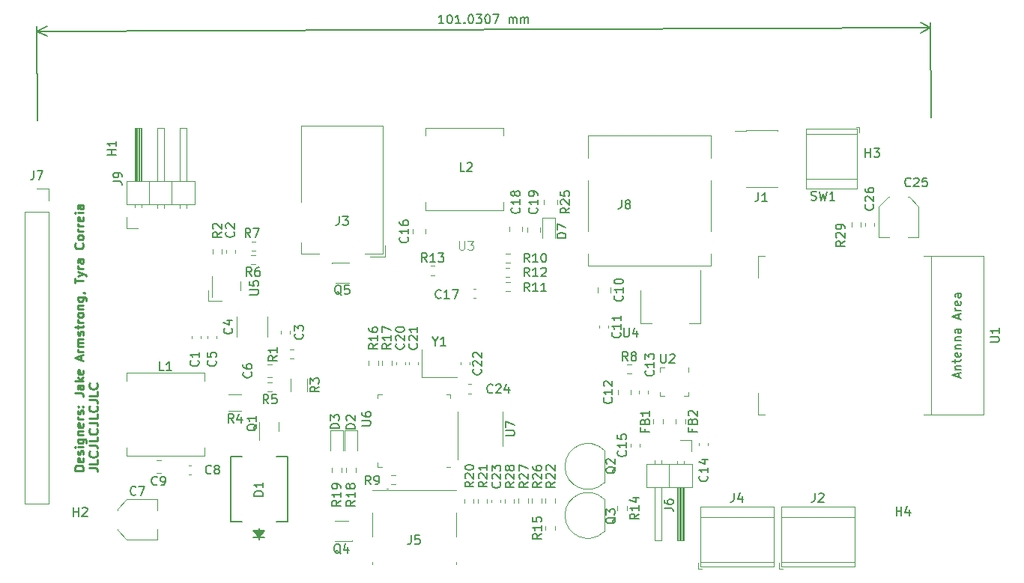
<source format=gbr>
%TF.GenerationSoftware,KiCad,Pcbnew,7.0.9*%
%TF.CreationDate,2024-01-24T14:37:03-05:00*%
%TF.ProjectId,FinalPcbLayout,46696e61-6c50-4636-924c-61796f75742e,rev?*%
%TF.SameCoordinates,Original*%
%TF.FileFunction,Legend,Top*%
%TF.FilePolarity,Positive*%
%FSLAX46Y46*%
G04 Gerber Fmt 4.6, Leading zero omitted, Abs format (unit mm)*
G04 Created by KiCad (PCBNEW 7.0.9) date 2024-01-24 14:37:03*
%MOMM*%
%LPD*%
G01*
G04 APERTURE LIST*
%ADD10C,0.250000*%
%ADD11C,0.150000*%
%ADD12C,0.100000*%
%ADD13C,0.120000*%
%ADD14C,0.152400*%
G04 APERTURE END LIST*
D10*
X87357819Y-118164631D02*
X86357819Y-118164631D01*
X86357819Y-118164631D02*
X86357819Y-117926536D01*
X86357819Y-117926536D02*
X86405438Y-117783679D01*
X86405438Y-117783679D02*
X86500676Y-117688441D01*
X86500676Y-117688441D02*
X86595914Y-117640822D01*
X86595914Y-117640822D02*
X86786390Y-117593203D01*
X86786390Y-117593203D02*
X86929247Y-117593203D01*
X86929247Y-117593203D02*
X87119723Y-117640822D01*
X87119723Y-117640822D02*
X87214961Y-117688441D01*
X87214961Y-117688441D02*
X87310200Y-117783679D01*
X87310200Y-117783679D02*
X87357819Y-117926536D01*
X87357819Y-117926536D02*
X87357819Y-118164631D01*
X87310200Y-116783679D02*
X87357819Y-116878917D01*
X87357819Y-116878917D02*
X87357819Y-117069393D01*
X87357819Y-117069393D02*
X87310200Y-117164631D01*
X87310200Y-117164631D02*
X87214961Y-117212250D01*
X87214961Y-117212250D02*
X86834009Y-117212250D01*
X86834009Y-117212250D02*
X86738771Y-117164631D01*
X86738771Y-117164631D02*
X86691152Y-117069393D01*
X86691152Y-117069393D02*
X86691152Y-116878917D01*
X86691152Y-116878917D02*
X86738771Y-116783679D01*
X86738771Y-116783679D02*
X86834009Y-116736060D01*
X86834009Y-116736060D02*
X86929247Y-116736060D01*
X86929247Y-116736060D02*
X87024485Y-117212250D01*
X87310200Y-116355107D02*
X87357819Y-116259869D01*
X87357819Y-116259869D02*
X87357819Y-116069393D01*
X87357819Y-116069393D02*
X87310200Y-115974155D01*
X87310200Y-115974155D02*
X87214961Y-115926536D01*
X87214961Y-115926536D02*
X87167342Y-115926536D01*
X87167342Y-115926536D02*
X87072104Y-115974155D01*
X87072104Y-115974155D02*
X87024485Y-116069393D01*
X87024485Y-116069393D02*
X87024485Y-116212250D01*
X87024485Y-116212250D02*
X86976866Y-116307488D01*
X86976866Y-116307488D02*
X86881628Y-116355107D01*
X86881628Y-116355107D02*
X86834009Y-116355107D01*
X86834009Y-116355107D02*
X86738771Y-116307488D01*
X86738771Y-116307488D02*
X86691152Y-116212250D01*
X86691152Y-116212250D02*
X86691152Y-116069393D01*
X86691152Y-116069393D02*
X86738771Y-115974155D01*
X87357819Y-115497964D02*
X86691152Y-115497964D01*
X86357819Y-115497964D02*
X86405438Y-115545583D01*
X86405438Y-115545583D02*
X86453057Y-115497964D01*
X86453057Y-115497964D02*
X86405438Y-115450345D01*
X86405438Y-115450345D02*
X86357819Y-115497964D01*
X86357819Y-115497964D02*
X86453057Y-115497964D01*
X86691152Y-114593203D02*
X87500676Y-114593203D01*
X87500676Y-114593203D02*
X87595914Y-114640822D01*
X87595914Y-114640822D02*
X87643533Y-114688441D01*
X87643533Y-114688441D02*
X87691152Y-114783679D01*
X87691152Y-114783679D02*
X87691152Y-114926536D01*
X87691152Y-114926536D02*
X87643533Y-115021774D01*
X87310200Y-114593203D02*
X87357819Y-114688441D01*
X87357819Y-114688441D02*
X87357819Y-114878917D01*
X87357819Y-114878917D02*
X87310200Y-114974155D01*
X87310200Y-114974155D02*
X87262580Y-115021774D01*
X87262580Y-115021774D02*
X87167342Y-115069393D01*
X87167342Y-115069393D02*
X86881628Y-115069393D01*
X86881628Y-115069393D02*
X86786390Y-115021774D01*
X86786390Y-115021774D02*
X86738771Y-114974155D01*
X86738771Y-114974155D02*
X86691152Y-114878917D01*
X86691152Y-114878917D02*
X86691152Y-114688441D01*
X86691152Y-114688441D02*
X86738771Y-114593203D01*
X86691152Y-114117012D02*
X87357819Y-114117012D01*
X86786390Y-114117012D02*
X86738771Y-114069393D01*
X86738771Y-114069393D02*
X86691152Y-113974155D01*
X86691152Y-113974155D02*
X86691152Y-113831298D01*
X86691152Y-113831298D02*
X86738771Y-113736060D01*
X86738771Y-113736060D02*
X86834009Y-113688441D01*
X86834009Y-113688441D02*
X87357819Y-113688441D01*
X87310200Y-112831298D02*
X87357819Y-112926536D01*
X87357819Y-112926536D02*
X87357819Y-113117012D01*
X87357819Y-113117012D02*
X87310200Y-113212250D01*
X87310200Y-113212250D02*
X87214961Y-113259869D01*
X87214961Y-113259869D02*
X86834009Y-113259869D01*
X86834009Y-113259869D02*
X86738771Y-113212250D01*
X86738771Y-113212250D02*
X86691152Y-113117012D01*
X86691152Y-113117012D02*
X86691152Y-112926536D01*
X86691152Y-112926536D02*
X86738771Y-112831298D01*
X86738771Y-112831298D02*
X86834009Y-112783679D01*
X86834009Y-112783679D02*
X86929247Y-112783679D01*
X86929247Y-112783679D02*
X87024485Y-113259869D01*
X87357819Y-112355107D02*
X86691152Y-112355107D01*
X86881628Y-112355107D02*
X86786390Y-112307488D01*
X86786390Y-112307488D02*
X86738771Y-112259869D01*
X86738771Y-112259869D02*
X86691152Y-112164631D01*
X86691152Y-112164631D02*
X86691152Y-112069393D01*
X87310200Y-111783678D02*
X87357819Y-111688440D01*
X87357819Y-111688440D02*
X87357819Y-111497964D01*
X87357819Y-111497964D02*
X87310200Y-111402726D01*
X87310200Y-111402726D02*
X87214961Y-111355107D01*
X87214961Y-111355107D02*
X87167342Y-111355107D01*
X87167342Y-111355107D02*
X87072104Y-111402726D01*
X87072104Y-111402726D02*
X87024485Y-111497964D01*
X87024485Y-111497964D02*
X87024485Y-111640821D01*
X87024485Y-111640821D02*
X86976866Y-111736059D01*
X86976866Y-111736059D02*
X86881628Y-111783678D01*
X86881628Y-111783678D02*
X86834009Y-111783678D01*
X86834009Y-111783678D02*
X86738771Y-111736059D01*
X86738771Y-111736059D02*
X86691152Y-111640821D01*
X86691152Y-111640821D02*
X86691152Y-111497964D01*
X86691152Y-111497964D02*
X86738771Y-111402726D01*
X87262580Y-110926535D02*
X87310200Y-110878916D01*
X87310200Y-110878916D02*
X87357819Y-110926535D01*
X87357819Y-110926535D02*
X87310200Y-110974154D01*
X87310200Y-110974154D02*
X87262580Y-110926535D01*
X87262580Y-110926535D02*
X87357819Y-110926535D01*
X86738771Y-110926535D02*
X86786390Y-110878916D01*
X86786390Y-110878916D02*
X86834009Y-110926535D01*
X86834009Y-110926535D02*
X86786390Y-110974154D01*
X86786390Y-110974154D02*
X86738771Y-110926535D01*
X86738771Y-110926535D02*
X86834009Y-110926535D01*
X86357819Y-109402726D02*
X87072104Y-109402726D01*
X87072104Y-109402726D02*
X87214961Y-109450345D01*
X87214961Y-109450345D02*
X87310200Y-109545583D01*
X87310200Y-109545583D02*
X87357819Y-109688440D01*
X87357819Y-109688440D02*
X87357819Y-109783678D01*
X87357819Y-108497964D02*
X86834009Y-108497964D01*
X86834009Y-108497964D02*
X86738771Y-108545583D01*
X86738771Y-108545583D02*
X86691152Y-108640821D01*
X86691152Y-108640821D02*
X86691152Y-108831297D01*
X86691152Y-108831297D02*
X86738771Y-108926535D01*
X87310200Y-108497964D02*
X87357819Y-108593202D01*
X87357819Y-108593202D02*
X87357819Y-108831297D01*
X87357819Y-108831297D02*
X87310200Y-108926535D01*
X87310200Y-108926535D02*
X87214961Y-108974154D01*
X87214961Y-108974154D02*
X87119723Y-108974154D01*
X87119723Y-108974154D02*
X87024485Y-108926535D01*
X87024485Y-108926535D02*
X86976866Y-108831297D01*
X86976866Y-108831297D02*
X86976866Y-108593202D01*
X86976866Y-108593202D02*
X86929247Y-108497964D01*
X87357819Y-108021773D02*
X86357819Y-108021773D01*
X86976866Y-107926535D02*
X87357819Y-107640821D01*
X86691152Y-107640821D02*
X87072104Y-108021773D01*
X87310200Y-106831297D02*
X87357819Y-106926535D01*
X87357819Y-106926535D02*
X87357819Y-107117011D01*
X87357819Y-107117011D02*
X87310200Y-107212249D01*
X87310200Y-107212249D02*
X87214961Y-107259868D01*
X87214961Y-107259868D02*
X86834009Y-107259868D01*
X86834009Y-107259868D02*
X86738771Y-107212249D01*
X86738771Y-107212249D02*
X86691152Y-107117011D01*
X86691152Y-107117011D02*
X86691152Y-106926535D01*
X86691152Y-106926535D02*
X86738771Y-106831297D01*
X86738771Y-106831297D02*
X86834009Y-106783678D01*
X86834009Y-106783678D02*
X86929247Y-106783678D01*
X86929247Y-106783678D02*
X87024485Y-107259868D01*
X87072104Y-105640820D02*
X87072104Y-105164630D01*
X87357819Y-105736058D02*
X86357819Y-105402725D01*
X86357819Y-105402725D02*
X87357819Y-105069392D01*
X87357819Y-104736058D02*
X86691152Y-104736058D01*
X86881628Y-104736058D02*
X86786390Y-104688439D01*
X86786390Y-104688439D02*
X86738771Y-104640820D01*
X86738771Y-104640820D02*
X86691152Y-104545582D01*
X86691152Y-104545582D02*
X86691152Y-104450344D01*
X87357819Y-104117010D02*
X86691152Y-104117010D01*
X86786390Y-104117010D02*
X86738771Y-104069391D01*
X86738771Y-104069391D02*
X86691152Y-103974153D01*
X86691152Y-103974153D02*
X86691152Y-103831296D01*
X86691152Y-103831296D02*
X86738771Y-103736058D01*
X86738771Y-103736058D02*
X86834009Y-103688439D01*
X86834009Y-103688439D02*
X87357819Y-103688439D01*
X86834009Y-103688439D02*
X86738771Y-103640820D01*
X86738771Y-103640820D02*
X86691152Y-103545582D01*
X86691152Y-103545582D02*
X86691152Y-103402725D01*
X86691152Y-103402725D02*
X86738771Y-103307486D01*
X86738771Y-103307486D02*
X86834009Y-103259867D01*
X86834009Y-103259867D02*
X87357819Y-103259867D01*
X87310200Y-102831296D02*
X87357819Y-102736058D01*
X87357819Y-102736058D02*
X87357819Y-102545582D01*
X87357819Y-102545582D02*
X87310200Y-102450344D01*
X87310200Y-102450344D02*
X87214961Y-102402725D01*
X87214961Y-102402725D02*
X87167342Y-102402725D01*
X87167342Y-102402725D02*
X87072104Y-102450344D01*
X87072104Y-102450344D02*
X87024485Y-102545582D01*
X87024485Y-102545582D02*
X87024485Y-102688439D01*
X87024485Y-102688439D02*
X86976866Y-102783677D01*
X86976866Y-102783677D02*
X86881628Y-102831296D01*
X86881628Y-102831296D02*
X86834009Y-102831296D01*
X86834009Y-102831296D02*
X86738771Y-102783677D01*
X86738771Y-102783677D02*
X86691152Y-102688439D01*
X86691152Y-102688439D02*
X86691152Y-102545582D01*
X86691152Y-102545582D02*
X86738771Y-102450344D01*
X86691152Y-102117010D02*
X86691152Y-101736058D01*
X86357819Y-101974153D02*
X87214961Y-101974153D01*
X87214961Y-101974153D02*
X87310200Y-101926534D01*
X87310200Y-101926534D02*
X87357819Y-101831296D01*
X87357819Y-101831296D02*
X87357819Y-101736058D01*
X87357819Y-101402724D02*
X86691152Y-101402724D01*
X86881628Y-101402724D02*
X86786390Y-101355105D01*
X86786390Y-101355105D02*
X86738771Y-101307486D01*
X86738771Y-101307486D02*
X86691152Y-101212248D01*
X86691152Y-101212248D02*
X86691152Y-101117010D01*
X87357819Y-100640819D02*
X87310200Y-100736057D01*
X87310200Y-100736057D02*
X87262580Y-100783676D01*
X87262580Y-100783676D02*
X87167342Y-100831295D01*
X87167342Y-100831295D02*
X86881628Y-100831295D01*
X86881628Y-100831295D02*
X86786390Y-100783676D01*
X86786390Y-100783676D02*
X86738771Y-100736057D01*
X86738771Y-100736057D02*
X86691152Y-100640819D01*
X86691152Y-100640819D02*
X86691152Y-100497962D01*
X86691152Y-100497962D02*
X86738771Y-100402724D01*
X86738771Y-100402724D02*
X86786390Y-100355105D01*
X86786390Y-100355105D02*
X86881628Y-100307486D01*
X86881628Y-100307486D02*
X87167342Y-100307486D01*
X87167342Y-100307486D02*
X87262580Y-100355105D01*
X87262580Y-100355105D02*
X87310200Y-100402724D01*
X87310200Y-100402724D02*
X87357819Y-100497962D01*
X87357819Y-100497962D02*
X87357819Y-100640819D01*
X86691152Y-99878914D02*
X87357819Y-99878914D01*
X86786390Y-99878914D02*
X86738771Y-99831295D01*
X86738771Y-99831295D02*
X86691152Y-99736057D01*
X86691152Y-99736057D02*
X86691152Y-99593200D01*
X86691152Y-99593200D02*
X86738771Y-99497962D01*
X86738771Y-99497962D02*
X86834009Y-99450343D01*
X86834009Y-99450343D02*
X87357819Y-99450343D01*
X86691152Y-98545581D02*
X87500676Y-98545581D01*
X87500676Y-98545581D02*
X87595914Y-98593200D01*
X87595914Y-98593200D02*
X87643533Y-98640819D01*
X87643533Y-98640819D02*
X87691152Y-98736057D01*
X87691152Y-98736057D02*
X87691152Y-98878914D01*
X87691152Y-98878914D02*
X87643533Y-98974152D01*
X87310200Y-98545581D02*
X87357819Y-98640819D01*
X87357819Y-98640819D02*
X87357819Y-98831295D01*
X87357819Y-98831295D02*
X87310200Y-98926533D01*
X87310200Y-98926533D02*
X87262580Y-98974152D01*
X87262580Y-98974152D02*
X87167342Y-99021771D01*
X87167342Y-99021771D02*
X86881628Y-99021771D01*
X86881628Y-99021771D02*
X86786390Y-98974152D01*
X86786390Y-98974152D02*
X86738771Y-98926533D01*
X86738771Y-98926533D02*
X86691152Y-98831295D01*
X86691152Y-98831295D02*
X86691152Y-98640819D01*
X86691152Y-98640819D02*
X86738771Y-98545581D01*
X87310200Y-98021771D02*
X87357819Y-98021771D01*
X87357819Y-98021771D02*
X87453057Y-98069390D01*
X87453057Y-98069390D02*
X87500676Y-98117009D01*
X86357819Y-96974152D02*
X86357819Y-96402724D01*
X87357819Y-96688438D02*
X86357819Y-96688438D01*
X86691152Y-96164628D02*
X87357819Y-95926533D01*
X86691152Y-95688438D02*
X87357819Y-95926533D01*
X87357819Y-95926533D02*
X87595914Y-96021771D01*
X87595914Y-96021771D02*
X87643533Y-96069390D01*
X87643533Y-96069390D02*
X87691152Y-96164628D01*
X87357819Y-95307485D02*
X86691152Y-95307485D01*
X86881628Y-95307485D02*
X86786390Y-95259866D01*
X86786390Y-95259866D02*
X86738771Y-95212247D01*
X86738771Y-95212247D02*
X86691152Y-95117009D01*
X86691152Y-95117009D02*
X86691152Y-95021771D01*
X87357819Y-94259866D02*
X86834009Y-94259866D01*
X86834009Y-94259866D02*
X86738771Y-94307485D01*
X86738771Y-94307485D02*
X86691152Y-94402723D01*
X86691152Y-94402723D02*
X86691152Y-94593199D01*
X86691152Y-94593199D02*
X86738771Y-94688437D01*
X87310200Y-94259866D02*
X87357819Y-94355104D01*
X87357819Y-94355104D02*
X87357819Y-94593199D01*
X87357819Y-94593199D02*
X87310200Y-94688437D01*
X87310200Y-94688437D02*
X87214961Y-94736056D01*
X87214961Y-94736056D02*
X87119723Y-94736056D01*
X87119723Y-94736056D02*
X87024485Y-94688437D01*
X87024485Y-94688437D02*
X86976866Y-94593199D01*
X86976866Y-94593199D02*
X86976866Y-94355104D01*
X86976866Y-94355104D02*
X86929247Y-94259866D01*
X87262580Y-92450342D02*
X87310200Y-92497961D01*
X87310200Y-92497961D02*
X87357819Y-92640818D01*
X87357819Y-92640818D02*
X87357819Y-92736056D01*
X87357819Y-92736056D02*
X87310200Y-92878913D01*
X87310200Y-92878913D02*
X87214961Y-92974151D01*
X87214961Y-92974151D02*
X87119723Y-93021770D01*
X87119723Y-93021770D02*
X86929247Y-93069389D01*
X86929247Y-93069389D02*
X86786390Y-93069389D01*
X86786390Y-93069389D02*
X86595914Y-93021770D01*
X86595914Y-93021770D02*
X86500676Y-92974151D01*
X86500676Y-92974151D02*
X86405438Y-92878913D01*
X86405438Y-92878913D02*
X86357819Y-92736056D01*
X86357819Y-92736056D02*
X86357819Y-92640818D01*
X86357819Y-92640818D02*
X86405438Y-92497961D01*
X86405438Y-92497961D02*
X86453057Y-92450342D01*
X87357819Y-91878913D02*
X87310200Y-91974151D01*
X87310200Y-91974151D02*
X87262580Y-92021770D01*
X87262580Y-92021770D02*
X87167342Y-92069389D01*
X87167342Y-92069389D02*
X86881628Y-92069389D01*
X86881628Y-92069389D02*
X86786390Y-92021770D01*
X86786390Y-92021770D02*
X86738771Y-91974151D01*
X86738771Y-91974151D02*
X86691152Y-91878913D01*
X86691152Y-91878913D02*
X86691152Y-91736056D01*
X86691152Y-91736056D02*
X86738771Y-91640818D01*
X86738771Y-91640818D02*
X86786390Y-91593199D01*
X86786390Y-91593199D02*
X86881628Y-91545580D01*
X86881628Y-91545580D02*
X87167342Y-91545580D01*
X87167342Y-91545580D02*
X87262580Y-91593199D01*
X87262580Y-91593199D02*
X87310200Y-91640818D01*
X87310200Y-91640818D02*
X87357819Y-91736056D01*
X87357819Y-91736056D02*
X87357819Y-91878913D01*
X87357819Y-91117008D02*
X86691152Y-91117008D01*
X86881628Y-91117008D02*
X86786390Y-91069389D01*
X86786390Y-91069389D02*
X86738771Y-91021770D01*
X86738771Y-91021770D02*
X86691152Y-90926532D01*
X86691152Y-90926532D02*
X86691152Y-90831294D01*
X87357819Y-90497960D02*
X86691152Y-90497960D01*
X86881628Y-90497960D02*
X86786390Y-90450341D01*
X86786390Y-90450341D02*
X86738771Y-90402722D01*
X86738771Y-90402722D02*
X86691152Y-90307484D01*
X86691152Y-90307484D02*
X86691152Y-90212246D01*
X87310200Y-89497960D02*
X87357819Y-89593198D01*
X87357819Y-89593198D02*
X87357819Y-89783674D01*
X87357819Y-89783674D02*
X87310200Y-89878912D01*
X87310200Y-89878912D02*
X87214961Y-89926531D01*
X87214961Y-89926531D02*
X86834009Y-89926531D01*
X86834009Y-89926531D02*
X86738771Y-89878912D01*
X86738771Y-89878912D02*
X86691152Y-89783674D01*
X86691152Y-89783674D02*
X86691152Y-89593198D01*
X86691152Y-89593198D02*
X86738771Y-89497960D01*
X86738771Y-89497960D02*
X86834009Y-89450341D01*
X86834009Y-89450341D02*
X86929247Y-89450341D01*
X86929247Y-89450341D02*
X87024485Y-89926531D01*
X87357819Y-89021769D02*
X86691152Y-89021769D01*
X86357819Y-89021769D02*
X86405438Y-89069388D01*
X86405438Y-89069388D02*
X86453057Y-89021769D01*
X86453057Y-89021769D02*
X86405438Y-88974150D01*
X86405438Y-88974150D02*
X86357819Y-89021769D01*
X86357819Y-89021769D02*
X86453057Y-89021769D01*
X87357819Y-88117008D02*
X86834009Y-88117008D01*
X86834009Y-88117008D02*
X86738771Y-88164627D01*
X86738771Y-88164627D02*
X86691152Y-88259865D01*
X86691152Y-88259865D02*
X86691152Y-88450341D01*
X86691152Y-88450341D02*
X86738771Y-88545579D01*
X87310200Y-88117008D02*
X87357819Y-88212246D01*
X87357819Y-88212246D02*
X87357819Y-88450341D01*
X87357819Y-88450341D02*
X87310200Y-88545579D01*
X87310200Y-88545579D02*
X87214961Y-88593198D01*
X87214961Y-88593198D02*
X87119723Y-88593198D01*
X87119723Y-88593198D02*
X87024485Y-88545579D01*
X87024485Y-88545579D02*
X86976866Y-88450341D01*
X86976866Y-88450341D02*
X86976866Y-88212246D01*
X86976866Y-88212246D02*
X86929247Y-88117008D01*
X87967819Y-117878917D02*
X88682104Y-117878917D01*
X88682104Y-117878917D02*
X88824961Y-117926536D01*
X88824961Y-117926536D02*
X88920200Y-118021774D01*
X88920200Y-118021774D02*
X88967819Y-118164631D01*
X88967819Y-118164631D02*
X88967819Y-118259869D01*
X88967819Y-116926536D02*
X88967819Y-117402726D01*
X88967819Y-117402726D02*
X87967819Y-117402726D01*
X88872580Y-116021774D02*
X88920200Y-116069393D01*
X88920200Y-116069393D02*
X88967819Y-116212250D01*
X88967819Y-116212250D02*
X88967819Y-116307488D01*
X88967819Y-116307488D02*
X88920200Y-116450345D01*
X88920200Y-116450345D02*
X88824961Y-116545583D01*
X88824961Y-116545583D02*
X88729723Y-116593202D01*
X88729723Y-116593202D02*
X88539247Y-116640821D01*
X88539247Y-116640821D02*
X88396390Y-116640821D01*
X88396390Y-116640821D02*
X88205914Y-116593202D01*
X88205914Y-116593202D02*
X88110676Y-116545583D01*
X88110676Y-116545583D02*
X88015438Y-116450345D01*
X88015438Y-116450345D02*
X87967819Y-116307488D01*
X87967819Y-116307488D02*
X87967819Y-116212250D01*
X87967819Y-116212250D02*
X88015438Y-116069393D01*
X88015438Y-116069393D02*
X88063057Y-116021774D01*
X87967819Y-115307488D02*
X88682104Y-115307488D01*
X88682104Y-115307488D02*
X88824961Y-115355107D01*
X88824961Y-115355107D02*
X88920200Y-115450345D01*
X88920200Y-115450345D02*
X88967819Y-115593202D01*
X88967819Y-115593202D02*
X88967819Y-115688440D01*
X88967819Y-114355107D02*
X88967819Y-114831297D01*
X88967819Y-114831297D02*
X87967819Y-114831297D01*
X88872580Y-113450345D02*
X88920200Y-113497964D01*
X88920200Y-113497964D02*
X88967819Y-113640821D01*
X88967819Y-113640821D02*
X88967819Y-113736059D01*
X88967819Y-113736059D02*
X88920200Y-113878916D01*
X88920200Y-113878916D02*
X88824961Y-113974154D01*
X88824961Y-113974154D02*
X88729723Y-114021773D01*
X88729723Y-114021773D02*
X88539247Y-114069392D01*
X88539247Y-114069392D02*
X88396390Y-114069392D01*
X88396390Y-114069392D02*
X88205914Y-114021773D01*
X88205914Y-114021773D02*
X88110676Y-113974154D01*
X88110676Y-113974154D02*
X88015438Y-113878916D01*
X88015438Y-113878916D02*
X87967819Y-113736059D01*
X87967819Y-113736059D02*
X87967819Y-113640821D01*
X87967819Y-113640821D02*
X88015438Y-113497964D01*
X88015438Y-113497964D02*
X88063057Y-113450345D01*
X87967819Y-112736059D02*
X88682104Y-112736059D01*
X88682104Y-112736059D02*
X88824961Y-112783678D01*
X88824961Y-112783678D02*
X88920200Y-112878916D01*
X88920200Y-112878916D02*
X88967819Y-113021773D01*
X88967819Y-113021773D02*
X88967819Y-113117011D01*
X88967819Y-111783678D02*
X88967819Y-112259868D01*
X88967819Y-112259868D02*
X87967819Y-112259868D01*
X88872580Y-110878916D02*
X88920200Y-110926535D01*
X88920200Y-110926535D02*
X88967819Y-111069392D01*
X88967819Y-111069392D02*
X88967819Y-111164630D01*
X88967819Y-111164630D02*
X88920200Y-111307487D01*
X88920200Y-111307487D02*
X88824961Y-111402725D01*
X88824961Y-111402725D02*
X88729723Y-111450344D01*
X88729723Y-111450344D02*
X88539247Y-111497963D01*
X88539247Y-111497963D02*
X88396390Y-111497963D01*
X88396390Y-111497963D02*
X88205914Y-111450344D01*
X88205914Y-111450344D02*
X88110676Y-111402725D01*
X88110676Y-111402725D02*
X88015438Y-111307487D01*
X88015438Y-111307487D02*
X87967819Y-111164630D01*
X87967819Y-111164630D02*
X87967819Y-111069392D01*
X87967819Y-111069392D02*
X88015438Y-110926535D01*
X88015438Y-110926535D02*
X88063057Y-110878916D01*
X87967819Y-110164630D02*
X88682104Y-110164630D01*
X88682104Y-110164630D02*
X88824961Y-110212249D01*
X88824961Y-110212249D02*
X88920200Y-110307487D01*
X88920200Y-110307487D02*
X88967819Y-110450344D01*
X88967819Y-110450344D02*
X88967819Y-110545582D01*
X88967819Y-109212249D02*
X88967819Y-109688439D01*
X88967819Y-109688439D02*
X87967819Y-109688439D01*
X88872580Y-108307487D02*
X88920200Y-108355106D01*
X88920200Y-108355106D02*
X88967819Y-108497963D01*
X88967819Y-108497963D02*
X88967819Y-108593201D01*
X88967819Y-108593201D02*
X88920200Y-108736058D01*
X88920200Y-108736058D02*
X88824961Y-108831296D01*
X88824961Y-108831296D02*
X88729723Y-108878915D01*
X88729723Y-108878915D02*
X88539247Y-108926534D01*
X88539247Y-108926534D02*
X88396390Y-108926534D01*
X88396390Y-108926534D02*
X88205914Y-108878915D01*
X88205914Y-108878915D02*
X88110676Y-108831296D01*
X88110676Y-108831296D02*
X88015438Y-108736058D01*
X88015438Y-108736058D02*
X87967819Y-108593201D01*
X87967819Y-108593201D02*
X87967819Y-108497963D01*
X87967819Y-108497963D02*
X88015438Y-108355106D01*
X88015438Y-108355106D02*
X88063057Y-108307487D01*
D11*
X128079698Y-67593780D02*
X127508274Y-67595873D01*
X127793986Y-67594826D02*
X127790324Y-66594833D01*
X127790324Y-66594833D02*
X127695609Y-66738038D01*
X127695609Y-66738038D02*
X127600721Y-66833624D01*
X127600721Y-66833624D02*
X127505658Y-66881592D01*
X128695080Y-66591519D02*
X128790317Y-66591171D01*
X128790317Y-66591171D02*
X128885729Y-66638441D01*
X128885729Y-66638441D02*
X128933522Y-66685885D01*
X128933522Y-66685885D02*
X128981489Y-66780948D01*
X128981489Y-66780948D02*
X129029806Y-66971249D01*
X129029806Y-66971249D02*
X129030678Y-67209342D01*
X129030678Y-67209342D02*
X128983757Y-67399991D01*
X128983757Y-67399991D02*
X128936487Y-67495403D01*
X128936487Y-67495403D02*
X128889042Y-67543196D01*
X128889042Y-67543196D02*
X128793979Y-67591164D01*
X128793979Y-67591164D02*
X128698742Y-67591513D01*
X128698742Y-67591513D02*
X128603330Y-67544243D01*
X128603330Y-67544243D02*
X128555537Y-67496798D01*
X128555537Y-67496798D02*
X128507569Y-67401735D01*
X128507569Y-67401735D02*
X128459253Y-67211435D01*
X128459253Y-67211435D02*
X128458381Y-66973341D01*
X128458381Y-66973341D02*
X128505302Y-66782692D01*
X128505302Y-66782692D02*
X128552572Y-66687280D01*
X128552572Y-66687280D02*
X128600016Y-66639487D01*
X128600016Y-66639487D02*
X128695080Y-66591519D01*
X129984447Y-67586804D02*
X129413023Y-67588897D01*
X129698735Y-67587850D02*
X129695073Y-66587857D01*
X129695073Y-66587857D02*
X129600359Y-66731062D01*
X129600359Y-66731062D02*
X129505470Y-66826648D01*
X129505470Y-66826648D02*
X129410407Y-66874616D01*
X130412667Y-67489997D02*
X130460460Y-67537441D01*
X130460460Y-67537441D02*
X130413016Y-67585235D01*
X130413016Y-67585235D02*
X130365223Y-67537790D01*
X130365223Y-67537790D02*
X130412667Y-67489997D01*
X130412667Y-67489997D02*
X130413016Y-67585235D01*
X131076016Y-66582800D02*
X131171253Y-66582451D01*
X131171253Y-66582451D02*
X131266665Y-66629721D01*
X131266665Y-66629721D02*
X131314458Y-66677165D01*
X131314458Y-66677165D02*
X131362425Y-66772228D01*
X131362425Y-66772228D02*
X131410742Y-66962529D01*
X131410742Y-66962529D02*
X131411614Y-67200622D01*
X131411614Y-67200622D02*
X131364693Y-67391272D01*
X131364693Y-67391272D02*
X131317423Y-67486684D01*
X131317423Y-67486684D02*
X131269978Y-67534477D01*
X131269978Y-67534477D02*
X131174915Y-67582444D01*
X131174915Y-67582444D02*
X131079678Y-67582793D01*
X131079678Y-67582793D02*
X130984266Y-67535523D01*
X130984266Y-67535523D02*
X130936473Y-67488079D01*
X130936473Y-67488079D02*
X130888505Y-67393016D01*
X130888505Y-67393016D02*
X130840189Y-67202715D01*
X130840189Y-67202715D02*
X130839317Y-66964622D01*
X130839317Y-66964622D02*
X130886238Y-66773972D01*
X130886238Y-66773972D02*
X130933508Y-66678560D01*
X130933508Y-66678560D02*
X130980952Y-66630767D01*
X130980952Y-66630767D02*
X131076016Y-66582800D01*
X131742678Y-66580358D02*
X132361721Y-66578091D01*
X132361721Y-66578091D02*
X132029785Y-66960262D01*
X132029785Y-66960262D02*
X132172641Y-66959739D01*
X132172641Y-66959739D02*
X132268053Y-67007009D01*
X132268053Y-67007009D02*
X132315846Y-67054453D01*
X132315846Y-67054453D02*
X132363814Y-67149516D01*
X132363814Y-67149516D02*
X132364686Y-67387610D01*
X132364686Y-67387610D02*
X132317416Y-67483021D01*
X132317416Y-67483021D02*
X132269972Y-67530815D01*
X132269972Y-67530815D02*
X132174909Y-67578782D01*
X132174909Y-67578782D02*
X131889196Y-67579828D01*
X131889196Y-67579828D02*
X131793784Y-67532558D01*
X131793784Y-67532558D02*
X131745991Y-67485114D01*
X132980765Y-66575824D02*
X133076002Y-66575475D01*
X133076002Y-66575475D02*
X133171414Y-66622745D01*
X133171414Y-66622745D02*
X133219207Y-66670190D01*
X133219207Y-66670190D02*
X133267175Y-66765253D01*
X133267175Y-66765253D02*
X133315491Y-66955553D01*
X133315491Y-66955553D02*
X133316363Y-67193647D01*
X133316363Y-67193647D02*
X133269442Y-67384296D01*
X133269442Y-67384296D02*
X133222172Y-67479708D01*
X133222172Y-67479708D02*
X133174728Y-67527501D01*
X133174728Y-67527501D02*
X133079664Y-67575469D01*
X133079664Y-67575469D02*
X132984427Y-67575817D01*
X132984427Y-67575817D02*
X132889015Y-67528547D01*
X132889015Y-67528547D02*
X132841222Y-67481103D01*
X132841222Y-67481103D02*
X132793255Y-67386040D01*
X132793255Y-67386040D02*
X132744938Y-67195739D01*
X132744938Y-67195739D02*
X132744066Y-66957646D01*
X132744066Y-66957646D02*
X132790987Y-66766997D01*
X132790987Y-66766997D02*
X132838257Y-66671585D01*
X132838257Y-66671585D02*
X132885702Y-66623792D01*
X132885702Y-66623792D02*
X132980765Y-66575824D01*
X133647427Y-66573383D02*
X134314089Y-66570941D01*
X134314089Y-66570941D02*
X133889183Y-67572504D01*
X135460601Y-67566749D02*
X135458160Y-66900087D01*
X135458509Y-66995324D02*
X135505953Y-66947531D01*
X135505953Y-66947531D02*
X135601016Y-66899564D01*
X135601016Y-66899564D02*
X135743872Y-66899040D01*
X135743872Y-66899040D02*
X135839284Y-66946310D01*
X135839284Y-66946310D02*
X135887251Y-67041373D01*
X135887251Y-67041373D02*
X135889170Y-67565179D01*
X135887251Y-67041373D02*
X135934521Y-66945962D01*
X135934521Y-66945962D02*
X136029584Y-66897994D01*
X136029584Y-66897994D02*
X136172441Y-66897471D01*
X136172441Y-66897471D02*
X136267853Y-66944741D01*
X136267853Y-66944741D02*
X136315820Y-67039804D01*
X136315820Y-67039804D02*
X136317738Y-67563610D01*
X136793925Y-67561866D02*
X136791484Y-66895204D01*
X136791833Y-66990441D02*
X136839277Y-66942648D01*
X136839277Y-66942648D02*
X136934340Y-66894681D01*
X136934340Y-66894681D02*
X137077196Y-66894157D01*
X137077196Y-66894157D02*
X137172608Y-66941427D01*
X137172608Y-66941427D02*
X137220576Y-67036490D01*
X137220576Y-67036490D02*
X137222494Y-67560296D01*
X137220576Y-67036490D02*
X137267845Y-66941079D01*
X137267845Y-66941079D02*
X137362909Y-66893111D01*
X137362909Y-66893111D02*
X137505765Y-66892588D01*
X137505765Y-66892588D02*
X137601177Y-66939858D01*
X137601177Y-66939858D02*
X137649144Y-67034921D01*
X137649144Y-67034921D02*
X137651062Y-67558727D01*
X82128169Y-78600003D02*
X82088876Y-67870973D01*
X183158169Y-78230003D02*
X183118876Y-67500973D01*
X82091024Y-68457389D02*
X183121024Y-68087389D01*
X82091024Y-68457389D02*
X183121024Y-68087389D01*
X82091024Y-68457389D02*
X83215373Y-67866847D01*
X82091024Y-68457389D02*
X83219668Y-69039680D01*
X183121024Y-68087389D02*
X181996675Y-68677931D01*
X183121024Y-68087389D02*
X181992380Y-67505098D01*
X90722619Y-85464133D02*
X91436904Y-85464133D01*
X91436904Y-85464133D02*
X91579761Y-85511752D01*
X91579761Y-85511752D02*
X91675000Y-85606990D01*
X91675000Y-85606990D02*
X91722619Y-85749847D01*
X91722619Y-85749847D02*
X91722619Y-85845085D01*
X91722619Y-84940323D02*
X91722619Y-84749847D01*
X91722619Y-84749847D02*
X91675000Y-84654609D01*
X91675000Y-84654609D02*
X91627380Y-84606990D01*
X91627380Y-84606990D02*
X91484523Y-84511752D01*
X91484523Y-84511752D02*
X91294047Y-84464133D01*
X91294047Y-84464133D02*
X90913095Y-84464133D01*
X90913095Y-84464133D02*
X90817857Y-84511752D01*
X90817857Y-84511752D02*
X90770238Y-84559371D01*
X90770238Y-84559371D02*
X90722619Y-84654609D01*
X90722619Y-84654609D02*
X90722619Y-84845085D01*
X90722619Y-84845085D02*
X90770238Y-84940323D01*
X90770238Y-84940323D02*
X90817857Y-84987942D01*
X90817857Y-84987942D02*
X90913095Y-85035561D01*
X90913095Y-85035561D02*
X91151190Y-85035561D01*
X91151190Y-85035561D02*
X91246428Y-84987942D01*
X91246428Y-84987942D02*
X91294047Y-84940323D01*
X91294047Y-84940323D02*
X91341666Y-84845085D01*
X91341666Y-84845085D02*
X91341666Y-84654609D01*
X91341666Y-84654609D02*
X91294047Y-84559371D01*
X91294047Y-84559371D02*
X91246428Y-84511752D01*
X91246428Y-84511752D02*
X91151190Y-84464133D01*
X136040019Y-119493857D02*
X135563828Y-119827190D01*
X136040019Y-120065285D02*
X135040019Y-120065285D01*
X135040019Y-120065285D02*
X135040019Y-119684333D01*
X135040019Y-119684333D02*
X135087638Y-119589095D01*
X135087638Y-119589095D02*
X135135257Y-119541476D01*
X135135257Y-119541476D02*
X135230495Y-119493857D01*
X135230495Y-119493857D02*
X135373352Y-119493857D01*
X135373352Y-119493857D02*
X135468590Y-119541476D01*
X135468590Y-119541476D02*
X135516209Y-119589095D01*
X135516209Y-119589095D02*
X135563828Y-119684333D01*
X135563828Y-119684333D02*
X135563828Y-120065285D01*
X135135257Y-119112904D02*
X135087638Y-119065285D01*
X135087638Y-119065285D02*
X135040019Y-118970047D01*
X135040019Y-118970047D02*
X135040019Y-118731952D01*
X135040019Y-118731952D02*
X135087638Y-118636714D01*
X135087638Y-118636714D02*
X135135257Y-118589095D01*
X135135257Y-118589095D02*
X135230495Y-118541476D01*
X135230495Y-118541476D02*
X135325733Y-118541476D01*
X135325733Y-118541476D02*
X135468590Y-118589095D01*
X135468590Y-118589095D02*
X136040019Y-119160523D01*
X136040019Y-119160523D02*
X136040019Y-118541476D01*
X135468590Y-117970047D02*
X135420971Y-118065285D01*
X135420971Y-118065285D02*
X135373352Y-118112904D01*
X135373352Y-118112904D02*
X135278114Y-118160523D01*
X135278114Y-118160523D02*
X135230495Y-118160523D01*
X135230495Y-118160523D02*
X135135257Y-118112904D01*
X135135257Y-118112904D02*
X135087638Y-118065285D01*
X135087638Y-118065285D02*
X135040019Y-117970047D01*
X135040019Y-117970047D02*
X135040019Y-117779571D01*
X135040019Y-117779571D02*
X135087638Y-117684333D01*
X135087638Y-117684333D02*
X135135257Y-117636714D01*
X135135257Y-117636714D02*
X135230495Y-117589095D01*
X135230495Y-117589095D02*
X135278114Y-117589095D01*
X135278114Y-117589095D02*
X135373352Y-117636714D01*
X135373352Y-117636714D02*
X135420971Y-117684333D01*
X135420971Y-117684333D02*
X135468590Y-117779571D01*
X135468590Y-117779571D02*
X135468590Y-117970047D01*
X135468590Y-117970047D02*
X135516209Y-118065285D01*
X135516209Y-118065285D02*
X135563828Y-118112904D01*
X135563828Y-118112904D02*
X135659066Y-118160523D01*
X135659066Y-118160523D02*
X135849542Y-118160523D01*
X135849542Y-118160523D02*
X135944780Y-118112904D01*
X135944780Y-118112904D02*
X135992400Y-118065285D01*
X135992400Y-118065285D02*
X136040019Y-117970047D01*
X136040019Y-117970047D02*
X136040019Y-117779571D01*
X136040019Y-117779571D02*
X135992400Y-117684333D01*
X135992400Y-117684333D02*
X135944780Y-117636714D01*
X135944780Y-117636714D02*
X135849542Y-117589095D01*
X135849542Y-117589095D02*
X135659066Y-117589095D01*
X135659066Y-117589095D02*
X135563828Y-117636714D01*
X135563828Y-117636714D02*
X135516209Y-117684333D01*
X135516209Y-117684333D02*
X135468590Y-117779571D01*
X140637419Y-119456257D02*
X140161228Y-119789590D01*
X140637419Y-120027685D02*
X139637419Y-120027685D01*
X139637419Y-120027685D02*
X139637419Y-119646733D01*
X139637419Y-119646733D02*
X139685038Y-119551495D01*
X139685038Y-119551495D02*
X139732657Y-119503876D01*
X139732657Y-119503876D02*
X139827895Y-119456257D01*
X139827895Y-119456257D02*
X139970752Y-119456257D01*
X139970752Y-119456257D02*
X140065990Y-119503876D01*
X140065990Y-119503876D02*
X140113609Y-119551495D01*
X140113609Y-119551495D02*
X140161228Y-119646733D01*
X140161228Y-119646733D02*
X140161228Y-120027685D01*
X139732657Y-119075304D02*
X139685038Y-119027685D01*
X139685038Y-119027685D02*
X139637419Y-118932447D01*
X139637419Y-118932447D02*
X139637419Y-118694352D01*
X139637419Y-118694352D02*
X139685038Y-118599114D01*
X139685038Y-118599114D02*
X139732657Y-118551495D01*
X139732657Y-118551495D02*
X139827895Y-118503876D01*
X139827895Y-118503876D02*
X139923133Y-118503876D01*
X139923133Y-118503876D02*
X140065990Y-118551495D01*
X140065990Y-118551495D02*
X140637419Y-119122923D01*
X140637419Y-119122923D02*
X140637419Y-118503876D01*
X139732657Y-118122923D02*
X139685038Y-118075304D01*
X139685038Y-118075304D02*
X139637419Y-117980066D01*
X139637419Y-117980066D02*
X139637419Y-117741971D01*
X139637419Y-117741971D02*
X139685038Y-117646733D01*
X139685038Y-117646733D02*
X139732657Y-117599114D01*
X139732657Y-117599114D02*
X139827895Y-117551495D01*
X139827895Y-117551495D02*
X139923133Y-117551495D01*
X139923133Y-117551495D02*
X140065990Y-117599114D01*
X140065990Y-117599114D02*
X140637419Y-118170542D01*
X140637419Y-118170542D02*
X140637419Y-117551495D01*
X109229819Y-105191666D02*
X108753628Y-105524999D01*
X109229819Y-105763094D02*
X108229819Y-105763094D01*
X108229819Y-105763094D02*
X108229819Y-105382142D01*
X108229819Y-105382142D02*
X108277438Y-105286904D01*
X108277438Y-105286904D02*
X108325057Y-105239285D01*
X108325057Y-105239285D02*
X108420295Y-105191666D01*
X108420295Y-105191666D02*
X108563152Y-105191666D01*
X108563152Y-105191666D02*
X108658390Y-105239285D01*
X108658390Y-105239285D02*
X108706009Y-105286904D01*
X108706009Y-105286904D02*
X108753628Y-105382142D01*
X108753628Y-105382142D02*
X108753628Y-105763094D01*
X109229819Y-104239285D02*
X109229819Y-104810713D01*
X109229819Y-104524999D02*
X108229819Y-104524999D01*
X108229819Y-104524999D02*
X108372676Y-104620237D01*
X108372676Y-104620237D02*
X108467914Y-104715475D01*
X108467914Y-104715475D02*
X108515533Y-104810713D01*
X147514457Y-123437638D02*
X147466838Y-123532876D01*
X147466838Y-123532876D02*
X147371600Y-123628114D01*
X147371600Y-123628114D02*
X147228742Y-123770971D01*
X147228742Y-123770971D02*
X147181123Y-123866209D01*
X147181123Y-123866209D02*
X147181123Y-123961447D01*
X147419219Y-123913828D02*
X147371600Y-124009066D01*
X147371600Y-124009066D02*
X147276361Y-124104304D01*
X147276361Y-124104304D02*
X147085885Y-124151923D01*
X147085885Y-124151923D02*
X146752552Y-124151923D01*
X146752552Y-124151923D02*
X146562076Y-124104304D01*
X146562076Y-124104304D02*
X146466838Y-124009066D01*
X146466838Y-124009066D02*
X146419219Y-123913828D01*
X146419219Y-123913828D02*
X146419219Y-123723352D01*
X146419219Y-123723352D02*
X146466838Y-123628114D01*
X146466838Y-123628114D02*
X146562076Y-123532876D01*
X146562076Y-123532876D02*
X146752552Y-123485257D01*
X146752552Y-123485257D02*
X147085885Y-123485257D01*
X147085885Y-123485257D02*
X147276361Y-123532876D01*
X147276361Y-123532876D02*
X147371600Y-123628114D01*
X147371600Y-123628114D02*
X147419219Y-123723352D01*
X147419219Y-123723352D02*
X147419219Y-123913828D01*
X146419219Y-123151923D02*
X146419219Y-122532876D01*
X146419219Y-122532876D02*
X146800171Y-122866209D01*
X146800171Y-122866209D02*
X146800171Y-122723352D01*
X146800171Y-122723352D02*
X146847790Y-122628114D01*
X146847790Y-122628114D02*
X146895409Y-122580495D01*
X146895409Y-122580495D02*
X146990647Y-122532876D01*
X146990647Y-122532876D02*
X147228742Y-122532876D01*
X147228742Y-122532876D02*
X147323980Y-122580495D01*
X147323980Y-122580495D02*
X147371600Y-122628114D01*
X147371600Y-122628114D02*
X147419219Y-122723352D01*
X147419219Y-122723352D02*
X147419219Y-123009066D01*
X147419219Y-123009066D02*
X147371600Y-123104304D01*
X147371600Y-123104304D02*
X147323980Y-123151923D01*
X179238095Y-123254819D02*
X179238095Y-122254819D01*
X179238095Y-122731009D02*
X179809523Y-122731009D01*
X179809523Y-123254819D02*
X179809523Y-122254819D01*
X180714285Y-122588152D02*
X180714285Y-123254819D01*
X180476190Y-122207200D02*
X180238095Y-122921485D01*
X180238095Y-122921485D02*
X180857142Y-122921485D01*
X163636666Y-86714819D02*
X163636666Y-87429104D01*
X163636666Y-87429104D02*
X163589047Y-87571961D01*
X163589047Y-87571961D02*
X163493809Y-87667200D01*
X163493809Y-87667200D02*
X163350952Y-87714819D01*
X163350952Y-87714819D02*
X163255714Y-87714819D01*
X164636666Y-87714819D02*
X164065238Y-87714819D01*
X164350952Y-87714819D02*
X164350952Y-86714819D01*
X164350952Y-86714819D02*
X164255714Y-86857676D01*
X164255714Y-86857676D02*
X164160476Y-86952914D01*
X164160476Y-86952914D02*
X164065238Y-87000533D01*
X173394819Y-92212857D02*
X172918628Y-92546190D01*
X173394819Y-92784285D02*
X172394819Y-92784285D01*
X172394819Y-92784285D02*
X172394819Y-92403333D01*
X172394819Y-92403333D02*
X172442438Y-92308095D01*
X172442438Y-92308095D02*
X172490057Y-92260476D01*
X172490057Y-92260476D02*
X172585295Y-92212857D01*
X172585295Y-92212857D02*
X172728152Y-92212857D01*
X172728152Y-92212857D02*
X172823390Y-92260476D01*
X172823390Y-92260476D02*
X172871009Y-92308095D01*
X172871009Y-92308095D02*
X172918628Y-92403333D01*
X172918628Y-92403333D02*
X172918628Y-92784285D01*
X172490057Y-91831904D02*
X172442438Y-91784285D01*
X172442438Y-91784285D02*
X172394819Y-91689047D01*
X172394819Y-91689047D02*
X172394819Y-91450952D01*
X172394819Y-91450952D02*
X172442438Y-91355714D01*
X172442438Y-91355714D02*
X172490057Y-91308095D01*
X172490057Y-91308095D02*
X172585295Y-91260476D01*
X172585295Y-91260476D02*
X172680533Y-91260476D01*
X172680533Y-91260476D02*
X172823390Y-91308095D01*
X172823390Y-91308095D02*
X173394819Y-91879523D01*
X173394819Y-91879523D02*
X173394819Y-91260476D01*
X173394819Y-90784285D02*
X173394819Y-90593809D01*
X173394819Y-90593809D02*
X173347200Y-90498571D01*
X173347200Y-90498571D02*
X173299580Y-90450952D01*
X173299580Y-90450952D02*
X173156723Y-90355714D01*
X173156723Y-90355714D02*
X172966247Y-90308095D01*
X172966247Y-90308095D02*
X172585295Y-90308095D01*
X172585295Y-90308095D02*
X172490057Y-90355714D01*
X172490057Y-90355714D02*
X172442438Y-90403333D01*
X172442438Y-90403333D02*
X172394819Y-90498571D01*
X172394819Y-90498571D02*
X172394819Y-90689047D01*
X172394819Y-90689047D02*
X172442438Y-90784285D01*
X172442438Y-90784285D02*
X172490057Y-90831904D01*
X172490057Y-90831904D02*
X172585295Y-90879523D01*
X172585295Y-90879523D02*
X172823390Y-90879523D01*
X172823390Y-90879523D02*
X172918628Y-90831904D01*
X172918628Y-90831904D02*
X172966247Y-90784285D01*
X172966247Y-90784285D02*
X173013866Y-90689047D01*
X173013866Y-90689047D02*
X173013866Y-90498571D01*
X173013866Y-90498571D02*
X172966247Y-90403333D01*
X172966247Y-90403333D02*
X172918628Y-90355714D01*
X172918628Y-90355714D02*
X172823390Y-90308095D01*
X133607142Y-109309580D02*
X133559523Y-109357200D01*
X133559523Y-109357200D02*
X133416666Y-109404819D01*
X133416666Y-109404819D02*
X133321428Y-109404819D01*
X133321428Y-109404819D02*
X133178571Y-109357200D01*
X133178571Y-109357200D02*
X133083333Y-109261961D01*
X133083333Y-109261961D02*
X133035714Y-109166723D01*
X133035714Y-109166723D02*
X132988095Y-108976247D01*
X132988095Y-108976247D02*
X132988095Y-108833390D01*
X132988095Y-108833390D02*
X133035714Y-108642914D01*
X133035714Y-108642914D02*
X133083333Y-108547676D01*
X133083333Y-108547676D02*
X133178571Y-108452438D01*
X133178571Y-108452438D02*
X133321428Y-108404819D01*
X133321428Y-108404819D02*
X133416666Y-108404819D01*
X133416666Y-108404819D02*
X133559523Y-108452438D01*
X133559523Y-108452438D02*
X133607142Y-108500057D01*
X133988095Y-108500057D02*
X134035714Y-108452438D01*
X134035714Y-108452438D02*
X134130952Y-108404819D01*
X134130952Y-108404819D02*
X134369047Y-108404819D01*
X134369047Y-108404819D02*
X134464285Y-108452438D01*
X134464285Y-108452438D02*
X134511904Y-108500057D01*
X134511904Y-108500057D02*
X134559523Y-108595295D01*
X134559523Y-108595295D02*
X134559523Y-108690533D01*
X134559523Y-108690533D02*
X134511904Y-108833390D01*
X134511904Y-108833390D02*
X133940476Y-109404819D01*
X133940476Y-109404819D02*
X134559523Y-109404819D01*
X135416666Y-108738152D02*
X135416666Y-109404819D01*
X135178571Y-108357200D02*
X134940476Y-109071485D01*
X134940476Y-109071485D02*
X135559523Y-109071485D01*
X101783333Y-118469580D02*
X101735714Y-118517200D01*
X101735714Y-118517200D02*
X101592857Y-118564819D01*
X101592857Y-118564819D02*
X101497619Y-118564819D01*
X101497619Y-118564819D02*
X101354762Y-118517200D01*
X101354762Y-118517200D02*
X101259524Y-118421961D01*
X101259524Y-118421961D02*
X101211905Y-118326723D01*
X101211905Y-118326723D02*
X101164286Y-118136247D01*
X101164286Y-118136247D02*
X101164286Y-117993390D01*
X101164286Y-117993390D02*
X101211905Y-117802914D01*
X101211905Y-117802914D02*
X101259524Y-117707676D01*
X101259524Y-117707676D02*
X101354762Y-117612438D01*
X101354762Y-117612438D02*
X101497619Y-117564819D01*
X101497619Y-117564819D02*
X101592857Y-117564819D01*
X101592857Y-117564819D02*
X101735714Y-117612438D01*
X101735714Y-117612438D02*
X101783333Y-117660057D01*
X102354762Y-117993390D02*
X102259524Y-117945771D01*
X102259524Y-117945771D02*
X102211905Y-117898152D01*
X102211905Y-117898152D02*
X102164286Y-117802914D01*
X102164286Y-117802914D02*
X102164286Y-117755295D01*
X102164286Y-117755295D02*
X102211905Y-117660057D01*
X102211905Y-117660057D02*
X102259524Y-117612438D01*
X102259524Y-117612438D02*
X102354762Y-117564819D01*
X102354762Y-117564819D02*
X102545238Y-117564819D01*
X102545238Y-117564819D02*
X102640476Y-117612438D01*
X102640476Y-117612438D02*
X102688095Y-117660057D01*
X102688095Y-117660057D02*
X102735714Y-117755295D01*
X102735714Y-117755295D02*
X102735714Y-117802914D01*
X102735714Y-117802914D02*
X102688095Y-117898152D01*
X102688095Y-117898152D02*
X102640476Y-117945771D01*
X102640476Y-117945771D02*
X102545238Y-117993390D01*
X102545238Y-117993390D02*
X102354762Y-117993390D01*
X102354762Y-117993390D02*
X102259524Y-118041009D01*
X102259524Y-118041009D02*
X102211905Y-118088628D01*
X102211905Y-118088628D02*
X102164286Y-118183866D01*
X102164286Y-118183866D02*
X102164286Y-118374342D01*
X102164286Y-118374342D02*
X102211905Y-118469580D01*
X102211905Y-118469580D02*
X102259524Y-118517200D01*
X102259524Y-118517200D02*
X102354762Y-118564819D01*
X102354762Y-118564819D02*
X102545238Y-118564819D01*
X102545238Y-118564819D02*
X102640476Y-118517200D01*
X102640476Y-118517200D02*
X102688095Y-118469580D01*
X102688095Y-118469580D02*
X102735714Y-118374342D01*
X102735714Y-118374342D02*
X102735714Y-118183866D01*
X102735714Y-118183866D02*
X102688095Y-118088628D01*
X102688095Y-118088628D02*
X102640476Y-118041009D01*
X102640476Y-118041009D02*
X102545238Y-117993390D01*
X127757142Y-98609580D02*
X127709523Y-98657200D01*
X127709523Y-98657200D02*
X127566666Y-98704819D01*
X127566666Y-98704819D02*
X127471428Y-98704819D01*
X127471428Y-98704819D02*
X127328571Y-98657200D01*
X127328571Y-98657200D02*
X127233333Y-98561961D01*
X127233333Y-98561961D02*
X127185714Y-98466723D01*
X127185714Y-98466723D02*
X127138095Y-98276247D01*
X127138095Y-98276247D02*
X127138095Y-98133390D01*
X127138095Y-98133390D02*
X127185714Y-97942914D01*
X127185714Y-97942914D02*
X127233333Y-97847676D01*
X127233333Y-97847676D02*
X127328571Y-97752438D01*
X127328571Y-97752438D02*
X127471428Y-97704819D01*
X127471428Y-97704819D02*
X127566666Y-97704819D01*
X127566666Y-97704819D02*
X127709523Y-97752438D01*
X127709523Y-97752438D02*
X127757142Y-97800057D01*
X128709523Y-98704819D02*
X128138095Y-98704819D01*
X128423809Y-98704819D02*
X128423809Y-97704819D01*
X128423809Y-97704819D02*
X128328571Y-97847676D01*
X128328571Y-97847676D02*
X128233333Y-97942914D01*
X128233333Y-97942914D02*
X128138095Y-97990533D01*
X129042857Y-97704819D02*
X129709523Y-97704819D01*
X129709523Y-97704819D02*
X129280952Y-98704819D01*
X96453333Y-106854819D02*
X95977143Y-106854819D01*
X95977143Y-106854819D02*
X95977143Y-105854819D01*
X97310476Y-106854819D02*
X96739048Y-106854819D01*
X97024762Y-106854819D02*
X97024762Y-105854819D01*
X97024762Y-105854819D02*
X96929524Y-105997676D01*
X96929524Y-105997676D02*
X96834286Y-106092914D01*
X96834286Y-106092914D02*
X96739048Y-106140533D01*
X156191809Y-113432533D02*
X156191809Y-113765866D01*
X156715619Y-113765866D02*
X155715619Y-113765866D01*
X155715619Y-113765866D02*
X155715619Y-113289676D01*
X156191809Y-112575390D02*
X156239428Y-112432533D01*
X156239428Y-112432533D02*
X156287047Y-112384914D01*
X156287047Y-112384914D02*
X156382285Y-112337295D01*
X156382285Y-112337295D02*
X156525142Y-112337295D01*
X156525142Y-112337295D02*
X156620380Y-112384914D01*
X156620380Y-112384914D02*
X156668000Y-112432533D01*
X156668000Y-112432533D02*
X156715619Y-112527771D01*
X156715619Y-112527771D02*
X156715619Y-112908723D01*
X156715619Y-112908723D02*
X155715619Y-112908723D01*
X155715619Y-112908723D02*
X155715619Y-112575390D01*
X155715619Y-112575390D02*
X155763238Y-112480152D01*
X155763238Y-112480152D02*
X155810857Y-112432533D01*
X155810857Y-112432533D02*
X155906095Y-112384914D01*
X155906095Y-112384914D02*
X156001333Y-112384914D01*
X156001333Y-112384914D02*
X156096571Y-112432533D01*
X156096571Y-112432533D02*
X156144190Y-112480152D01*
X156144190Y-112480152D02*
X156191809Y-112575390D01*
X156191809Y-112575390D02*
X156191809Y-112908723D01*
X155810857Y-111956342D02*
X155763238Y-111908723D01*
X155763238Y-111908723D02*
X155715619Y-111813485D01*
X155715619Y-111813485D02*
X155715619Y-111575390D01*
X155715619Y-111575390D02*
X155763238Y-111480152D01*
X155763238Y-111480152D02*
X155810857Y-111432533D01*
X155810857Y-111432533D02*
X155906095Y-111384914D01*
X155906095Y-111384914D02*
X156001333Y-111384914D01*
X156001333Y-111384914D02*
X156144190Y-111432533D01*
X156144190Y-111432533D02*
X156715619Y-112003961D01*
X156715619Y-112003961D02*
X156715619Y-111384914D01*
X137757142Y-96204819D02*
X137423809Y-95728628D01*
X137185714Y-96204819D02*
X137185714Y-95204819D01*
X137185714Y-95204819D02*
X137566666Y-95204819D01*
X137566666Y-95204819D02*
X137661904Y-95252438D01*
X137661904Y-95252438D02*
X137709523Y-95300057D01*
X137709523Y-95300057D02*
X137757142Y-95395295D01*
X137757142Y-95395295D02*
X137757142Y-95538152D01*
X137757142Y-95538152D02*
X137709523Y-95633390D01*
X137709523Y-95633390D02*
X137661904Y-95681009D01*
X137661904Y-95681009D02*
X137566666Y-95728628D01*
X137566666Y-95728628D02*
X137185714Y-95728628D01*
X138709523Y-96204819D02*
X138138095Y-96204819D01*
X138423809Y-96204819D02*
X138423809Y-95204819D01*
X138423809Y-95204819D02*
X138328571Y-95347676D01*
X138328571Y-95347676D02*
X138233333Y-95442914D01*
X138233333Y-95442914D02*
X138138095Y-95490533D01*
X139090476Y-95300057D02*
X139138095Y-95252438D01*
X139138095Y-95252438D02*
X139233333Y-95204819D01*
X139233333Y-95204819D02*
X139471428Y-95204819D01*
X139471428Y-95204819D02*
X139566666Y-95252438D01*
X139566666Y-95252438D02*
X139614285Y-95300057D01*
X139614285Y-95300057D02*
X139661904Y-95395295D01*
X139661904Y-95395295D02*
X139661904Y-95490533D01*
X139661904Y-95490533D02*
X139614285Y-95633390D01*
X139614285Y-95633390D02*
X139042857Y-96204819D01*
X139042857Y-96204819D02*
X139661904Y-96204819D01*
X108258333Y-110584819D02*
X107925000Y-110108628D01*
X107686905Y-110584819D02*
X107686905Y-109584819D01*
X107686905Y-109584819D02*
X108067857Y-109584819D01*
X108067857Y-109584819D02*
X108163095Y-109632438D01*
X108163095Y-109632438D02*
X108210714Y-109680057D01*
X108210714Y-109680057D02*
X108258333Y-109775295D01*
X108258333Y-109775295D02*
X108258333Y-109918152D01*
X108258333Y-109918152D02*
X108210714Y-110013390D01*
X108210714Y-110013390D02*
X108163095Y-110061009D01*
X108163095Y-110061009D02*
X108067857Y-110108628D01*
X108067857Y-110108628D02*
X107686905Y-110108628D01*
X109163095Y-109584819D02*
X108686905Y-109584819D01*
X108686905Y-109584819D02*
X108639286Y-110061009D01*
X108639286Y-110061009D02*
X108686905Y-110013390D01*
X108686905Y-110013390D02*
X108782143Y-109965771D01*
X108782143Y-109965771D02*
X109020238Y-109965771D01*
X109020238Y-109965771D02*
X109115476Y-110013390D01*
X109115476Y-110013390D02*
X109163095Y-110061009D01*
X109163095Y-110061009D02*
X109210714Y-110156247D01*
X109210714Y-110156247D02*
X109210714Y-110394342D01*
X109210714Y-110394342D02*
X109163095Y-110489580D01*
X109163095Y-110489580D02*
X109115476Y-110537200D01*
X109115476Y-110537200D02*
X109020238Y-110584819D01*
X109020238Y-110584819D02*
X108782143Y-110584819D01*
X108782143Y-110584819D02*
X108686905Y-110537200D01*
X108686905Y-110537200D02*
X108639286Y-110489580D01*
X112109580Y-102706666D02*
X112157200Y-102754285D01*
X112157200Y-102754285D02*
X112204819Y-102897142D01*
X112204819Y-102897142D02*
X112204819Y-102992380D01*
X112204819Y-102992380D02*
X112157200Y-103135237D01*
X112157200Y-103135237D02*
X112061961Y-103230475D01*
X112061961Y-103230475D02*
X111966723Y-103278094D01*
X111966723Y-103278094D02*
X111776247Y-103325713D01*
X111776247Y-103325713D02*
X111633390Y-103325713D01*
X111633390Y-103325713D02*
X111442914Y-103278094D01*
X111442914Y-103278094D02*
X111347676Y-103230475D01*
X111347676Y-103230475D02*
X111252438Y-103135237D01*
X111252438Y-103135237D02*
X111204819Y-102992380D01*
X111204819Y-102992380D02*
X111204819Y-102897142D01*
X111204819Y-102897142D02*
X111252438Y-102754285D01*
X111252438Y-102754285D02*
X111300057Y-102706666D01*
X111204819Y-102373332D02*
X111204819Y-101754285D01*
X111204819Y-101754285D02*
X111585771Y-102087618D01*
X111585771Y-102087618D02*
X111585771Y-101944761D01*
X111585771Y-101944761D02*
X111633390Y-101849523D01*
X111633390Y-101849523D02*
X111681009Y-101801904D01*
X111681009Y-101801904D02*
X111776247Y-101754285D01*
X111776247Y-101754285D02*
X112014342Y-101754285D01*
X112014342Y-101754285D02*
X112109580Y-101801904D01*
X112109580Y-101801904D02*
X112157200Y-101849523D01*
X112157200Y-101849523D02*
X112204819Y-101944761D01*
X112204819Y-101944761D02*
X112204819Y-102230475D01*
X112204819Y-102230475D02*
X112157200Y-102325713D01*
X112157200Y-102325713D02*
X112109580Y-102373332D01*
X93283333Y-120859580D02*
X93235714Y-120907200D01*
X93235714Y-120907200D02*
X93092857Y-120954819D01*
X93092857Y-120954819D02*
X92997619Y-120954819D01*
X92997619Y-120954819D02*
X92854762Y-120907200D01*
X92854762Y-120907200D02*
X92759524Y-120811961D01*
X92759524Y-120811961D02*
X92711905Y-120716723D01*
X92711905Y-120716723D02*
X92664286Y-120526247D01*
X92664286Y-120526247D02*
X92664286Y-120383390D01*
X92664286Y-120383390D02*
X92711905Y-120192914D01*
X92711905Y-120192914D02*
X92759524Y-120097676D01*
X92759524Y-120097676D02*
X92854762Y-120002438D01*
X92854762Y-120002438D02*
X92997619Y-119954819D01*
X92997619Y-119954819D02*
X93092857Y-119954819D01*
X93092857Y-119954819D02*
X93235714Y-120002438D01*
X93235714Y-120002438D02*
X93283333Y-120050057D01*
X93616667Y-119954819D02*
X94283333Y-119954819D01*
X94283333Y-119954819D02*
X93854762Y-120954819D01*
X152615295Y-104988273D02*
X152615295Y-105797796D01*
X152615295Y-105797796D02*
X152662914Y-105893034D01*
X152662914Y-105893034D02*
X152710533Y-105940654D01*
X152710533Y-105940654D02*
X152805771Y-105988273D01*
X152805771Y-105988273D02*
X152996247Y-105988273D01*
X152996247Y-105988273D02*
X153091485Y-105940654D01*
X153091485Y-105940654D02*
X153139104Y-105893034D01*
X153139104Y-105893034D02*
X153186723Y-105797796D01*
X153186723Y-105797796D02*
X153186723Y-104988273D01*
X153615295Y-105083511D02*
X153662914Y-105035892D01*
X153662914Y-105035892D02*
X153758152Y-104988273D01*
X153758152Y-104988273D02*
X153996247Y-104988273D01*
X153996247Y-104988273D02*
X154091485Y-105035892D01*
X154091485Y-105035892D02*
X154139104Y-105083511D01*
X154139104Y-105083511D02*
X154186723Y-105178749D01*
X154186723Y-105178749D02*
X154186723Y-105273987D01*
X154186723Y-105273987D02*
X154139104Y-105416844D01*
X154139104Y-105416844D02*
X153567676Y-105988273D01*
X153567676Y-105988273D02*
X154186723Y-105988273D01*
X139131219Y-125310457D02*
X138655028Y-125643790D01*
X139131219Y-125881885D02*
X138131219Y-125881885D01*
X138131219Y-125881885D02*
X138131219Y-125500933D01*
X138131219Y-125500933D02*
X138178838Y-125405695D01*
X138178838Y-125405695D02*
X138226457Y-125358076D01*
X138226457Y-125358076D02*
X138321695Y-125310457D01*
X138321695Y-125310457D02*
X138464552Y-125310457D01*
X138464552Y-125310457D02*
X138559790Y-125358076D01*
X138559790Y-125358076D02*
X138607409Y-125405695D01*
X138607409Y-125405695D02*
X138655028Y-125500933D01*
X138655028Y-125500933D02*
X138655028Y-125881885D01*
X139131219Y-124358076D02*
X139131219Y-124929504D01*
X139131219Y-124643790D02*
X138131219Y-124643790D01*
X138131219Y-124643790D02*
X138274076Y-124739028D01*
X138274076Y-124739028D02*
X138369314Y-124834266D01*
X138369314Y-124834266D02*
X138416933Y-124929504D01*
X138131219Y-123453314D02*
X138131219Y-123929504D01*
X138131219Y-123929504D02*
X138607409Y-123977123D01*
X138607409Y-123977123D02*
X138559790Y-123929504D01*
X138559790Y-123929504D02*
X138512171Y-123834266D01*
X138512171Y-123834266D02*
X138512171Y-123596171D01*
X138512171Y-123596171D02*
X138559790Y-123500933D01*
X138559790Y-123500933D02*
X138607409Y-123453314D01*
X138607409Y-123453314D02*
X138702647Y-123405695D01*
X138702647Y-123405695D02*
X138940742Y-123405695D01*
X138940742Y-123405695D02*
X139035980Y-123453314D01*
X139035980Y-123453314D02*
X139083600Y-123500933D01*
X139083600Y-123500933D02*
X139131219Y-123596171D01*
X139131219Y-123596171D02*
X139131219Y-123834266D01*
X139131219Y-123834266D02*
X139083600Y-123929504D01*
X139083600Y-123929504D02*
X139035980Y-123977123D01*
X148438095Y-102054819D02*
X148438095Y-102864342D01*
X148438095Y-102864342D02*
X148485714Y-102959580D01*
X148485714Y-102959580D02*
X148533333Y-103007200D01*
X148533333Y-103007200D02*
X148628571Y-103054819D01*
X148628571Y-103054819D02*
X148819047Y-103054819D01*
X148819047Y-103054819D02*
X148914285Y-103007200D01*
X148914285Y-103007200D02*
X148961904Y-102959580D01*
X148961904Y-102959580D02*
X149009523Y-102864342D01*
X149009523Y-102864342D02*
X149009523Y-102054819D01*
X149914285Y-102388152D02*
X149914285Y-103054819D01*
X149676190Y-102007200D02*
X149438095Y-102721485D01*
X149438095Y-102721485D02*
X150057142Y-102721485D01*
X160882666Y-120734819D02*
X160882666Y-121449104D01*
X160882666Y-121449104D02*
X160835047Y-121591961D01*
X160835047Y-121591961D02*
X160739809Y-121687200D01*
X160739809Y-121687200D02*
X160596952Y-121734819D01*
X160596952Y-121734819D02*
X160501714Y-121734819D01*
X161787428Y-121068152D02*
X161787428Y-121734819D01*
X161549333Y-120687200D02*
X161311238Y-121401485D01*
X161311238Y-121401485D02*
X161930285Y-121401485D01*
X148166666Y-87554819D02*
X148166666Y-88269104D01*
X148166666Y-88269104D02*
X148119047Y-88411961D01*
X148119047Y-88411961D02*
X148023809Y-88507200D01*
X148023809Y-88507200D02*
X147880952Y-88554819D01*
X147880952Y-88554819D02*
X147785714Y-88554819D01*
X148785714Y-87983390D02*
X148690476Y-87935771D01*
X148690476Y-87935771D02*
X148642857Y-87888152D01*
X148642857Y-87888152D02*
X148595238Y-87792914D01*
X148595238Y-87792914D02*
X148595238Y-87745295D01*
X148595238Y-87745295D02*
X148642857Y-87650057D01*
X148642857Y-87650057D02*
X148690476Y-87602438D01*
X148690476Y-87602438D02*
X148785714Y-87554819D01*
X148785714Y-87554819D02*
X148976190Y-87554819D01*
X148976190Y-87554819D02*
X149071428Y-87602438D01*
X149071428Y-87602438D02*
X149119047Y-87650057D01*
X149119047Y-87650057D02*
X149166666Y-87745295D01*
X149166666Y-87745295D02*
X149166666Y-87792914D01*
X149166666Y-87792914D02*
X149119047Y-87888152D01*
X149119047Y-87888152D02*
X149071428Y-87935771D01*
X149071428Y-87935771D02*
X148976190Y-87983390D01*
X148976190Y-87983390D02*
X148785714Y-87983390D01*
X148785714Y-87983390D02*
X148690476Y-88031009D01*
X148690476Y-88031009D02*
X148642857Y-88078628D01*
X148642857Y-88078628D02*
X148595238Y-88173866D01*
X148595238Y-88173866D02*
X148595238Y-88364342D01*
X148595238Y-88364342D02*
X148642857Y-88459580D01*
X148642857Y-88459580D02*
X148690476Y-88507200D01*
X148690476Y-88507200D02*
X148785714Y-88554819D01*
X148785714Y-88554819D02*
X148976190Y-88554819D01*
X148976190Y-88554819D02*
X149071428Y-88507200D01*
X149071428Y-88507200D02*
X149119047Y-88459580D01*
X149119047Y-88459580D02*
X149166666Y-88364342D01*
X149166666Y-88364342D02*
X149166666Y-88173866D01*
X149166666Y-88173866D02*
X149119047Y-88078628D01*
X149119047Y-88078628D02*
X149071428Y-88031009D01*
X149071428Y-88031009D02*
X148976190Y-87983390D01*
X120596819Y-103835657D02*
X120120628Y-104168990D01*
X120596819Y-104407085D02*
X119596819Y-104407085D01*
X119596819Y-104407085D02*
X119596819Y-104026133D01*
X119596819Y-104026133D02*
X119644438Y-103930895D01*
X119644438Y-103930895D02*
X119692057Y-103883276D01*
X119692057Y-103883276D02*
X119787295Y-103835657D01*
X119787295Y-103835657D02*
X119930152Y-103835657D01*
X119930152Y-103835657D02*
X120025390Y-103883276D01*
X120025390Y-103883276D02*
X120073009Y-103930895D01*
X120073009Y-103930895D02*
X120120628Y-104026133D01*
X120120628Y-104026133D02*
X120120628Y-104407085D01*
X120596819Y-102883276D02*
X120596819Y-103454704D01*
X120596819Y-103168990D02*
X119596819Y-103168990D01*
X119596819Y-103168990D02*
X119739676Y-103264228D01*
X119739676Y-103264228D02*
X119834914Y-103359466D01*
X119834914Y-103359466D02*
X119882533Y-103454704D01*
X119596819Y-102026133D02*
X119596819Y-102216609D01*
X119596819Y-102216609D02*
X119644438Y-102311847D01*
X119644438Y-102311847D02*
X119692057Y-102359466D01*
X119692057Y-102359466D02*
X119834914Y-102454704D01*
X119834914Y-102454704D02*
X120025390Y-102502323D01*
X120025390Y-102502323D02*
X120406342Y-102502323D01*
X120406342Y-102502323D02*
X120501580Y-102454704D01*
X120501580Y-102454704D02*
X120549200Y-102407085D01*
X120549200Y-102407085D02*
X120596819Y-102311847D01*
X120596819Y-102311847D02*
X120596819Y-102121371D01*
X120596819Y-102121371D02*
X120549200Y-102026133D01*
X120549200Y-102026133D02*
X120501580Y-101978514D01*
X120501580Y-101978514D02*
X120406342Y-101930895D01*
X120406342Y-101930895D02*
X120168247Y-101930895D01*
X120168247Y-101930895D02*
X120073009Y-101978514D01*
X120073009Y-101978514D02*
X120025390Y-102026133D01*
X120025390Y-102026133D02*
X119977771Y-102121371D01*
X119977771Y-102121371D02*
X119977771Y-102311847D01*
X119977771Y-102311847D02*
X120025390Y-102407085D01*
X120025390Y-102407085D02*
X120073009Y-102454704D01*
X120073009Y-102454704D02*
X120168247Y-102502323D01*
X132992019Y-119429857D02*
X132515828Y-119763190D01*
X132992019Y-120001285D02*
X131992019Y-120001285D01*
X131992019Y-120001285D02*
X131992019Y-119620333D01*
X131992019Y-119620333D02*
X132039638Y-119525095D01*
X132039638Y-119525095D02*
X132087257Y-119477476D01*
X132087257Y-119477476D02*
X132182495Y-119429857D01*
X132182495Y-119429857D02*
X132325352Y-119429857D01*
X132325352Y-119429857D02*
X132420590Y-119477476D01*
X132420590Y-119477476D02*
X132468209Y-119525095D01*
X132468209Y-119525095D02*
X132515828Y-119620333D01*
X132515828Y-119620333D02*
X132515828Y-120001285D01*
X132087257Y-119048904D02*
X132039638Y-119001285D01*
X132039638Y-119001285D02*
X131992019Y-118906047D01*
X131992019Y-118906047D02*
X131992019Y-118667952D01*
X131992019Y-118667952D02*
X132039638Y-118572714D01*
X132039638Y-118572714D02*
X132087257Y-118525095D01*
X132087257Y-118525095D02*
X132182495Y-118477476D01*
X132182495Y-118477476D02*
X132277733Y-118477476D01*
X132277733Y-118477476D02*
X132420590Y-118525095D01*
X132420590Y-118525095D02*
X132992019Y-119096523D01*
X132992019Y-119096523D02*
X132992019Y-118477476D01*
X132992019Y-117525095D02*
X132992019Y-118096523D01*
X132992019Y-117810809D02*
X131992019Y-117810809D01*
X131992019Y-117810809D02*
X132134876Y-117906047D01*
X132134876Y-117906047D02*
X132230114Y-118001285D01*
X132230114Y-118001285D02*
X132277733Y-118096523D01*
X139137019Y-119497357D02*
X138660828Y-119830690D01*
X139137019Y-120068785D02*
X138137019Y-120068785D01*
X138137019Y-120068785D02*
X138137019Y-119687833D01*
X138137019Y-119687833D02*
X138184638Y-119592595D01*
X138184638Y-119592595D02*
X138232257Y-119544976D01*
X138232257Y-119544976D02*
X138327495Y-119497357D01*
X138327495Y-119497357D02*
X138470352Y-119497357D01*
X138470352Y-119497357D02*
X138565590Y-119544976D01*
X138565590Y-119544976D02*
X138613209Y-119592595D01*
X138613209Y-119592595D02*
X138660828Y-119687833D01*
X138660828Y-119687833D02*
X138660828Y-120068785D01*
X138232257Y-119116404D02*
X138184638Y-119068785D01*
X138184638Y-119068785D02*
X138137019Y-118973547D01*
X138137019Y-118973547D02*
X138137019Y-118735452D01*
X138137019Y-118735452D02*
X138184638Y-118640214D01*
X138184638Y-118640214D02*
X138232257Y-118592595D01*
X138232257Y-118592595D02*
X138327495Y-118544976D01*
X138327495Y-118544976D02*
X138422733Y-118544976D01*
X138422733Y-118544976D02*
X138565590Y-118592595D01*
X138565590Y-118592595D02*
X139137019Y-119164023D01*
X139137019Y-119164023D02*
X139137019Y-118544976D01*
X138137019Y-117687833D02*
X138137019Y-117878309D01*
X138137019Y-117878309D02*
X138184638Y-117973547D01*
X138184638Y-117973547D02*
X138232257Y-118021166D01*
X138232257Y-118021166D02*
X138375114Y-118116404D01*
X138375114Y-118116404D02*
X138565590Y-118164023D01*
X138565590Y-118164023D02*
X138946542Y-118164023D01*
X138946542Y-118164023D02*
X139041780Y-118116404D01*
X139041780Y-118116404D02*
X139089400Y-118068785D01*
X139089400Y-118068785D02*
X139137019Y-117973547D01*
X139137019Y-117973547D02*
X139137019Y-117783071D01*
X139137019Y-117783071D02*
X139089400Y-117687833D01*
X139089400Y-117687833D02*
X139041780Y-117640214D01*
X139041780Y-117640214D02*
X138946542Y-117592595D01*
X138946542Y-117592595D02*
X138708447Y-117592595D01*
X138708447Y-117592595D02*
X138613209Y-117640214D01*
X138613209Y-117640214D02*
X138565590Y-117687833D01*
X138565590Y-117687833D02*
X138517971Y-117783071D01*
X138517971Y-117783071D02*
X138517971Y-117973547D01*
X138517971Y-117973547D02*
X138565590Y-118068785D01*
X138565590Y-118068785D02*
X138613209Y-118116404D01*
X138613209Y-118116404D02*
X138708447Y-118164023D01*
X118054922Y-113429094D02*
X117054922Y-113429094D01*
X117054922Y-113429094D02*
X117054922Y-113190999D01*
X117054922Y-113190999D02*
X117102541Y-113048142D01*
X117102541Y-113048142D02*
X117197779Y-112952904D01*
X117197779Y-112952904D02*
X117293017Y-112905285D01*
X117293017Y-112905285D02*
X117483493Y-112857666D01*
X117483493Y-112857666D02*
X117626350Y-112857666D01*
X117626350Y-112857666D02*
X117816826Y-112905285D01*
X117816826Y-112905285D02*
X117912064Y-112952904D01*
X117912064Y-112952904D02*
X118007303Y-113048142D01*
X118007303Y-113048142D02*
X118054922Y-113190999D01*
X118054922Y-113190999D02*
X118054922Y-113429094D01*
X117150160Y-112476713D02*
X117102541Y-112429094D01*
X117102541Y-112429094D02*
X117054922Y-112333856D01*
X117054922Y-112333856D02*
X117054922Y-112095761D01*
X117054922Y-112095761D02*
X117102541Y-112000523D01*
X117102541Y-112000523D02*
X117150160Y-111952904D01*
X117150160Y-111952904D02*
X117245398Y-111905285D01*
X117245398Y-111905285D02*
X117340636Y-111905285D01*
X117340636Y-111905285D02*
X117483493Y-111952904D01*
X117483493Y-111952904D02*
X118054922Y-112524332D01*
X118054922Y-112524332D02*
X118054922Y-111905285D01*
X125024677Y-103823557D02*
X125072297Y-103871176D01*
X125072297Y-103871176D02*
X125119916Y-104014033D01*
X125119916Y-104014033D02*
X125119916Y-104109271D01*
X125119916Y-104109271D02*
X125072297Y-104252128D01*
X125072297Y-104252128D02*
X124977058Y-104347366D01*
X124977058Y-104347366D02*
X124881820Y-104394985D01*
X124881820Y-104394985D02*
X124691344Y-104442604D01*
X124691344Y-104442604D02*
X124548487Y-104442604D01*
X124548487Y-104442604D02*
X124358011Y-104394985D01*
X124358011Y-104394985D02*
X124262773Y-104347366D01*
X124262773Y-104347366D02*
X124167535Y-104252128D01*
X124167535Y-104252128D02*
X124119916Y-104109271D01*
X124119916Y-104109271D02*
X124119916Y-104014033D01*
X124119916Y-104014033D02*
X124167535Y-103871176D01*
X124167535Y-103871176D02*
X124215154Y-103823557D01*
X124215154Y-103442604D02*
X124167535Y-103394985D01*
X124167535Y-103394985D02*
X124119916Y-103299747D01*
X124119916Y-103299747D02*
X124119916Y-103061652D01*
X124119916Y-103061652D02*
X124167535Y-102966414D01*
X124167535Y-102966414D02*
X124215154Y-102918795D01*
X124215154Y-102918795D02*
X124310392Y-102871176D01*
X124310392Y-102871176D02*
X124405630Y-102871176D01*
X124405630Y-102871176D02*
X124548487Y-102918795D01*
X124548487Y-102918795D02*
X125119916Y-103490223D01*
X125119916Y-103490223D02*
X125119916Y-102871176D01*
X125119916Y-101918795D02*
X125119916Y-102490223D01*
X125119916Y-102204509D02*
X124119916Y-102204509D01*
X124119916Y-102204509D02*
X124262773Y-102299747D01*
X124262773Y-102299747D02*
X124358011Y-102394985D01*
X124358011Y-102394985D02*
X124405630Y-102490223D01*
X137592219Y-119497357D02*
X137116028Y-119830690D01*
X137592219Y-120068785D02*
X136592219Y-120068785D01*
X136592219Y-120068785D02*
X136592219Y-119687833D01*
X136592219Y-119687833D02*
X136639838Y-119592595D01*
X136639838Y-119592595D02*
X136687457Y-119544976D01*
X136687457Y-119544976D02*
X136782695Y-119497357D01*
X136782695Y-119497357D02*
X136925552Y-119497357D01*
X136925552Y-119497357D02*
X137020790Y-119544976D01*
X137020790Y-119544976D02*
X137068409Y-119592595D01*
X137068409Y-119592595D02*
X137116028Y-119687833D01*
X137116028Y-119687833D02*
X137116028Y-120068785D01*
X136687457Y-119116404D02*
X136639838Y-119068785D01*
X136639838Y-119068785D02*
X136592219Y-118973547D01*
X136592219Y-118973547D02*
X136592219Y-118735452D01*
X136592219Y-118735452D02*
X136639838Y-118640214D01*
X136639838Y-118640214D02*
X136687457Y-118592595D01*
X136687457Y-118592595D02*
X136782695Y-118544976D01*
X136782695Y-118544976D02*
X136877933Y-118544976D01*
X136877933Y-118544976D02*
X137020790Y-118592595D01*
X137020790Y-118592595D02*
X137592219Y-119164023D01*
X137592219Y-119164023D02*
X137592219Y-118544976D01*
X136592219Y-118211642D02*
X136592219Y-117544976D01*
X136592219Y-117544976D02*
X137592219Y-117973547D01*
X142288419Y-88440157D02*
X141812228Y-88773490D01*
X142288419Y-89011585D02*
X141288419Y-89011585D01*
X141288419Y-89011585D02*
X141288419Y-88630633D01*
X141288419Y-88630633D02*
X141336038Y-88535395D01*
X141336038Y-88535395D02*
X141383657Y-88487776D01*
X141383657Y-88487776D02*
X141478895Y-88440157D01*
X141478895Y-88440157D02*
X141621752Y-88440157D01*
X141621752Y-88440157D02*
X141716990Y-88487776D01*
X141716990Y-88487776D02*
X141764609Y-88535395D01*
X141764609Y-88535395D02*
X141812228Y-88630633D01*
X141812228Y-88630633D02*
X141812228Y-89011585D01*
X141383657Y-88059204D02*
X141336038Y-88011585D01*
X141336038Y-88011585D02*
X141288419Y-87916347D01*
X141288419Y-87916347D02*
X141288419Y-87678252D01*
X141288419Y-87678252D02*
X141336038Y-87583014D01*
X141336038Y-87583014D02*
X141383657Y-87535395D01*
X141383657Y-87535395D02*
X141478895Y-87487776D01*
X141478895Y-87487776D02*
X141574133Y-87487776D01*
X141574133Y-87487776D02*
X141716990Y-87535395D01*
X141716990Y-87535395D02*
X142288419Y-88106823D01*
X142288419Y-88106823D02*
X142288419Y-87487776D01*
X141288419Y-86583014D02*
X141288419Y-87059204D01*
X141288419Y-87059204D02*
X141764609Y-87106823D01*
X141764609Y-87106823D02*
X141716990Y-87059204D01*
X141716990Y-87059204D02*
X141669371Y-86963966D01*
X141669371Y-86963966D02*
X141669371Y-86725871D01*
X141669371Y-86725871D02*
X141716990Y-86630633D01*
X141716990Y-86630633D02*
X141764609Y-86583014D01*
X141764609Y-86583014D02*
X141859847Y-86535395D01*
X141859847Y-86535395D02*
X142097942Y-86535395D01*
X142097942Y-86535395D02*
X142193180Y-86583014D01*
X142193180Y-86583014D02*
X142240800Y-86630633D01*
X142240800Y-86630633D02*
X142288419Y-86725871D01*
X142288419Y-86725871D02*
X142288419Y-86963966D01*
X142288419Y-86963966D02*
X142240800Y-87059204D01*
X142240800Y-87059204D02*
X142193180Y-87106823D01*
X107654819Y-121038094D02*
X106654819Y-121038094D01*
X106654819Y-121038094D02*
X106654819Y-120799999D01*
X106654819Y-120799999D02*
X106702438Y-120657142D01*
X106702438Y-120657142D02*
X106797676Y-120561904D01*
X106797676Y-120561904D02*
X106892914Y-120514285D01*
X106892914Y-120514285D02*
X107083390Y-120466666D01*
X107083390Y-120466666D02*
X107226247Y-120466666D01*
X107226247Y-120466666D02*
X107416723Y-120514285D01*
X107416723Y-120514285D02*
X107511961Y-120561904D01*
X107511961Y-120561904D02*
X107607200Y-120657142D01*
X107607200Y-120657142D02*
X107654819Y-120799999D01*
X107654819Y-120799999D02*
X107654819Y-121038094D01*
X107654819Y-119514285D02*
X107654819Y-120085713D01*
X107654819Y-119799999D02*
X106654819Y-119799999D01*
X106654819Y-119799999D02*
X106797676Y-119895237D01*
X106797676Y-119895237D02*
X106892914Y-119990475D01*
X106892914Y-119990475D02*
X106940533Y-120085713D01*
X130433333Y-84304819D02*
X129957143Y-84304819D01*
X129957143Y-84304819D02*
X129957143Y-83304819D01*
X130719048Y-83400057D02*
X130766667Y-83352438D01*
X130766667Y-83352438D02*
X130861905Y-83304819D01*
X130861905Y-83304819D02*
X131100000Y-83304819D01*
X131100000Y-83304819D02*
X131195238Y-83352438D01*
X131195238Y-83352438D02*
X131242857Y-83400057D01*
X131242857Y-83400057D02*
X131290476Y-83495295D01*
X131290476Y-83495295D02*
X131290476Y-83590533D01*
X131290476Y-83590533D02*
X131242857Y-83733390D01*
X131242857Y-83733390D02*
X130671429Y-84304819D01*
X130671429Y-84304819D02*
X131290476Y-84304819D01*
X131468019Y-119429857D02*
X130991828Y-119763190D01*
X131468019Y-120001285D02*
X130468019Y-120001285D01*
X130468019Y-120001285D02*
X130468019Y-119620333D01*
X130468019Y-119620333D02*
X130515638Y-119525095D01*
X130515638Y-119525095D02*
X130563257Y-119477476D01*
X130563257Y-119477476D02*
X130658495Y-119429857D01*
X130658495Y-119429857D02*
X130801352Y-119429857D01*
X130801352Y-119429857D02*
X130896590Y-119477476D01*
X130896590Y-119477476D02*
X130944209Y-119525095D01*
X130944209Y-119525095D02*
X130991828Y-119620333D01*
X130991828Y-119620333D02*
X130991828Y-120001285D01*
X130563257Y-119048904D02*
X130515638Y-119001285D01*
X130515638Y-119001285D02*
X130468019Y-118906047D01*
X130468019Y-118906047D02*
X130468019Y-118667952D01*
X130468019Y-118667952D02*
X130515638Y-118572714D01*
X130515638Y-118572714D02*
X130563257Y-118525095D01*
X130563257Y-118525095D02*
X130658495Y-118477476D01*
X130658495Y-118477476D02*
X130753733Y-118477476D01*
X130753733Y-118477476D02*
X130896590Y-118525095D01*
X130896590Y-118525095D02*
X131468019Y-119096523D01*
X131468019Y-119096523D02*
X131468019Y-118477476D01*
X130468019Y-117858428D02*
X130468019Y-117763190D01*
X130468019Y-117763190D02*
X130515638Y-117667952D01*
X130515638Y-117667952D02*
X130563257Y-117620333D01*
X130563257Y-117620333D02*
X130658495Y-117572714D01*
X130658495Y-117572714D02*
X130848971Y-117525095D01*
X130848971Y-117525095D02*
X131087066Y-117525095D01*
X131087066Y-117525095D02*
X131277542Y-117572714D01*
X131277542Y-117572714D02*
X131372780Y-117620333D01*
X131372780Y-117620333D02*
X131420400Y-117667952D01*
X131420400Y-117667952D02*
X131468019Y-117763190D01*
X131468019Y-117763190D02*
X131468019Y-117858428D01*
X131468019Y-117858428D02*
X131420400Y-117953666D01*
X131420400Y-117953666D02*
X131372780Y-118001285D01*
X131372780Y-118001285D02*
X131277542Y-118048904D01*
X131277542Y-118048904D02*
X131087066Y-118096523D01*
X131087066Y-118096523D02*
X130848971Y-118096523D01*
X130848971Y-118096523D02*
X130658495Y-118048904D01*
X130658495Y-118048904D02*
X130563257Y-118001285D01*
X130563257Y-118001285D02*
X130515638Y-117953666D01*
X130515638Y-117953666D02*
X130468019Y-117858428D01*
X136605180Y-88442057D02*
X136652800Y-88489676D01*
X136652800Y-88489676D02*
X136700419Y-88632533D01*
X136700419Y-88632533D02*
X136700419Y-88727771D01*
X136700419Y-88727771D02*
X136652800Y-88870628D01*
X136652800Y-88870628D02*
X136557561Y-88965866D01*
X136557561Y-88965866D02*
X136462323Y-89013485D01*
X136462323Y-89013485D02*
X136271847Y-89061104D01*
X136271847Y-89061104D02*
X136128990Y-89061104D01*
X136128990Y-89061104D02*
X135938514Y-89013485D01*
X135938514Y-89013485D02*
X135843276Y-88965866D01*
X135843276Y-88965866D02*
X135748038Y-88870628D01*
X135748038Y-88870628D02*
X135700419Y-88727771D01*
X135700419Y-88727771D02*
X135700419Y-88632533D01*
X135700419Y-88632533D02*
X135748038Y-88489676D01*
X135748038Y-88489676D02*
X135795657Y-88442057D01*
X136700419Y-87489676D02*
X136700419Y-88061104D01*
X136700419Y-87775390D02*
X135700419Y-87775390D01*
X135700419Y-87775390D02*
X135843276Y-87870628D01*
X135843276Y-87870628D02*
X135938514Y-87965866D01*
X135938514Y-87965866D02*
X135986133Y-88061104D01*
X136128990Y-86918247D02*
X136081371Y-87013485D01*
X136081371Y-87013485D02*
X136033752Y-87061104D01*
X136033752Y-87061104D02*
X135938514Y-87108723D01*
X135938514Y-87108723D02*
X135890895Y-87108723D01*
X135890895Y-87108723D02*
X135795657Y-87061104D01*
X135795657Y-87061104D02*
X135748038Y-87013485D01*
X135748038Y-87013485D02*
X135700419Y-86918247D01*
X135700419Y-86918247D02*
X135700419Y-86727771D01*
X135700419Y-86727771D02*
X135748038Y-86632533D01*
X135748038Y-86632533D02*
X135795657Y-86584914D01*
X135795657Y-86584914D02*
X135890895Y-86537295D01*
X135890895Y-86537295D02*
X135938514Y-86537295D01*
X135938514Y-86537295D02*
X136033752Y-86584914D01*
X136033752Y-86584914D02*
X136081371Y-86632533D01*
X136081371Y-86632533D02*
X136128990Y-86727771D01*
X136128990Y-86727771D02*
X136128990Y-86918247D01*
X136128990Y-86918247D02*
X136176609Y-87013485D01*
X136176609Y-87013485D02*
X136224228Y-87061104D01*
X136224228Y-87061104D02*
X136319466Y-87108723D01*
X136319466Y-87108723D02*
X136509942Y-87108723D01*
X136509942Y-87108723D02*
X136605180Y-87061104D01*
X136605180Y-87061104D02*
X136652800Y-87013485D01*
X136652800Y-87013485D02*
X136700419Y-86918247D01*
X136700419Y-86918247D02*
X136700419Y-86727771D01*
X136700419Y-86727771D02*
X136652800Y-86632533D01*
X136652800Y-86632533D02*
X136605180Y-86584914D01*
X136605180Y-86584914D02*
X136509942Y-86537295D01*
X136509942Y-86537295D02*
X136319466Y-86537295D01*
X136319466Y-86537295D02*
X136224228Y-86584914D01*
X136224228Y-86584914D02*
X136176609Y-86632533D01*
X136176609Y-86632533D02*
X136128990Y-86727771D01*
X132255877Y-106694157D02*
X132303497Y-106741776D01*
X132303497Y-106741776D02*
X132351116Y-106884633D01*
X132351116Y-106884633D02*
X132351116Y-106979871D01*
X132351116Y-106979871D02*
X132303497Y-107122728D01*
X132303497Y-107122728D02*
X132208258Y-107217966D01*
X132208258Y-107217966D02*
X132113020Y-107265585D01*
X132113020Y-107265585D02*
X131922544Y-107313204D01*
X131922544Y-107313204D02*
X131779687Y-107313204D01*
X131779687Y-107313204D02*
X131589211Y-107265585D01*
X131589211Y-107265585D02*
X131493973Y-107217966D01*
X131493973Y-107217966D02*
X131398735Y-107122728D01*
X131398735Y-107122728D02*
X131351116Y-106979871D01*
X131351116Y-106979871D02*
X131351116Y-106884633D01*
X131351116Y-106884633D02*
X131398735Y-106741776D01*
X131398735Y-106741776D02*
X131446354Y-106694157D01*
X131446354Y-106313204D02*
X131398735Y-106265585D01*
X131398735Y-106265585D02*
X131351116Y-106170347D01*
X131351116Y-106170347D02*
X131351116Y-105932252D01*
X131351116Y-105932252D02*
X131398735Y-105837014D01*
X131398735Y-105837014D02*
X131446354Y-105789395D01*
X131446354Y-105789395D02*
X131541592Y-105741776D01*
X131541592Y-105741776D02*
X131636830Y-105741776D01*
X131636830Y-105741776D02*
X131779687Y-105789395D01*
X131779687Y-105789395D02*
X132351116Y-106360823D01*
X132351116Y-106360823D02*
X132351116Y-105741776D01*
X131446354Y-105360823D02*
X131398735Y-105313204D01*
X131398735Y-105313204D02*
X131351116Y-105217966D01*
X131351116Y-105217966D02*
X131351116Y-104979871D01*
X131351116Y-104979871D02*
X131398735Y-104884633D01*
X131398735Y-104884633D02*
X131446354Y-104837014D01*
X131446354Y-104837014D02*
X131541592Y-104789395D01*
X131541592Y-104789395D02*
X131636830Y-104789395D01*
X131636830Y-104789395D02*
X131779687Y-104837014D01*
X131779687Y-104837014D02*
X132351116Y-105408442D01*
X132351116Y-105408442D02*
X132351116Y-104789395D01*
X153004819Y-122413333D02*
X153719104Y-122413333D01*
X153719104Y-122413333D02*
X153861961Y-122460952D01*
X153861961Y-122460952D02*
X153957200Y-122556190D01*
X153957200Y-122556190D02*
X154004819Y-122699047D01*
X154004819Y-122699047D02*
X154004819Y-122794285D01*
X153004819Y-121508571D02*
X153004819Y-121699047D01*
X153004819Y-121699047D02*
X153052438Y-121794285D01*
X153052438Y-121794285D02*
X153100057Y-121841904D01*
X153100057Y-121841904D02*
X153242914Y-121937142D01*
X153242914Y-121937142D02*
X153433390Y-121984761D01*
X153433390Y-121984761D02*
X153814342Y-121984761D01*
X153814342Y-121984761D02*
X153909580Y-121937142D01*
X153909580Y-121937142D02*
X153957200Y-121889523D01*
X153957200Y-121889523D02*
X154004819Y-121794285D01*
X154004819Y-121794285D02*
X154004819Y-121603809D01*
X154004819Y-121603809D02*
X153957200Y-121508571D01*
X153957200Y-121508571D02*
X153909580Y-121460952D01*
X153909580Y-121460952D02*
X153814342Y-121413333D01*
X153814342Y-121413333D02*
X153576247Y-121413333D01*
X153576247Y-121413333D02*
X153481009Y-121460952D01*
X153481009Y-121460952D02*
X153433390Y-121508571D01*
X153433390Y-121508571D02*
X153385771Y-121603809D01*
X153385771Y-121603809D02*
X153385771Y-121794285D01*
X153385771Y-121794285D02*
X153433390Y-121889523D01*
X153433390Y-121889523D02*
X153481009Y-121937142D01*
X153481009Y-121937142D02*
X153576247Y-121984761D01*
X151749580Y-106852857D02*
X151797200Y-106900476D01*
X151797200Y-106900476D02*
X151844819Y-107043333D01*
X151844819Y-107043333D02*
X151844819Y-107138571D01*
X151844819Y-107138571D02*
X151797200Y-107281428D01*
X151797200Y-107281428D02*
X151701961Y-107376666D01*
X151701961Y-107376666D02*
X151606723Y-107424285D01*
X151606723Y-107424285D02*
X151416247Y-107471904D01*
X151416247Y-107471904D02*
X151273390Y-107471904D01*
X151273390Y-107471904D02*
X151082914Y-107424285D01*
X151082914Y-107424285D02*
X150987676Y-107376666D01*
X150987676Y-107376666D02*
X150892438Y-107281428D01*
X150892438Y-107281428D02*
X150844819Y-107138571D01*
X150844819Y-107138571D02*
X150844819Y-107043333D01*
X150844819Y-107043333D02*
X150892438Y-106900476D01*
X150892438Y-106900476D02*
X150940057Y-106852857D01*
X151844819Y-105900476D02*
X151844819Y-106471904D01*
X151844819Y-106186190D02*
X150844819Y-106186190D01*
X150844819Y-106186190D02*
X150987676Y-106281428D01*
X150987676Y-106281428D02*
X151082914Y-106376666D01*
X151082914Y-106376666D02*
X151130533Y-106471904D01*
X150844819Y-105567142D02*
X150844819Y-104948095D01*
X150844819Y-104948095D02*
X151225771Y-105281428D01*
X151225771Y-105281428D02*
X151225771Y-105138571D01*
X151225771Y-105138571D02*
X151273390Y-105043333D01*
X151273390Y-105043333D02*
X151321009Y-104995714D01*
X151321009Y-104995714D02*
X151416247Y-104948095D01*
X151416247Y-104948095D02*
X151654342Y-104948095D01*
X151654342Y-104948095D02*
X151749580Y-104995714D01*
X151749580Y-104995714D02*
X151797200Y-105043333D01*
X151797200Y-105043333D02*
X151844819Y-105138571D01*
X151844819Y-105138571D02*
X151844819Y-105424285D01*
X151844819Y-105424285D02*
X151797200Y-105519523D01*
X151797200Y-105519523D02*
X151749580Y-105567142D01*
X118056819Y-121563457D02*
X117580628Y-121896790D01*
X118056819Y-122134885D02*
X117056819Y-122134885D01*
X117056819Y-122134885D02*
X117056819Y-121753933D01*
X117056819Y-121753933D02*
X117104438Y-121658695D01*
X117104438Y-121658695D02*
X117152057Y-121611076D01*
X117152057Y-121611076D02*
X117247295Y-121563457D01*
X117247295Y-121563457D02*
X117390152Y-121563457D01*
X117390152Y-121563457D02*
X117485390Y-121611076D01*
X117485390Y-121611076D02*
X117533009Y-121658695D01*
X117533009Y-121658695D02*
X117580628Y-121753933D01*
X117580628Y-121753933D02*
X117580628Y-122134885D01*
X118056819Y-120611076D02*
X118056819Y-121182504D01*
X118056819Y-120896790D02*
X117056819Y-120896790D01*
X117056819Y-120896790D02*
X117199676Y-120992028D01*
X117199676Y-120992028D02*
X117294914Y-121087266D01*
X117294914Y-121087266D02*
X117342533Y-121182504D01*
X117485390Y-120039647D02*
X117437771Y-120134885D01*
X117437771Y-120134885D02*
X117390152Y-120182504D01*
X117390152Y-120182504D02*
X117294914Y-120230123D01*
X117294914Y-120230123D02*
X117247295Y-120230123D01*
X117247295Y-120230123D02*
X117152057Y-120182504D01*
X117152057Y-120182504D02*
X117104438Y-120134885D01*
X117104438Y-120134885D02*
X117056819Y-120039647D01*
X117056819Y-120039647D02*
X117056819Y-119849171D01*
X117056819Y-119849171D02*
X117104438Y-119753933D01*
X117104438Y-119753933D02*
X117152057Y-119706314D01*
X117152057Y-119706314D02*
X117247295Y-119658695D01*
X117247295Y-119658695D02*
X117294914Y-119658695D01*
X117294914Y-119658695D02*
X117390152Y-119706314D01*
X117390152Y-119706314D02*
X117437771Y-119753933D01*
X117437771Y-119753933D02*
X117485390Y-119849171D01*
X117485390Y-119849171D02*
X117485390Y-120039647D01*
X117485390Y-120039647D02*
X117533009Y-120134885D01*
X117533009Y-120134885D02*
X117580628Y-120182504D01*
X117580628Y-120182504D02*
X117675866Y-120230123D01*
X117675866Y-120230123D02*
X117866342Y-120230123D01*
X117866342Y-120230123D02*
X117961580Y-120182504D01*
X117961580Y-120182504D02*
X118009200Y-120134885D01*
X118009200Y-120134885D02*
X118056819Y-120039647D01*
X118056819Y-120039647D02*
X118056819Y-119849171D01*
X118056819Y-119849171D02*
X118009200Y-119753933D01*
X118009200Y-119753933D02*
X117961580Y-119706314D01*
X117961580Y-119706314D02*
X117866342Y-119658695D01*
X117866342Y-119658695D02*
X117675866Y-119658695D01*
X117675866Y-119658695D02*
X117580628Y-119706314D01*
X117580628Y-119706314D02*
X117533009Y-119753933D01*
X117533009Y-119753933D02*
X117485390Y-119849171D01*
X123551477Y-103823557D02*
X123599097Y-103871176D01*
X123599097Y-103871176D02*
X123646716Y-104014033D01*
X123646716Y-104014033D02*
X123646716Y-104109271D01*
X123646716Y-104109271D02*
X123599097Y-104252128D01*
X123599097Y-104252128D02*
X123503858Y-104347366D01*
X123503858Y-104347366D02*
X123408620Y-104394985D01*
X123408620Y-104394985D02*
X123218144Y-104442604D01*
X123218144Y-104442604D02*
X123075287Y-104442604D01*
X123075287Y-104442604D02*
X122884811Y-104394985D01*
X122884811Y-104394985D02*
X122789573Y-104347366D01*
X122789573Y-104347366D02*
X122694335Y-104252128D01*
X122694335Y-104252128D02*
X122646716Y-104109271D01*
X122646716Y-104109271D02*
X122646716Y-104014033D01*
X122646716Y-104014033D02*
X122694335Y-103871176D01*
X122694335Y-103871176D02*
X122741954Y-103823557D01*
X122741954Y-103442604D02*
X122694335Y-103394985D01*
X122694335Y-103394985D02*
X122646716Y-103299747D01*
X122646716Y-103299747D02*
X122646716Y-103061652D01*
X122646716Y-103061652D02*
X122694335Y-102966414D01*
X122694335Y-102966414D02*
X122741954Y-102918795D01*
X122741954Y-102918795D02*
X122837192Y-102871176D01*
X122837192Y-102871176D02*
X122932430Y-102871176D01*
X122932430Y-102871176D02*
X123075287Y-102918795D01*
X123075287Y-102918795D02*
X123646716Y-103490223D01*
X123646716Y-103490223D02*
X123646716Y-102871176D01*
X122646716Y-102252128D02*
X122646716Y-102156890D01*
X122646716Y-102156890D02*
X122694335Y-102061652D01*
X122694335Y-102061652D02*
X122741954Y-102014033D01*
X122741954Y-102014033D02*
X122837192Y-101966414D01*
X122837192Y-101966414D02*
X123027668Y-101918795D01*
X123027668Y-101918795D02*
X123265763Y-101918795D01*
X123265763Y-101918795D02*
X123456239Y-101966414D01*
X123456239Y-101966414D02*
X123551477Y-102014033D01*
X123551477Y-102014033D02*
X123599097Y-102061652D01*
X123599097Y-102061652D02*
X123646716Y-102156890D01*
X123646716Y-102156890D02*
X123646716Y-102252128D01*
X123646716Y-102252128D02*
X123599097Y-102347366D01*
X123599097Y-102347366D02*
X123551477Y-102394985D01*
X123551477Y-102394985D02*
X123456239Y-102442604D01*
X123456239Y-102442604D02*
X123265763Y-102490223D01*
X123265763Y-102490223D02*
X123027668Y-102490223D01*
X123027668Y-102490223D02*
X122837192Y-102442604D01*
X122837192Y-102442604D02*
X122741954Y-102394985D01*
X122741954Y-102394985D02*
X122694335Y-102347366D01*
X122694335Y-102347366D02*
X122646716Y-102252128D01*
X116414761Y-127570057D02*
X116319523Y-127522438D01*
X116319523Y-127522438D02*
X116224285Y-127427200D01*
X116224285Y-127427200D02*
X116081428Y-127284342D01*
X116081428Y-127284342D02*
X115986190Y-127236723D01*
X115986190Y-127236723D02*
X115890952Y-127236723D01*
X115938571Y-127474819D02*
X115843333Y-127427200D01*
X115843333Y-127427200D02*
X115748095Y-127331961D01*
X115748095Y-127331961D02*
X115700476Y-127141485D01*
X115700476Y-127141485D02*
X115700476Y-126808152D01*
X115700476Y-126808152D02*
X115748095Y-126617676D01*
X115748095Y-126617676D02*
X115843333Y-126522438D01*
X115843333Y-126522438D02*
X115938571Y-126474819D01*
X115938571Y-126474819D02*
X116129047Y-126474819D01*
X116129047Y-126474819D02*
X116224285Y-126522438D01*
X116224285Y-126522438D02*
X116319523Y-126617676D01*
X116319523Y-126617676D02*
X116367142Y-126808152D01*
X116367142Y-126808152D02*
X116367142Y-127141485D01*
X116367142Y-127141485D02*
X116319523Y-127331961D01*
X116319523Y-127331961D02*
X116224285Y-127427200D01*
X116224285Y-127427200D02*
X116129047Y-127474819D01*
X116129047Y-127474819D02*
X115938571Y-127474819D01*
X117224285Y-126808152D02*
X117224285Y-127474819D01*
X116986190Y-126427200D02*
X116748095Y-127141485D01*
X116748095Y-127141485D02*
X117367142Y-127141485D01*
X106233333Y-91754819D02*
X105900000Y-91278628D01*
X105661905Y-91754819D02*
X105661905Y-90754819D01*
X105661905Y-90754819D02*
X106042857Y-90754819D01*
X106042857Y-90754819D02*
X106138095Y-90802438D01*
X106138095Y-90802438D02*
X106185714Y-90850057D01*
X106185714Y-90850057D02*
X106233333Y-90945295D01*
X106233333Y-90945295D02*
X106233333Y-91088152D01*
X106233333Y-91088152D02*
X106185714Y-91183390D01*
X106185714Y-91183390D02*
X106138095Y-91231009D01*
X106138095Y-91231009D02*
X106042857Y-91278628D01*
X106042857Y-91278628D02*
X105661905Y-91278628D01*
X106566667Y-90754819D02*
X107233333Y-90754819D01*
X107233333Y-90754819D02*
X106804762Y-91754819D01*
X116515561Y-98305857D02*
X116420323Y-98258238D01*
X116420323Y-98258238D02*
X116325085Y-98163000D01*
X116325085Y-98163000D02*
X116182228Y-98020142D01*
X116182228Y-98020142D02*
X116086990Y-97972523D01*
X116086990Y-97972523D02*
X115991752Y-97972523D01*
X116039371Y-98210619D02*
X115944133Y-98163000D01*
X115944133Y-98163000D02*
X115848895Y-98067761D01*
X115848895Y-98067761D02*
X115801276Y-97877285D01*
X115801276Y-97877285D02*
X115801276Y-97543952D01*
X115801276Y-97543952D02*
X115848895Y-97353476D01*
X115848895Y-97353476D02*
X115944133Y-97258238D01*
X115944133Y-97258238D02*
X116039371Y-97210619D01*
X116039371Y-97210619D02*
X116229847Y-97210619D01*
X116229847Y-97210619D02*
X116325085Y-97258238D01*
X116325085Y-97258238D02*
X116420323Y-97353476D01*
X116420323Y-97353476D02*
X116467942Y-97543952D01*
X116467942Y-97543952D02*
X116467942Y-97877285D01*
X116467942Y-97877285D02*
X116420323Y-98067761D01*
X116420323Y-98067761D02*
X116325085Y-98163000D01*
X116325085Y-98163000D02*
X116229847Y-98210619D01*
X116229847Y-98210619D02*
X116039371Y-98210619D01*
X117372704Y-97210619D02*
X116896514Y-97210619D01*
X116896514Y-97210619D02*
X116848895Y-97686809D01*
X116848895Y-97686809D02*
X116896514Y-97639190D01*
X116896514Y-97639190D02*
X116991752Y-97591571D01*
X116991752Y-97591571D02*
X117229847Y-97591571D01*
X117229847Y-97591571D02*
X117325085Y-97639190D01*
X117325085Y-97639190D02*
X117372704Y-97686809D01*
X117372704Y-97686809D02*
X117420323Y-97782047D01*
X117420323Y-97782047D02*
X117420323Y-98020142D01*
X117420323Y-98020142D02*
X117372704Y-98115380D01*
X117372704Y-98115380D02*
X117325085Y-98163000D01*
X117325085Y-98163000D02*
X117229847Y-98210619D01*
X117229847Y-98210619D02*
X116991752Y-98210619D01*
X116991752Y-98210619D02*
X116896514Y-98163000D01*
X116896514Y-98163000D02*
X116848895Y-98115380D01*
X106950057Y-112915238D02*
X106902438Y-113010476D01*
X106902438Y-113010476D02*
X106807200Y-113105714D01*
X106807200Y-113105714D02*
X106664342Y-113248571D01*
X106664342Y-113248571D02*
X106616723Y-113343809D01*
X106616723Y-113343809D02*
X106616723Y-113439047D01*
X106854819Y-113391428D02*
X106807200Y-113486666D01*
X106807200Y-113486666D02*
X106711961Y-113581904D01*
X106711961Y-113581904D02*
X106521485Y-113629523D01*
X106521485Y-113629523D02*
X106188152Y-113629523D01*
X106188152Y-113629523D02*
X105997676Y-113581904D01*
X105997676Y-113581904D02*
X105902438Y-113486666D01*
X105902438Y-113486666D02*
X105854819Y-113391428D01*
X105854819Y-113391428D02*
X105854819Y-113200952D01*
X105854819Y-113200952D02*
X105902438Y-113105714D01*
X105902438Y-113105714D02*
X105997676Y-113010476D01*
X105997676Y-113010476D02*
X106188152Y-112962857D01*
X106188152Y-112962857D02*
X106521485Y-112962857D01*
X106521485Y-112962857D02*
X106711961Y-113010476D01*
X106711961Y-113010476D02*
X106807200Y-113105714D01*
X106807200Y-113105714D02*
X106854819Y-113200952D01*
X106854819Y-113200952D02*
X106854819Y-113391428D01*
X106854819Y-112010476D02*
X106854819Y-112581904D01*
X106854819Y-112296190D02*
X105854819Y-112296190D01*
X105854819Y-112296190D02*
X105997676Y-112391428D01*
X105997676Y-112391428D02*
X106092914Y-112486666D01*
X106092914Y-112486666D02*
X106140533Y-112581904D01*
X100309580Y-105726666D02*
X100357200Y-105774285D01*
X100357200Y-105774285D02*
X100404819Y-105917142D01*
X100404819Y-105917142D02*
X100404819Y-106012380D01*
X100404819Y-106012380D02*
X100357200Y-106155237D01*
X100357200Y-106155237D02*
X100261961Y-106250475D01*
X100261961Y-106250475D02*
X100166723Y-106298094D01*
X100166723Y-106298094D02*
X99976247Y-106345713D01*
X99976247Y-106345713D02*
X99833390Y-106345713D01*
X99833390Y-106345713D02*
X99642914Y-106298094D01*
X99642914Y-106298094D02*
X99547676Y-106250475D01*
X99547676Y-106250475D02*
X99452438Y-106155237D01*
X99452438Y-106155237D02*
X99404819Y-106012380D01*
X99404819Y-106012380D02*
X99404819Y-105917142D01*
X99404819Y-105917142D02*
X99452438Y-105774285D01*
X99452438Y-105774285D02*
X99500057Y-105726666D01*
X100404819Y-104774285D02*
X100404819Y-105345713D01*
X100404819Y-105059999D02*
X99404819Y-105059999D01*
X99404819Y-105059999D02*
X99547676Y-105155237D01*
X99547676Y-105155237D02*
X99642914Y-105250475D01*
X99642914Y-105250475D02*
X99690533Y-105345713D01*
X150799409Y-113444733D02*
X150799409Y-113778066D01*
X151323219Y-113778066D02*
X150323219Y-113778066D01*
X150323219Y-113778066D02*
X150323219Y-113301876D01*
X150799409Y-112587590D02*
X150847028Y-112444733D01*
X150847028Y-112444733D02*
X150894647Y-112397114D01*
X150894647Y-112397114D02*
X150989885Y-112349495D01*
X150989885Y-112349495D02*
X151132742Y-112349495D01*
X151132742Y-112349495D02*
X151227980Y-112397114D01*
X151227980Y-112397114D02*
X151275600Y-112444733D01*
X151275600Y-112444733D02*
X151323219Y-112539971D01*
X151323219Y-112539971D02*
X151323219Y-112920923D01*
X151323219Y-112920923D02*
X150323219Y-112920923D01*
X150323219Y-112920923D02*
X150323219Y-112587590D01*
X150323219Y-112587590D02*
X150370838Y-112492352D01*
X150370838Y-112492352D02*
X150418457Y-112444733D01*
X150418457Y-112444733D02*
X150513695Y-112397114D01*
X150513695Y-112397114D02*
X150608933Y-112397114D01*
X150608933Y-112397114D02*
X150704171Y-112444733D01*
X150704171Y-112444733D02*
X150751790Y-112492352D01*
X150751790Y-112492352D02*
X150799409Y-112587590D01*
X150799409Y-112587590D02*
X150799409Y-112920923D01*
X151323219Y-111397114D02*
X151323219Y-111968542D01*
X151323219Y-111682828D02*
X150323219Y-111682828D01*
X150323219Y-111682828D02*
X150466076Y-111778066D01*
X150466076Y-111778066D02*
X150561314Y-111873304D01*
X150561314Y-111873304D02*
X150608933Y-111968542D01*
X122120819Y-103823457D02*
X121644628Y-104156790D01*
X122120819Y-104394885D02*
X121120819Y-104394885D01*
X121120819Y-104394885D02*
X121120819Y-104013933D01*
X121120819Y-104013933D02*
X121168438Y-103918695D01*
X121168438Y-103918695D02*
X121216057Y-103871076D01*
X121216057Y-103871076D02*
X121311295Y-103823457D01*
X121311295Y-103823457D02*
X121454152Y-103823457D01*
X121454152Y-103823457D02*
X121549390Y-103871076D01*
X121549390Y-103871076D02*
X121597009Y-103918695D01*
X121597009Y-103918695D02*
X121644628Y-104013933D01*
X121644628Y-104013933D02*
X121644628Y-104394885D01*
X122120819Y-102871076D02*
X122120819Y-103442504D01*
X122120819Y-103156790D02*
X121120819Y-103156790D01*
X121120819Y-103156790D02*
X121263676Y-103252028D01*
X121263676Y-103252028D02*
X121358914Y-103347266D01*
X121358914Y-103347266D02*
X121406533Y-103442504D01*
X121120819Y-102537742D02*
X121120819Y-101871076D01*
X121120819Y-101871076D02*
X122120819Y-102299647D01*
X135092716Y-114218404D02*
X135902239Y-114218404D01*
X135902239Y-114218404D02*
X135997477Y-114170785D01*
X135997477Y-114170785D02*
X136045097Y-114123166D01*
X136045097Y-114123166D02*
X136092716Y-114027928D01*
X136092716Y-114027928D02*
X136092716Y-113837452D01*
X136092716Y-113837452D02*
X136045097Y-113742214D01*
X136045097Y-113742214D02*
X135997477Y-113694595D01*
X135997477Y-113694595D02*
X135902239Y-113646976D01*
X135902239Y-113646976D02*
X135092716Y-113646976D01*
X135092716Y-113266023D02*
X135092716Y-112599357D01*
X135092716Y-112599357D02*
X136092716Y-113027928D01*
X137757142Y-97904819D02*
X137423809Y-97428628D01*
X137185714Y-97904819D02*
X137185714Y-96904819D01*
X137185714Y-96904819D02*
X137566666Y-96904819D01*
X137566666Y-96904819D02*
X137661904Y-96952438D01*
X137661904Y-96952438D02*
X137709523Y-97000057D01*
X137709523Y-97000057D02*
X137757142Y-97095295D01*
X137757142Y-97095295D02*
X137757142Y-97238152D01*
X137757142Y-97238152D02*
X137709523Y-97333390D01*
X137709523Y-97333390D02*
X137661904Y-97381009D01*
X137661904Y-97381009D02*
X137566666Y-97428628D01*
X137566666Y-97428628D02*
X137185714Y-97428628D01*
X138709523Y-97904819D02*
X138138095Y-97904819D01*
X138423809Y-97904819D02*
X138423809Y-96904819D01*
X138423809Y-96904819D02*
X138328571Y-97047676D01*
X138328571Y-97047676D02*
X138233333Y-97142914D01*
X138233333Y-97142914D02*
X138138095Y-97190533D01*
X139661904Y-97904819D02*
X139090476Y-97904819D01*
X139376190Y-97904819D02*
X139376190Y-96904819D01*
X139376190Y-96904819D02*
X139280952Y-97047676D01*
X139280952Y-97047676D02*
X139185714Y-97142914D01*
X139185714Y-97142914D02*
X139090476Y-97190533D01*
X169606667Y-87537200D02*
X169749524Y-87584819D01*
X169749524Y-87584819D02*
X169987619Y-87584819D01*
X169987619Y-87584819D02*
X170082857Y-87537200D01*
X170082857Y-87537200D02*
X170130476Y-87489580D01*
X170130476Y-87489580D02*
X170178095Y-87394342D01*
X170178095Y-87394342D02*
X170178095Y-87299104D01*
X170178095Y-87299104D02*
X170130476Y-87203866D01*
X170130476Y-87203866D02*
X170082857Y-87156247D01*
X170082857Y-87156247D02*
X169987619Y-87108628D01*
X169987619Y-87108628D02*
X169797143Y-87061009D01*
X169797143Y-87061009D02*
X169701905Y-87013390D01*
X169701905Y-87013390D02*
X169654286Y-86965771D01*
X169654286Y-86965771D02*
X169606667Y-86870533D01*
X169606667Y-86870533D02*
X169606667Y-86775295D01*
X169606667Y-86775295D02*
X169654286Y-86680057D01*
X169654286Y-86680057D02*
X169701905Y-86632438D01*
X169701905Y-86632438D02*
X169797143Y-86584819D01*
X169797143Y-86584819D02*
X170035238Y-86584819D01*
X170035238Y-86584819D02*
X170178095Y-86632438D01*
X170511429Y-86584819D02*
X170749524Y-87584819D01*
X170749524Y-87584819D02*
X170940000Y-86870533D01*
X170940000Y-86870533D02*
X171130476Y-87584819D01*
X171130476Y-87584819D02*
X171368572Y-86584819D01*
X172273333Y-87584819D02*
X171701905Y-87584819D01*
X171987619Y-87584819D02*
X171987619Y-86584819D01*
X171987619Y-86584819D02*
X171892381Y-86727676D01*
X171892381Y-86727676D02*
X171797143Y-86822914D01*
X171797143Y-86822914D02*
X171701905Y-86870533D01*
X102944819Y-91186666D02*
X102468628Y-91519999D01*
X102944819Y-91758094D02*
X101944819Y-91758094D01*
X101944819Y-91758094D02*
X101944819Y-91377142D01*
X101944819Y-91377142D02*
X101992438Y-91281904D01*
X101992438Y-91281904D02*
X102040057Y-91234285D01*
X102040057Y-91234285D02*
X102135295Y-91186666D01*
X102135295Y-91186666D02*
X102278152Y-91186666D01*
X102278152Y-91186666D02*
X102373390Y-91234285D01*
X102373390Y-91234285D02*
X102421009Y-91281904D01*
X102421009Y-91281904D02*
X102468628Y-91377142D01*
X102468628Y-91377142D02*
X102468628Y-91758094D01*
X102040057Y-90805713D02*
X101992438Y-90758094D01*
X101992438Y-90758094D02*
X101944819Y-90662856D01*
X101944819Y-90662856D02*
X101944819Y-90424761D01*
X101944819Y-90424761D02*
X101992438Y-90329523D01*
X101992438Y-90329523D02*
X102040057Y-90281904D01*
X102040057Y-90281904D02*
X102135295Y-90234285D01*
X102135295Y-90234285D02*
X102230533Y-90234285D01*
X102230533Y-90234285D02*
X102373390Y-90281904D01*
X102373390Y-90281904D02*
X102944819Y-90853332D01*
X102944819Y-90853332D02*
X102944819Y-90234285D01*
X106358333Y-96184819D02*
X106025000Y-95708628D01*
X105786905Y-96184819D02*
X105786905Y-95184819D01*
X105786905Y-95184819D02*
X106167857Y-95184819D01*
X106167857Y-95184819D02*
X106263095Y-95232438D01*
X106263095Y-95232438D02*
X106310714Y-95280057D01*
X106310714Y-95280057D02*
X106358333Y-95375295D01*
X106358333Y-95375295D02*
X106358333Y-95518152D01*
X106358333Y-95518152D02*
X106310714Y-95613390D01*
X106310714Y-95613390D02*
X106263095Y-95661009D01*
X106263095Y-95661009D02*
X106167857Y-95708628D01*
X106167857Y-95708628D02*
X105786905Y-95708628D01*
X107215476Y-95184819D02*
X107025000Y-95184819D01*
X107025000Y-95184819D02*
X106929762Y-95232438D01*
X106929762Y-95232438D02*
X106882143Y-95280057D01*
X106882143Y-95280057D02*
X106786905Y-95422914D01*
X106786905Y-95422914D02*
X106739286Y-95613390D01*
X106739286Y-95613390D02*
X106739286Y-95994342D01*
X106739286Y-95994342D02*
X106786905Y-96089580D01*
X106786905Y-96089580D02*
X106834524Y-96137200D01*
X106834524Y-96137200D02*
X106929762Y-96184819D01*
X106929762Y-96184819D02*
X107120238Y-96184819D01*
X107120238Y-96184819D02*
X107215476Y-96137200D01*
X107215476Y-96137200D02*
X107263095Y-96089580D01*
X107263095Y-96089580D02*
X107310714Y-95994342D01*
X107310714Y-95994342D02*
X107310714Y-95756247D01*
X107310714Y-95756247D02*
X107263095Y-95661009D01*
X107263095Y-95661009D02*
X107215476Y-95613390D01*
X107215476Y-95613390D02*
X107120238Y-95565771D01*
X107120238Y-95565771D02*
X106929762Y-95565771D01*
X106929762Y-95565771D02*
X106834524Y-95613390D01*
X106834524Y-95613390D02*
X106786905Y-95661009D01*
X106786905Y-95661009D02*
X106739286Y-95756247D01*
X127102106Y-103566928D02*
X127102106Y-104043119D01*
X126768773Y-103043119D02*
X127102106Y-103566928D01*
X127102106Y-103566928D02*
X127435439Y-103043119D01*
X128292582Y-104043119D02*
X127721154Y-104043119D01*
X128006868Y-104043119D02*
X128006868Y-103043119D01*
X128006868Y-103043119D02*
X127911630Y-103185976D01*
X127911630Y-103185976D02*
X127816392Y-103281214D01*
X127816392Y-103281214D02*
X127721154Y-103328833D01*
X113974819Y-108666666D02*
X113498628Y-108999999D01*
X113974819Y-109238094D02*
X112974819Y-109238094D01*
X112974819Y-109238094D02*
X112974819Y-108857142D01*
X112974819Y-108857142D02*
X113022438Y-108761904D01*
X113022438Y-108761904D02*
X113070057Y-108714285D01*
X113070057Y-108714285D02*
X113165295Y-108666666D01*
X113165295Y-108666666D02*
X113308152Y-108666666D01*
X113308152Y-108666666D02*
X113403390Y-108714285D01*
X113403390Y-108714285D02*
X113451009Y-108761904D01*
X113451009Y-108761904D02*
X113498628Y-108857142D01*
X113498628Y-108857142D02*
X113498628Y-109238094D01*
X112974819Y-108333332D02*
X112974819Y-107714285D01*
X112974819Y-107714285D02*
X113355771Y-108047618D01*
X113355771Y-108047618D02*
X113355771Y-107904761D01*
X113355771Y-107904761D02*
X113403390Y-107809523D01*
X113403390Y-107809523D02*
X113451009Y-107761904D01*
X113451009Y-107761904D02*
X113546247Y-107714285D01*
X113546247Y-107714285D02*
X113784342Y-107714285D01*
X113784342Y-107714285D02*
X113879580Y-107761904D01*
X113879580Y-107761904D02*
X113927200Y-107809523D01*
X113927200Y-107809523D02*
X113974819Y-107904761D01*
X113974819Y-107904761D02*
X113974819Y-108190475D01*
X113974819Y-108190475D02*
X113927200Y-108285713D01*
X113927200Y-108285713D02*
X113879580Y-108333332D01*
X106299580Y-107036666D02*
X106347200Y-107084285D01*
X106347200Y-107084285D02*
X106394819Y-107227142D01*
X106394819Y-107227142D02*
X106394819Y-107322380D01*
X106394819Y-107322380D02*
X106347200Y-107465237D01*
X106347200Y-107465237D02*
X106251961Y-107560475D01*
X106251961Y-107560475D02*
X106156723Y-107608094D01*
X106156723Y-107608094D02*
X105966247Y-107655713D01*
X105966247Y-107655713D02*
X105823390Y-107655713D01*
X105823390Y-107655713D02*
X105632914Y-107608094D01*
X105632914Y-107608094D02*
X105537676Y-107560475D01*
X105537676Y-107560475D02*
X105442438Y-107465237D01*
X105442438Y-107465237D02*
X105394819Y-107322380D01*
X105394819Y-107322380D02*
X105394819Y-107227142D01*
X105394819Y-107227142D02*
X105442438Y-107084285D01*
X105442438Y-107084285D02*
X105490057Y-107036666D01*
X105394819Y-106179523D02*
X105394819Y-106369999D01*
X105394819Y-106369999D02*
X105442438Y-106465237D01*
X105442438Y-106465237D02*
X105490057Y-106512856D01*
X105490057Y-106512856D02*
X105632914Y-106608094D01*
X105632914Y-106608094D02*
X105823390Y-106655713D01*
X105823390Y-106655713D02*
X106204342Y-106655713D01*
X106204342Y-106655713D02*
X106299580Y-106608094D01*
X106299580Y-106608094D02*
X106347200Y-106560475D01*
X106347200Y-106560475D02*
X106394819Y-106465237D01*
X106394819Y-106465237D02*
X106394819Y-106274761D01*
X106394819Y-106274761D02*
X106347200Y-106179523D01*
X106347200Y-106179523D02*
X106299580Y-106131904D01*
X106299580Y-106131904D02*
X106204342Y-106084285D01*
X106204342Y-106084285D02*
X105966247Y-106084285D01*
X105966247Y-106084285D02*
X105871009Y-106131904D01*
X105871009Y-106131904D02*
X105823390Y-106179523D01*
X105823390Y-106179523D02*
X105775771Y-106274761D01*
X105775771Y-106274761D02*
X105775771Y-106465237D01*
X105775771Y-106465237D02*
X105823390Y-106560475D01*
X105823390Y-106560475D02*
X105871009Y-106608094D01*
X105871009Y-106608094D02*
X105966247Y-106655713D01*
X148629580Y-115942857D02*
X148677200Y-115990476D01*
X148677200Y-115990476D02*
X148724819Y-116133333D01*
X148724819Y-116133333D02*
X148724819Y-116228571D01*
X148724819Y-116228571D02*
X148677200Y-116371428D01*
X148677200Y-116371428D02*
X148581961Y-116466666D01*
X148581961Y-116466666D02*
X148486723Y-116514285D01*
X148486723Y-116514285D02*
X148296247Y-116561904D01*
X148296247Y-116561904D02*
X148153390Y-116561904D01*
X148153390Y-116561904D02*
X147962914Y-116514285D01*
X147962914Y-116514285D02*
X147867676Y-116466666D01*
X147867676Y-116466666D02*
X147772438Y-116371428D01*
X147772438Y-116371428D02*
X147724819Y-116228571D01*
X147724819Y-116228571D02*
X147724819Y-116133333D01*
X147724819Y-116133333D02*
X147772438Y-115990476D01*
X147772438Y-115990476D02*
X147820057Y-115942857D01*
X148724819Y-114990476D02*
X148724819Y-115561904D01*
X148724819Y-115276190D02*
X147724819Y-115276190D01*
X147724819Y-115276190D02*
X147867676Y-115371428D01*
X147867676Y-115371428D02*
X147962914Y-115466666D01*
X147962914Y-115466666D02*
X148010533Y-115561904D01*
X147724819Y-114085714D02*
X147724819Y-114561904D01*
X147724819Y-114561904D02*
X148201009Y-114609523D01*
X148201009Y-114609523D02*
X148153390Y-114561904D01*
X148153390Y-114561904D02*
X148105771Y-114466666D01*
X148105771Y-114466666D02*
X148105771Y-114228571D01*
X148105771Y-114228571D02*
X148153390Y-114133333D01*
X148153390Y-114133333D02*
X148201009Y-114085714D01*
X148201009Y-114085714D02*
X148296247Y-114038095D01*
X148296247Y-114038095D02*
X148534342Y-114038095D01*
X148534342Y-114038095D02*
X148629580Y-114085714D01*
X148629580Y-114085714D02*
X148677200Y-114133333D01*
X148677200Y-114133333D02*
X148724819Y-114228571D01*
X148724819Y-114228571D02*
X148724819Y-114466666D01*
X148724819Y-114466666D02*
X148677200Y-114561904D01*
X148677200Y-114561904D02*
X148629580Y-114609523D01*
X150119219Y-123070857D02*
X149643028Y-123404190D01*
X150119219Y-123642285D02*
X149119219Y-123642285D01*
X149119219Y-123642285D02*
X149119219Y-123261333D01*
X149119219Y-123261333D02*
X149166838Y-123166095D01*
X149166838Y-123166095D02*
X149214457Y-123118476D01*
X149214457Y-123118476D02*
X149309695Y-123070857D01*
X149309695Y-123070857D02*
X149452552Y-123070857D01*
X149452552Y-123070857D02*
X149547790Y-123118476D01*
X149547790Y-123118476D02*
X149595409Y-123166095D01*
X149595409Y-123166095D02*
X149643028Y-123261333D01*
X149643028Y-123261333D02*
X149643028Y-123642285D01*
X150119219Y-122118476D02*
X150119219Y-122689904D01*
X150119219Y-122404190D02*
X149119219Y-122404190D01*
X149119219Y-122404190D02*
X149262076Y-122499428D01*
X149262076Y-122499428D02*
X149357314Y-122594666D01*
X149357314Y-122594666D02*
X149404933Y-122689904D01*
X149452552Y-121261333D02*
X150119219Y-121261333D01*
X149071600Y-121499428D02*
X149785885Y-121737523D01*
X149785885Y-121737523D02*
X149785885Y-121118476D01*
X134420780Y-119493857D02*
X134468400Y-119541476D01*
X134468400Y-119541476D02*
X134516019Y-119684333D01*
X134516019Y-119684333D02*
X134516019Y-119779571D01*
X134516019Y-119779571D02*
X134468400Y-119922428D01*
X134468400Y-119922428D02*
X134373161Y-120017666D01*
X134373161Y-120017666D02*
X134277923Y-120065285D01*
X134277923Y-120065285D02*
X134087447Y-120112904D01*
X134087447Y-120112904D02*
X133944590Y-120112904D01*
X133944590Y-120112904D02*
X133754114Y-120065285D01*
X133754114Y-120065285D02*
X133658876Y-120017666D01*
X133658876Y-120017666D02*
X133563638Y-119922428D01*
X133563638Y-119922428D02*
X133516019Y-119779571D01*
X133516019Y-119779571D02*
X133516019Y-119684333D01*
X133516019Y-119684333D02*
X133563638Y-119541476D01*
X133563638Y-119541476D02*
X133611257Y-119493857D01*
X133611257Y-119112904D02*
X133563638Y-119065285D01*
X133563638Y-119065285D02*
X133516019Y-118970047D01*
X133516019Y-118970047D02*
X133516019Y-118731952D01*
X133516019Y-118731952D02*
X133563638Y-118636714D01*
X133563638Y-118636714D02*
X133611257Y-118589095D01*
X133611257Y-118589095D02*
X133706495Y-118541476D01*
X133706495Y-118541476D02*
X133801733Y-118541476D01*
X133801733Y-118541476D02*
X133944590Y-118589095D01*
X133944590Y-118589095D02*
X134516019Y-119160523D01*
X134516019Y-119160523D02*
X134516019Y-118541476D01*
X133516019Y-118208142D02*
X133516019Y-117589095D01*
X133516019Y-117589095D02*
X133896971Y-117922428D01*
X133896971Y-117922428D02*
X133896971Y-117779571D01*
X133896971Y-117779571D02*
X133944590Y-117684333D01*
X133944590Y-117684333D02*
X133992209Y-117636714D01*
X133992209Y-117636714D02*
X134087447Y-117589095D01*
X134087447Y-117589095D02*
X134325542Y-117589095D01*
X134325542Y-117589095D02*
X134420780Y-117636714D01*
X134420780Y-117636714D02*
X134468400Y-117684333D01*
X134468400Y-117684333D02*
X134516019Y-117779571D01*
X134516019Y-117779571D02*
X134516019Y-118065285D01*
X134516019Y-118065285D02*
X134468400Y-118160523D01*
X134468400Y-118160523D02*
X134420780Y-118208142D01*
X148883333Y-105754819D02*
X148550000Y-105278628D01*
X148311905Y-105754819D02*
X148311905Y-104754819D01*
X148311905Y-104754819D02*
X148692857Y-104754819D01*
X148692857Y-104754819D02*
X148788095Y-104802438D01*
X148788095Y-104802438D02*
X148835714Y-104850057D01*
X148835714Y-104850057D02*
X148883333Y-104945295D01*
X148883333Y-104945295D02*
X148883333Y-105088152D01*
X148883333Y-105088152D02*
X148835714Y-105183390D01*
X148835714Y-105183390D02*
X148788095Y-105231009D01*
X148788095Y-105231009D02*
X148692857Y-105278628D01*
X148692857Y-105278628D02*
X148311905Y-105278628D01*
X149454762Y-105183390D02*
X149359524Y-105135771D01*
X149359524Y-105135771D02*
X149311905Y-105088152D01*
X149311905Y-105088152D02*
X149264286Y-104992914D01*
X149264286Y-104992914D02*
X149264286Y-104945295D01*
X149264286Y-104945295D02*
X149311905Y-104850057D01*
X149311905Y-104850057D02*
X149359524Y-104802438D01*
X149359524Y-104802438D02*
X149454762Y-104754819D01*
X149454762Y-104754819D02*
X149645238Y-104754819D01*
X149645238Y-104754819D02*
X149740476Y-104802438D01*
X149740476Y-104802438D02*
X149788095Y-104850057D01*
X149788095Y-104850057D02*
X149835714Y-104945295D01*
X149835714Y-104945295D02*
X149835714Y-104992914D01*
X149835714Y-104992914D02*
X149788095Y-105088152D01*
X149788095Y-105088152D02*
X149740476Y-105135771D01*
X149740476Y-105135771D02*
X149645238Y-105183390D01*
X149645238Y-105183390D02*
X149454762Y-105183390D01*
X149454762Y-105183390D02*
X149359524Y-105231009D01*
X149359524Y-105231009D02*
X149311905Y-105278628D01*
X149311905Y-105278628D02*
X149264286Y-105373866D01*
X149264286Y-105373866D02*
X149264286Y-105564342D01*
X149264286Y-105564342D02*
X149311905Y-105659580D01*
X149311905Y-105659580D02*
X149359524Y-105707200D01*
X149359524Y-105707200D02*
X149454762Y-105754819D01*
X149454762Y-105754819D02*
X149645238Y-105754819D01*
X149645238Y-105754819D02*
X149740476Y-105707200D01*
X149740476Y-105707200D02*
X149788095Y-105659580D01*
X149788095Y-105659580D02*
X149835714Y-105564342D01*
X149835714Y-105564342D02*
X149835714Y-105373866D01*
X149835714Y-105373866D02*
X149788095Y-105278628D01*
X149788095Y-105278628D02*
X149740476Y-105231009D01*
X149740476Y-105231009D02*
X149645238Y-105183390D01*
X102269580Y-105726666D02*
X102317200Y-105774285D01*
X102317200Y-105774285D02*
X102364819Y-105917142D01*
X102364819Y-105917142D02*
X102364819Y-106012380D01*
X102364819Y-106012380D02*
X102317200Y-106155237D01*
X102317200Y-106155237D02*
X102221961Y-106250475D01*
X102221961Y-106250475D02*
X102126723Y-106298094D01*
X102126723Y-106298094D02*
X101936247Y-106345713D01*
X101936247Y-106345713D02*
X101793390Y-106345713D01*
X101793390Y-106345713D02*
X101602914Y-106298094D01*
X101602914Y-106298094D02*
X101507676Y-106250475D01*
X101507676Y-106250475D02*
X101412438Y-106155237D01*
X101412438Y-106155237D02*
X101364819Y-106012380D01*
X101364819Y-106012380D02*
X101364819Y-105917142D01*
X101364819Y-105917142D02*
X101412438Y-105774285D01*
X101412438Y-105774285D02*
X101460057Y-105726666D01*
X101364819Y-104821904D02*
X101364819Y-105298094D01*
X101364819Y-105298094D02*
X101841009Y-105345713D01*
X101841009Y-105345713D02*
X101793390Y-105298094D01*
X101793390Y-105298094D02*
X101745771Y-105202856D01*
X101745771Y-105202856D02*
X101745771Y-104964761D01*
X101745771Y-104964761D02*
X101793390Y-104869523D01*
X101793390Y-104869523D02*
X101841009Y-104821904D01*
X101841009Y-104821904D02*
X101936247Y-104774285D01*
X101936247Y-104774285D02*
X102174342Y-104774285D01*
X102174342Y-104774285D02*
X102269580Y-104821904D01*
X102269580Y-104821904D02*
X102317200Y-104869523D01*
X102317200Y-104869523D02*
X102364819Y-104964761D01*
X102364819Y-104964761D02*
X102364819Y-105202856D01*
X102364819Y-105202856D02*
X102317200Y-105298094D01*
X102317200Y-105298094D02*
X102269580Y-105345713D01*
X116276922Y-113404194D02*
X115276922Y-113404194D01*
X115276922Y-113404194D02*
X115276922Y-113166099D01*
X115276922Y-113166099D02*
X115324541Y-113023242D01*
X115324541Y-113023242D02*
X115419779Y-112928004D01*
X115419779Y-112928004D02*
X115515017Y-112880385D01*
X115515017Y-112880385D02*
X115705493Y-112832766D01*
X115705493Y-112832766D02*
X115848350Y-112832766D01*
X115848350Y-112832766D02*
X116038826Y-112880385D01*
X116038826Y-112880385D02*
X116134064Y-112928004D01*
X116134064Y-112928004D02*
X116229303Y-113023242D01*
X116229303Y-113023242D02*
X116276922Y-113166099D01*
X116276922Y-113166099D02*
X116276922Y-113404194D01*
X115276922Y-112499432D02*
X115276922Y-111880385D01*
X115276922Y-111880385D02*
X115657874Y-112213718D01*
X115657874Y-112213718D02*
X115657874Y-112070861D01*
X115657874Y-112070861D02*
X115705493Y-111975623D01*
X115705493Y-111975623D02*
X115753112Y-111928004D01*
X115753112Y-111928004D02*
X115848350Y-111880385D01*
X115848350Y-111880385D02*
X116086445Y-111880385D01*
X116086445Y-111880385D02*
X116181683Y-111928004D01*
X116181683Y-111928004D02*
X116229303Y-111975623D01*
X116229303Y-111975623D02*
X116276922Y-112070861D01*
X116276922Y-112070861D02*
X116276922Y-112356575D01*
X116276922Y-112356575D02*
X116229303Y-112451813D01*
X116229303Y-112451813D02*
X116181683Y-112499432D01*
X175738095Y-82704819D02*
X175738095Y-81704819D01*
X175738095Y-82181009D02*
X176309523Y-82181009D01*
X176309523Y-82704819D02*
X176309523Y-81704819D01*
X176690476Y-81704819D02*
X177309523Y-81704819D01*
X177309523Y-81704819D02*
X176976190Y-82085771D01*
X176976190Y-82085771D02*
X177119047Y-82085771D01*
X177119047Y-82085771D02*
X177214285Y-82133390D01*
X177214285Y-82133390D02*
X177261904Y-82181009D01*
X177261904Y-82181009D02*
X177309523Y-82276247D01*
X177309523Y-82276247D02*
X177309523Y-82514342D01*
X177309523Y-82514342D02*
X177261904Y-82609580D01*
X177261904Y-82609580D02*
X177214285Y-82657200D01*
X177214285Y-82657200D02*
X177119047Y-82704819D01*
X177119047Y-82704819D02*
X176833333Y-82704819D01*
X176833333Y-82704819D02*
X176738095Y-82657200D01*
X176738095Y-82657200D02*
X176690476Y-82609580D01*
X104339580Y-91146666D02*
X104387200Y-91194285D01*
X104387200Y-91194285D02*
X104434819Y-91337142D01*
X104434819Y-91337142D02*
X104434819Y-91432380D01*
X104434819Y-91432380D02*
X104387200Y-91575237D01*
X104387200Y-91575237D02*
X104291961Y-91670475D01*
X104291961Y-91670475D02*
X104196723Y-91718094D01*
X104196723Y-91718094D02*
X104006247Y-91765713D01*
X104006247Y-91765713D02*
X103863390Y-91765713D01*
X103863390Y-91765713D02*
X103672914Y-91718094D01*
X103672914Y-91718094D02*
X103577676Y-91670475D01*
X103577676Y-91670475D02*
X103482438Y-91575237D01*
X103482438Y-91575237D02*
X103434819Y-91432380D01*
X103434819Y-91432380D02*
X103434819Y-91337142D01*
X103434819Y-91337142D02*
X103482438Y-91194285D01*
X103482438Y-91194285D02*
X103530057Y-91146666D01*
X103530057Y-90765713D02*
X103482438Y-90718094D01*
X103482438Y-90718094D02*
X103434819Y-90622856D01*
X103434819Y-90622856D02*
X103434819Y-90384761D01*
X103434819Y-90384761D02*
X103482438Y-90289523D01*
X103482438Y-90289523D02*
X103530057Y-90241904D01*
X103530057Y-90241904D02*
X103625295Y-90194285D01*
X103625295Y-90194285D02*
X103720533Y-90194285D01*
X103720533Y-90194285D02*
X103863390Y-90241904D01*
X103863390Y-90241904D02*
X104434819Y-90813332D01*
X104434819Y-90813332D02*
X104434819Y-90194285D01*
X126182142Y-94574819D02*
X125848809Y-94098628D01*
X125610714Y-94574819D02*
X125610714Y-93574819D01*
X125610714Y-93574819D02*
X125991666Y-93574819D01*
X125991666Y-93574819D02*
X126086904Y-93622438D01*
X126086904Y-93622438D02*
X126134523Y-93670057D01*
X126134523Y-93670057D02*
X126182142Y-93765295D01*
X126182142Y-93765295D02*
X126182142Y-93908152D01*
X126182142Y-93908152D02*
X126134523Y-94003390D01*
X126134523Y-94003390D02*
X126086904Y-94051009D01*
X126086904Y-94051009D02*
X125991666Y-94098628D01*
X125991666Y-94098628D02*
X125610714Y-94098628D01*
X127134523Y-94574819D02*
X126563095Y-94574819D01*
X126848809Y-94574819D02*
X126848809Y-93574819D01*
X126848809Y-93574819D02*
X126753571Y-93717676D01*
X126753571Y-93717676D02*
X126658333Y-93812914D01*
X126658333Y-93812914D02*
X126563095Y-93860533D01*
X127467857Y-93574819D02*
X128086904Y-93574819D01*
X128086904Y-93574819D02*
X127753571Y-93955771D01*
X127753571Y-93955771D02*
X127896428Y-93955771D01*
X127896428Y-93955771D02*
X127991666Y-94003390D01*
X127991666Y-94003390D02*
X128039285Y-94051009D01*
X128039285Y-94051009D02*
X128086904Y-94146247D01*
X128086904Y-94146247D02*
X128086904Y-94384342D01*
X128086904Y-94384342D02*
X128039285Y-94479580D01*
X128039285Y-94479580D02*
X127991666Y-94527200D01*
X127991666Y-94527200D02*
X127896428Y-94574819D01*
X127896428Y-94574819D02*
X127610714Y-94574819D01*
X127610714Y-94574819D02*
X127515476Y-94527200D01*
X127515476Y-94527200D02*
X127467857Y-94479580D01*
X106154819Y-98261904D02*
X106964342Y-98261904D01*
X106964342Y-98261904D02*
X107059580Y-98214285D01*
X107059580Y-98214285D02*
X107107200Y-98166666D01*
X107107200Y-98166666D02*
X107154819Y-98071428D01*
X107154819Y-98071428D02*
X107154819Y-97880952D01*
X107154819Y-97880952D02*
X107107200Y-97785714D01*
X107107200Y-97785714D02*
X107059580Y-97738095D01*
X107059580Y-97738095D02*
X106964342Y-97690476D01*
X106964342Y-97690476D02*
X106154819Y-97690476D01*
X106154819Y-96738095D02*
X106154819Y-97214285D01*
X106154819Y-97214285D02*
X106631009Y-97261904D01*
X106631009Y-97261904D02*
X106583390Y-97214285D01*
X106583390Y-97214285D02*
X106535771Y-97119047D01*
X106535771Y-97119047D02*
X106535771Y-96880952D01*
X106535771Y-96880952D02*
X106583390Y-96785714D01*
X106583390Y-96785714D02*
X106631009Y-96738095D01*
X106631009Y-96738095D02*
X106726247Y-96690476D01*
X106726247Y-96690476D02*
X106964342Y-96690476D01*
X106964342Y-96690476D02*
X107059580Y-96738095D01*
X107059580Y-96738095D02*
X107107200Y-96785714D01*
X107107200Y-96785714D02*
X107154819Y-96880952D01*
X107154819Y-96880952D02*
X107154819Y-97119047D01*
X107154819Y-97119047D02*
X107107200Y-97214285D01*
X107107200Y-97214285D02*
X107059580Y-97261904D01*
X170026666Y-120734819D02*
X170026666Y-121449104D01*
X170026666Y-121449104D02*
X169979047Y-121591961D01*
X169979047Y-121591961D02*
X169883809Y-121687200D01*
X169883809Y-121687200D02*
X169740952Y-121734819D01*
X169740952Y-121734819D02*
X169645714Y-121734819D01*
X170455238Y-120830057D02*
X170502857Y-120782438D01*
X170502857Y-120782438D02*
X170598095Y-120734819D01*
X170598095Y-120734819D02*
X170836190Y-120734819D01*
X170836190Y-120734819D02*
X170931428Y-120782438D01*
X170931428Y-120782438D02*
X170979047Y-120830057D01*
X170979047Y-120830057D02*
X171026666Y-120925295D01*
X171026666Y-120925295D02*
X171026666Y-121020533D01*
X171026666Y-121020533D02*
X170979047Y-121163390D01*
X170979047Y-121163390D02*
X170407619Y-121734819D01*
X170407619Y-121734819D02*
X171026666Y-121734819D01*
X118836716Y-113086604D02*
X119646239Y-113086604D01*
X119646239Y-113086604D02*
X119741477Y-113038985D01*
X119741477Y-113038985D02*
X119789097Y-112991366D01*
X119789097Y-112991366D02*
X119836716Y-112896128D01*
X119836716Y-112896128D02*
X119836716Y-112705652D01*
X119836716Y-112705652D02*
X119789097Y-112610414D01*
X119789097Y-112610414D02*
X119741477Y-112562795D01*
X119741477Y-112562795D02*
X119646239Y-112515176D01*
X119646239Y-112515176D02*
X118836716Y-112515176D01*
X118836716Y-111610414D02*
X118836716Y-111800890D01*
X118836716Y-111800890D02*
X118884335Y-111896128D01*
X118884335Y-111896128D02*
X118931954Y-111943747D01*
X118931954Y-111943747D02*
X119074811Y-112038985D01*
X119074811Y-112038985D02*
X119265287Y-112086604D01*
X119265287Y-112086604D02*
X119646239Y-112086604D01*
X119646239Y-112086604D02*
X119741477Y-112038985D01*
X119741477Y-112038985D02*
X119789097Y-111991366D01*
X119789097Y-111991366D02*
X119836716Y-111896128D01*
X119836716Y-111896128D02*
X119836716Y-111705652D01*
X119836716Y-111705652D02*
X119789097Y-111610414D01*
X119789097Y-111610414D02*
X119741477Y-111562795D01*
X119741477Y-111562795D02*
X119646239Y-111515176D01*
X119646239Y-111515176D02*
X119408144Y-111515176D01*
X119408144Y-111515176D02*
X119312906Y-111562795D01*
X119312906Y-111562795D02*
X119265287Y-111610414D01*
X119265287Y-111610414D02*
X119217668Y-111705652D01*
X119217668Y-111705652D02*
X119217668Y-111896128D01*
X119217668Y-111896128D02*
X119265287Y-111991366D01*
X119265287Y-111991366D02*
X119312906Y-112038985D01*
X119312906Y-112038985D02*
X119408144Y-112086604D01*
X157839580Y-118762857D02*
X157887200Y-118810476D01*
X157887200Y-118810476D02*
X157934819Y-118953333D01*
X157934819Y-118953333D02*
X157934819Y-119048571D01*
X157934819Y-119048571D02*
X157887200Y-119191428D01*
X157887200Y-119191428D02*
X157791961Y-119286666D01*
X157791961Y-119286666D02*
X157696723Y-119334285D01*
X157696723Y-119334285D02*
X157506247Y-119381904D01*
X157506247Y-119381904D02*
X157363390Y-119381904D01*
X157363390Y-119381904D02*
X157172914Y-119334285D01*
X157172914Y-119334285D02*
X157077676Y-119286666D01*
X157077676Y-119286666D02*
X156982438Y-119191428D01*
X156982438Y-119191428D02*
X156934819Y-119048571D01*
X156934819Y-119048571D02*
X156934819Y-118953333D01*
X156934819Y-118953333D02*
X156982438Y-118810476D01*
X156982438Y-118810476D02*
X157030057Y-118762857D01*
X157934819Y-117810476D02*
X157934819Y-118381904D01*
X157934819Y-118096190D02*
X156934819Y-118096190D01*
X156934819Y-118096190D02*
X157077676Y-118191428D01*
X157077676Y-118191428D02*
X157172914Y-118286666D01*
X157172914Y-118286666D02*
X157220533Y-118381904D01*
X157268152Y-116953333D02*
X157934819Y-116953333D01*
X156887200Y-117191428D02*
X157601485Y-117429523D01*
X157601485Y-117429523D02*
X157601485Y-116810476D01*
X147514457Y-117748038D02*
X147466838Y-117843276D01*
X147466838Y-117843276D02*
X147371600Y-117938514D01*
X147371600Y-117938514D02*
X147228742Y-118081371D01*
X147228742Y-118081371D02*
X147181123Y-118176609D01*
X147181123Y-118176609D02*
X147181123Y-118271847D01*
X147419219Y-118224228D02*
X147371600Y-118319466D01*
X147371600Y-118319466D02*
X147276361Y-118414704D01*
X147276361Y-118414704D02*
X147085885Y-118462323D01*
X147085885Y-118462323D02*
X146752552Y-118462323D01*
X146752552Y-118462323D02*
X146562076Y-118414704D01*
X146562076Y-118414704D02*
X146466838Y-118319466D01*
X146466838Y-118319466D02*
X146419219Y-118224228D01*
X146419219Y-118224228D02*
X146419219Y-118033752D01*
X146419219Y-118033752D02*
X146466838Y-117938514D01*
X146466838Y-117938514D02*
X146562076Y-117843276D01*
X146562076Y-117843276D02*
X146752552Y-117795657D01*
X146752552Y-117795657D02*
X147085885Y-117795657D01*
X147085885Y-117795657D02*
X147276361Y-117843276D01*
X147276361Y-117843276D02*
X147371600Y-117938514D01*
X147371600Y-117938514D02*
X147419219Y-118033752D01*
X147419219Y-118033752D02*
X147419219Y-118224228D01*
X146514457Y-117414704D02*
X146466838Y-117367085D01*
X146466838Y-117367085D02*
X146419219Y-117271847D01*
X146419219Y-117271847D02*
X146419219Y-117033752D01*
X146419219Y-117033752D02*
X146466838Y-116938514D01*
X146466838Y-116938514D02*
X146514457Y-116890895D01*
X146514457Y-116890895D02*
X146609695Y-116843276D01*
X146609695Y-116843276D02*
X146704933Y-116843276D01*
X146704933Y-116843276D02*
X146847790Y-116890895D01*
X146847790Y-116890895D02*
X147419219Y-117462323D01*
X147419219Y-117462323D02*
X147419219Y-116843276D01*
X176584780Y-88069657D02*
X176632400Y-88117276D01*
X176632400Y-88117276D02*
X176680019Y-88260133D01*
X176680019Y-88260133D02*
X176680019Y-88355371D01*
X176680019Y-88355371D02*
X176632400Y-88498228D01*
X176632400Y-88498228D02*
X176537161Y-88593466D01*
X176537161Y-88593466D02*
X176441923Y-88641085D01*
X176441923Y-88641085D02*
X176251447Y-88688704D01*
X176251447Y-88688704D02*
X176108590Y-88688704D01*
X176108590Y-88688704D02*
X175918114Y-88641085D01*
X175918114Y-88641085D02*
X175822876Y-88593466D01*
X175822876Y-88593466D02*
X175727638Y-88498228D01*
X175727638Y-88498228D02*
X175680019Y-88355371D01*
X175680019Y-88355371D02*
X175680019Y-88260133D01*
X175680019Y-88260133D02*
X175727638Y-88117276D01*
X175727638Y-88117276D02*
X175775257Y-88069657D01*
X175775257Y-87688704D02*
X175727638Y-87641085D01*
X175727638Y-87641085D02*
X175680019Y-87545847D01*
X175680019Y-87545847D02*
X175680019Y-87307752D01*
X175680019Y-87307752D02*
X175727638Y-87212514D01*
X175727638Y-87212514D02*
X175775257Y-87164895D01*
X175775257Y-87164895D02*
X175870495Y-87117276D01*
X175870495Y-87117276D02*
X175965733Y-87117276D01*
X175965733Y-87117276D02*
X176108590Y-87164895D01*
X176108590Y-87164895D02*
X176680019Y-87736323D01*
X176680019Y-87736323D02*
X176680019Y-87117276D01*
X175680019Y-86260133D02*
X175680019Y-86450609D01*
X175680019Y-86450609D02*
X175727638Y-86545847D01*
X175727638Y-86545847D02*
X175775257Y-86593466D01*
X175775257Y-86593466D02*
X175918114Y-86688704D01*
X175918114Y-86688704D02*
X176108590Y-86736323D01*
X176108590Y-86736323D02*
X176489542Y-86736323D01*
X176489542Y-86736323D02*
X176584780Y-86688704D01*
X176584780Y-86688704D02*
X176632400Y-86641085D01*
X176632400Y-86641085D02*
X176680019Y-86545847D01*
X176680019Y-86545847D02*
X176680019Y-86355371D01*
X176680019Y-86355371D02*
X176632400Y-86260133D01*
X176632400Y-86260133D02*
X176584780Y-86212514D01*
X176584780Y-86212514D02*
X176489542Y-86164895D01*
X176489542Y-86164895D02*
X176251447Y-86164895D01*
X176251447Y-86164895D02*
X176156209Y-86212514D01*
X176156209Y-86212514D02*
X176108590Y-86260133D01*
X176108590Y-86260133D02*
X176060971Y-86355371D01*
X176060971Y-86355371D02*
X176060971Y-86545847D01*
X176060971Y-86545847D02*
X176108590Y-86641085D01*
X176108590Y-86641085D02*
X176156209Y-86688704D01*
X176156209Y-86688704D02*
X176251447Y-86736323D01*
X147039580Y-109933557D02*
X147087200Y-109981176D01*
X147087200Y-109981176D02*
X147134819Y-110124033D01*
X147134819Y-110124033D02*
X147134819Y-110219271D01*
X147134819Y-110219271D02*
X147087200Y-110362128D01*
X147087200Y-110362128D02*
X146991961Y-110457366D01*
X146991961Y-110457366D02*
X146896723Y-110504985D01*
X146896723Y-110504985D02*
X146706247Y-110552604D01*
X146706247Y-110552604D02*
X146563390Y-110552604D01*
X146563390Y-110552604D02*
X146372914Y-110504985D01*
X146372914Y-110504985D02*
X146277676Y-110457366D01*
X146277676Y-110457366D02*
X146182438Y-110362128D01*
X146182438Y-110362128D02*
X146134819Y-110219271D01*
X146134819Y-110219271D02*
X146134819Y-110124033D01*
X146134819Y-110124033D02*
X146182438Y-109981176D01*
X146182438Y-109981176D02*
X146230057Y-109933557D01*
X147134819Y-108981176D02*
X147134819Y-109552604D01*
X147134819Y-109266890D02*
X146134819Y-109266890D01*
X146134819Y-109266890D02*
X146277676Y-109362128D01*
X146277676Y-109362128D02*
X146372914Y-109457366D01*
X146372914Y-109457366D02*
X146420533Y-109552604D01*
X146230057Y-108600223D02*
X146182438Y-108552604D01*
X146182438Y-108552604D02*
X146134819Y-108457366D01*
X146134819Y-108457366D02*
X146134819Y-108219271D01*
X146134819Y-108219271D02*
X146182438Y-108124033D01*
X146182438Y-108124033D02*
X146230057Y-108076414D01*
X146230057Y-108076414D02*
X146325295Y-108028795D01*
X146325295Y-108028795D02*
X146420533Y-108028795D01*
X146420533Y-108028795D02*
X146563390Y-108076414D01*
X146563390Y-108076414D02*
X147134819Y-108647842D01*
X147134819Y-108647842D02*
X147134819Y-108028795D01*
X116431219Y-121563457D02*
X115955028Y-121896790D01*
X116431219Y-122134885D02*
X115431219Y-122134885D01*
X115431219Y-122134885D02*
X115431219Y-121753933D01*
X115431219Y-121753933D02*
X115478838Y-121658695D01*
X115478838Y-121658695D02*
X115526457Y-121611076D01*
X115526457Y-121611076D02*
X115621695Y-121563457D01*
X115621695Y-121563457D02*
X115764552Y-121563457D01*
X115764552Y-121563457D02*
X115859790Y-121611076D01*
X115859790Y-121611076D02*
X115907409Y-121658695D01*
X115907409Y-121658695D02*
X115955028Y-121753933D01*
X115955028Y-121753933D02*
X115955028Y-122134885D01*
X116431219Y-120611076D02*
X116431219Y-121182504D01*
X116431219Y-120896790D02*
X115431219Y-120896790D01*
X115431219Y-120896790D02*
X115574076Y-120992028D01*
X115574076Y-120992028D02*
X115669314Y-121087266D01*
X115669314Y-121087266D02*
X115716933Y-121182504D01*
X116431219Y-120134885D02*
X116431219Y-119944409D01*
X116431219Y-119944409D02*
X116383600Y-119849171D01*
X116383600Y-119849171D02*
X116335980Y-119801552D01*
X116335980Y-119801552D02*
X116193123Y-119706314D01*
X116193123Y-119706314D02*
X116002647Y-119658695D01*
X116002647Y-119658695D02*
X115621695Y-119658695D01*
X115621695Y-119658695D02*
X115526457Y-119706314D01*
X115526457Y-119706314D02*
X115478838Y-119753933D01*
X115478838Y-119753933D02*
X115431219Y-119849171D01*
X115431219Y-119849171D02*
X115431219Y-120039647D01*
X115431219Y-120039647D02*
X115478838Y-120134885D01*
X115478838Y-120134885D02*
X115526457Y-120182504D01*
X115526457Y-120182504D02*
X115621695Y-120230123D01*
X115621695Y-120230123D02*
X115859790Y-120230123D01*
X115859790Y-120230123D02*
X115955028Y-120182504D01*
X115955028Y-120182504D02*
X116002647Y-120134885D01*
X116002647Y-120134885D02*
X116050266Y-120039647D01*
X116050266Y-120039647D02*
X116050266Y-119849171D01*
X116050266Y-119849171D02*
X116002647Y-119753933D01*
X116002647Y-119753933D02*
X115955028Y-119706314D01*
X115955028Y-119706314D02*
X115859790Y-119658695D01*
X137757142Y-94604819D02*
X137423809Y-94128628D01*
X137185714Y-94604819D02*
X137185714Y-93604819D01*
X137185714Y-93604819D02*
X137566666Y-93604819D01*
X137566666Y-93604819D02*
X137661904Y-93652438D01*
X137661904Y-93652438D02*
X137709523Y-93700057D01*
X137709523Y-93700057D02*
X137757142Y-93795295D01*
X137757142Y-93795295D02*
X137757142Y-93938152D01*
X137757142Y-93938152D02*
X137709523Y-94033390D01*
X137709523Y-94033390D02*
X137661904Y-94081009D01*
X137661904Y-94081009D02*
X137566666Y-94128628D01*
X137566666Y-94128628D02*
X137185714Y-94128628D01*
X138709523Y-94604819D02*
X138138095Y-94604819D01*
X138423809Y-94604819D02*
X138423809Y-93604819D01*
X138423809Y-93604819D02*
X138328571Y-93747676D01*
X138328571Y-93747676D02*
X138233333Y-93842914D01*
X138233333Y-93842914D02*
X138138095Y-93890533D01*
X139328571Y-93604819D02*
X139423809Y-93604819D01*
X139423809Y-93604819D02*
X139519047Y-93652438D01*
X139519047Y-93652438D02*
X139566666Y-93700057D01*
X139566666Y-93700057D02*
X139614285Y-93795295D01*
X139614285Y-93795295D02*
X139661904Y-93985771D01*
X139661904Y-93985771D02*
X139661904Y-94223866D01*
X139661904Y-94223866D02*
X139614285Y-94414342D01*
X139614285Y-94414342D02*
X139566666Y-94509580D01*
X139566666Y-94509580D02*
X139519047Y-94557200D01*
X139519047Y-94557200D02*
X139423809Y-94604819D01*
X139423809Y-94604819D02*
X139328571Y-94604819D01*
X139328571Y-94604819D02*
X139233333Y-94557200D01*
X139233333Y-94557200D02*
X139185714Y-94509580D01*
X139185714Y-94509580D02*
X139138095Y-94414342D01*
X139138095Y-94414342D02*
X139090476Y-94223866D01*
X139090476Y-94223866D02*
X139090476Y-93985771D01*
X139090476Y-93985771D02*
X139138095Y-93795295D01*
X139138095Y-93795295D02*
X139185714Y-93700057D01*
X139185714Y-93700057D02*
X139233333Y-93652438D01*
X139233333Y-93652438D02*
X139328571Y-93604819D01*
X104333333Y-112774819D02*
X104000000Y-112298628D01*
X103761905Y-112774819D02*
X103761905Y-111774819D01*
X103761905Y-111774819D02*
X104142857Y-111774819D01*
X104142857Y-111774819D02*
X104238095Y-111822438D01*
X104238095Y-111822438D02*
X104285714Y-111870057D01*
X104285714Y-111870057D02*
X104333333Y-111965295D01*
X104333333Y-111965295D02*
X104333333Y-112108152D01*
X104333333Y-112108152D02*
X104285714Y-112203390D01*
X104285714Y-112203390D02*
X104238095Y-112251009D01*
X104238095Y-112251009D02*
X104142857Y-112298628D01*
X104142857Y-112298628D02*
X103761905Y-112298628D01*
X105190476Y-112108152D02*
X105190476Y-112774819D01*
X104952381Y-111727200D02*
X104714286Y-112441485D01*
X104714286Y-112441485D02*
X105333333Y-112441485D01*
X119822933Y-119749819D02*
X119489600Y-119273628D01*
X119251505Y-119749819D02*
X119251505Y-118749819D01*
X119251505Y-118749819D02*
X119632457Y-118749819D01*
X119632457Y-118749819D02*
X119727695Y-118797438D01*
X119727695Y-118797438D02*
X119775314Y-118845057D01*
X119775314Y-118845057D02*
X119822933Y-118940295D01*
X119822933Y-118940295D02*
X119822933Y-119083152D01*
X119822933Y-119083152D02*
X119775314Y-119178390D01*
X119775314Y-119178390D02*
X119727695Y-119226009D01*
X119727695Y-119226009D02*
X119632457Y-119273628D01*
X119632457Y-119273628D02*
X119251505Y-119273628D01*
X120299124Y-119749819D02*
X120489600Y-119749819D01*
X120489600Y-119749819D02*
X120584838Y-119702200D01*
X120584838Y-119702200D02*
X120632457Y-119654580D01*
X120632457Y-119654580D02*
X120727695Y-119511723D01*
X120727695Y-119511723D02*
X120775314Y-119321247D01*
X120775314Y-119321247D02*
X120775314Y-118940295D01*
X120775314Y-118940295D02*
X120727695Y-118845057D01*
X120727695Y-118845057D02*
X120680076Y-118797438D01*
X120680076Y-118797438D02*
X120584838Y-118749819D01*
X120584838Y-118749819D02*
X120394362Y-118749819D01*
X120394362Y-118749819D02*
X120299124Y-118797438D01*
X120299124Y-118797438D02*
X120251505Y-118845057D01*
X120251505Y-118845057D02*
X120203886Y-118940295D01*
X120203886Y-118940295D02*
X120203886Y-119178390D01*
X120203886Y-119178390D02*
X120251505Y-119273628D01*
X120251505Y-119273628D02*
X120299124Y-119321247D01*
X120299124Y-119321247D02*
X120394362Y-119368866D01*
X120394362Y-119368866D02*
X120584838Y-119368866D01*
X120584838Y-119368866D02*
X120680076Y-119321247D01*
X120680076Y-119321247D02*
X120727695Y-119273628D01*
X120727695Y-119273628D02*
X120775314Y-119178390D01*
X147989580Y-102542857D02*
X148037200Y-102590476D01*
X148037200Y-102590476D02*
X148084819Y-102733333D01*
X148084819Y-102733333D02*
X148084819Y-102828571D01*
X148084819Y-102828571D02*
X148037200Y-102971428D01*
X148037200Y-102971428D02*
X147941961Y-103066666D01*
X147941961Y-103066666D02*
X147846723Y-103114285D01*
X147846723Y-103114285D02*
X147656247Y-103161904D01*
X147656247Y-103161904D02*
X147513390Y-103161904D01*
X147513390Y-103161904D02*
X147322914Y-103114285D01*
X147322914Y-103114285D02*
X147227676Y-103066666D01*
X147227676Y-103066666D02*
X147132438Y-102971428D01*
X147132438Y-102971428D02*
X147084819Y-102828571D01*
X147084819Y-102828571D02*
X147084819Y-102733333D01*
X147084819Y-102733333D02*
X147132438Y-102590476D01*
X147132438Y-102590476D02*
X147180057Y-102542857D01*
X148084819Y-101590476D02*
X148084819Y-102161904D01*
X148084819Y-101876190D02*
X147084819Y-101876190D01*
X147084819Y-101876190D02*
X147227676Y-101971428D01*
X147227676Y-101971428D02*
X147322914Y-102066666D01*
X147322914Y-102066666D02*
X147370533Y-102161904D01*
X148084819Y-100638095D02*
X148084819Y-101209523D01*
X148084819Y-100923809D02*
X147084819Y-100923809D01*
X147084819Y-100923809D02*
X147227676Y-101019047D01*
X147227676Y-101019047D02*
X147322914Y-101114285D01*
X147322914Y-101114285D02*
X147370533Y-101209523D01*
X95683333Y-119739580D02*
X95635714Y-119787200D01*
X95635714Y-119787200D02*
X95492857Y-119834819D01*
X95492857Y-119834819D02*
X95397619Y-119834819D01*
X95397619Y-119834819D02*
X95254762Y-119787200D01*
X95254762Y-119787200D02*
X95159524Y-119691961D01*
X95159524Y-119691961D02*
X95111905Y-119596723D01*
X95111905Y-119596723D02*
X95064286Y-119406247D01*
X95064286Y-119406247D02*
X95064286Y-119263390D01*
X95064286Y-119263390D02*
X95111905Y-119072914D01*
X95111905Y-119072914D02*
X95159524Y-118977676D01*
X95159524Y-118977676D02*
X95254762Y-118882438D01*
X95254762Y-118882438D02*
X95397619Y-118834819D01*
X95397619Y-118834819D02*
X95492857Y-118834819D01*
X95492857Y-118834819D02*
X95635714Y-118882438D01*
X95635714Y-118882438D02*
X95683333Y-118930057D01*
X96159524Y-119834819D02*
X96350000Y-119834819D01*
X96350000Y-119834819D02*
X96445238Y-119787200D01*
X96445238Y-119787200D02*
X96492857Y-119739580D01*
X96492857Y-119739580D02*
X96588095Y-119596723D01*
X96588095Y-119596723D02*
X96635714Y-119406247D01*
X96635714Y-119406247D02*
X96635714Y-119025295D01*
X96635714Y-119025295D02*
X96588095Y-118930057D01*
X96588095Y-118930057D02*
X96540476Y-118882438D01*
X96540476Y-118882438D02*
X96445238Y-118834819D01*
X96445238Y-118834819D02*
X96254762Y-118834819D01*
X96254762Y-118834819D02*
X96159524Y-118882438D01*
X96159524Y-118882438D02*
X96111905Y-118930057D01*
X96111905Y-118930057D02*
X96064286Y-119025295D01*
X96064286Y-119025295D02*
X96064286Y-119263390D01*
X96064286Y-119263390D02*
X96111905Y-119358628D01*
X96111905Y-119358628D02*
X96159524Y-119406247D01*
X96159524Y-119406247D02*
X96254762Y-119453866D01*
X96254762Y-119453866D02*
X96445238Y-119453866D01*
X96445238Y-119453866D02*
X96540476Y-119406247D01*
X96540476Y-119406247D02*
X96588095Y-119358628D01*
X96588095Y-119358628D02*
X96635714Y-119263390D01*
X123979580Y-91767857D02*
X124027200Y-91815476D01*
X124027200Y-91815476D02*
X124074819Y-91958333D01*
X124074819Y-91958333D02*
X124074819Y-92053571D01*
X124074819Y-92053571D02*
X124027200Y-92196428D01*
X124027200Y-92196428D02*
X123931961Y-92291666D01*
X123931961Y-92291666D02*
X123836723Y-92339285D01*
X123836723Y-92339285D02*
X123646247Y-92386904D01*
X123646247Y-92386904D02*
X123503390Y-92386904D01*
X123503390Y-92386904D02*
X123312914Y-92339285D01*
X123312914Y-92339285D02*
X123217676Y-92291666D01*
X123217676Y-92291666D02*
X123122438Y-92196428D01*
X123122438Y-92196428D02*
X123074819Y-92053571D01*
X123074819Y-92053571D02*
X123074819Y-91958333D01*
X123074819Y-91958333D02*
X123122438Y-91815476D01*
X123122438Y-91815476D02*
X123170057Y-91767857D01*
X124074819Y-90815476D02*
X124074819Y-91386904D01*
X124074819Y-91101190D02*
X123074819Y-91101190D01*
X123074819Y-91101190D02*
X123217676Y-91196428D01*
X123217676Y-91196428D02*
X123312914Y-91291666D01*
X123312914Y-91291666D02*
X123360533Y-91386904D01*
X123074819Y-89958333D02*
X123074819Y-90148809D01*
X123074819Y-90148809D02*
X123122438Y-90244047D01*
X123122438Y-90244047D02*
X123170057Y-90291666D01*
X123170057Y-90291666D02*
X123312914Y-90386904D01*
X123312914Y-90386904D02*
X123503390Y-90434523D01*
X123503390Y-90434523D02*
X123884342Y-90434523D01*
X123884342Y-90434523D02*
X123979580Y-90386904D01*
X123979580Y-90386904D02*
X124027200Y-90339285D01*
X124027200Y-90339285D02*
X124074819Y-90244047D01*
X124074819Y-90244047D02*
X124074819Y-90053571D01*
X124074819Y-90053571D02*
X124027200Y-89958333D01*
X124027200Y-89958333D02*
X123979580Y-89910714D01*
X123979580Y-89910714D02*
X123884342Y-89863095D01*
X123884342Y-89863095D02*
X123646247Y-89863095D01*
X123646247Y-89863095D02*
X123551009Y-89910714D01*
X123551009Y-89910714D02*
X123503390Y-89958333D01*
X123503390Y-89958333D02*
X123455771Y-90053571D01*
X123455771Y-90053571D02*
X123455771Y-90244047D01*
X123455771Y-90244047D02*
X123503390Y-90339285D01*
X123503390Y-90339285D02*
X123551009Y-90386904D01*
X123551009Y-90386904D02*
X123646247Y-90434523D01*
X148239580Y-98392857D02*
X148287200Y-98440476D01*
X148287200Y-98440476D02*
X148334819Y-98583333D01*
X148334819Y-98583333D02*
X148334819Y-98678571D01*
X148334819Y-98678571D02*
X148287200Y-98821428D01*
X148287200Y-98821428D02*
X148191961Y-98916666D01*
X148191961Y-98916666D02*
X148096723Y-98964285D01*
X148096723Y-98964285D02*
X147906247Y-99011904D01*
X147906247Y-99011904D02*
X147763390Y-99011904D01*
X147763390Y-99011904D02*
X147572914Y-98964285D01*
X147572914Y-98964285D02*
X147477676Y-98916666D01*
X147477676Y-98916666D02*
X147382438Y-98821428D01*
X147382438Y-98821428D02*
X147334819Y-98678571D01*
X147334819Y-98678571D02*
X147334819Y-98583333D01*
X147334819Y-98583333D02*
X147382438Y-98440476D01*
X147382438Y-98440476D02*
X147430057Y-98392857D01*
X148334819Y-97440476D02*
X148334819Y-98011904D01*
X148334819Y-97726190D02*
X147334819Y-97726190D01*
X147334819Y-97726190D02*
X147477676Y-97821428D01*
X147477676Y-97821428D02*
X147572914Y-97916666D01*
X147572914Y-97916666D02*
X147620533Y-98011904D01*
X147334819Y-96821428D02*
X147334819Y-96726190D01*
X147334819Y-96726190D02*
X147382438Y-96630952D01*
X147382438Y-96630952D02*
X147430057Y-96583333D01*
X147430057Y-96583333D02*
X147525295Y-96535714D01*
X147525295Y-96535714D02*
X147715771Y-96488095D01*
X147715771Y-96488095D02*
X147953866Y-96488095D01*
X147953866Y-96488095D02*
X148144342Y-96535714D01*
X148144342Y-96535714D02*
X148239580Y-96583333D01*
X148239580Y-96583333D02*
X148287200Y-96630952D01*
X148287200Y-96630952D02*
X148334819Y-96726190D01*
X148334819Y-96726190D02*
X148334819Y-96821428D01*
X148334819Y-96821428D02*
X148287200Y-96916666D01*
X148287200Y-96916666D02*
X148239580Y-96964285D01*
X148239580Y-96964285D02*
X148144342Y-97011904D01*
X148144342Y-97011904D02*
X147953866Y-97059523D01*
X147953866Y-97059523D02*
X147715771Y-97059523D01*
X147715771Y-97059523D02*
X147525295Y-97011904D01*
X147525295Y-97011904D02*
X147430057Y-96964285D01*
X147430057Y-96964285D02*
X147382438Y-96916666D01*
X147382438Y-96916666D02*
X147334819Y-96821428D01*
X141882019Y-91839294D02*
X140882019Y-91839294D01*
X140882019Y-91839294D02*
X140882019Y-91601199D01*
X140882019Y-91601199D02*
X140929638Y-91458342D01*
X140929638Y-91458342D02*
X141024876Y-91363104D01*
X141024876Y-91363104D02*
X141120114Y-91315485D01*
X141120114Y-91315485D02*
X141310590Y-91267866D01*
X141310590Y-91267866D02*
X141453447Y-91267866D01*
X141453447Y-91267866D02*
X141643923Y-91315485D01*
X141643923Y-91315485D02*
X141739161Y-91363104D01*
X141739161Y-91363104D02*
X141834400Y-91458342D01*
X141834400Y-91458342D02*
X141882019Y-91601199D01*
X141882019Y-91601199D02*
X141882019Y-91839294D01*
X140882019Y-90934532D02*
X140882019Y-90267866D01*
X140882019Y-90267866D02*
X141882019Y-90696437D01*
X86218095Y-123334819D02*
X86218095Y-122334819D01*
X86218095Y-122811009D02*
X86789523Y-122811009D01*
X86789523Y-123334819D02*
X86789523Y-122334819D01*
X87218095Y-122430057D02*
X87265714Y-122382438D01*
X87265714Y-122382438D02*
X87360952Y-122334819D01*
X87360952Y-122334819D02*
X87599047Y-122334819D01*
X87599047Y-122334819D02*
X87694285Y-122382438D01*
X87694285Y-122382438D02*
X87741904Y-122430057D01*
X87741904Y-122430057D02*
X87789523Y-122525295D01*
X87789523Y-122525295D02*
X87789523Y-122620533D01*
X87789523Y-122620533D02*
X87741904Y-122763390D01*
X87741904Y-122763390D02*
X87170476Y-123334819D01*
X87170476Y-123334819D02*
X87789523Y-123334819D01*
D12*
X129838095Y-92207419D02*
X129838095Y-93016942D01*
X129838095Y-93016942D02*
X129885714Y-93112180D01*
X129885714Y-93112180D02*
X129933333Y-93159800D01*
X129933333Y-93159800D02*
X130028571Y-93207419D01*
X130028571Y-93207419D02*
X130219047Y-93207419D01*
X130219047Y-93207419D02*
X130314285Y-93159800D01*
X130314285Y-93159800D02*
X130361904Y-93112180D01*
X130361904Y-93112180D02*
X130409523Y-93016942D01*
X130409523Y-93016942D02*
X130409523Y-92207419D01*
X130790476Y-92207419D02*
X131409523Y-92207419D01*
X131409523Y-92207419D02*
X131076190Y-92588371D01*
X131076190Y-92588371D02*
X131219047Y-92588371D01*
X131219047Y-92588371D02*
X131314285Y-92635990D01*
X131314285Y-92635990D02*
X131361904Y-92683609D01*
X131361904Y-92683609D02*
X131409523Y-92778847D01*
X131409523Y-92778847D02*
X131409523Y-93016942D01*
X131409523Y-93016942D02*
X131361904Y-93112180D01*
X131361904Y-93112180D02*
X131314285Y-93159800D01*
X131314285Y-93159800D02*
X131219047Y-93207419D01*
X131219047Y-93207419D02*
X130933333Y-93207419D01*
X130933333Y-93207419D02*
X130838095Y-93159800D01*
X130838095Y-93159800D02*
X130790476Y-93112180D01*
D11*
X138579980Y-88464257D02*
X138627600Y-88511876D01*
X138627600Y-88511876D02*
X138675219Y-88654733D01*
X138675219Y-88654733D02*
X138675219Y-88749971D01*
X138675219Y-88749971D02*
X138627600Y-88892828D01*
X138627600Y-88892828D02*
X138532361Y-88988066D01*
X138532361Y-88988066D02*
X138437123Y-89035685D01*
X138437123Y-89035685D02*
X138246647Y-89083304D01*
X138246647Y-89083304D02*
X138103790Y-89083304D01*
X138103790Y-89083304D02*
X137913314Y-89035685D01*
X137913314Y-89035685D02*
X137818076Y-88988066D01*
X137818076Y-88988066D02*
X137722838Y-88892828D01*
X137722838Y-88892828D02*
X137675219Y-88749971D01*
X137675219Y-88749971D02*
X137675219Y-88654733D01*
X137675219Y-88654733D02*
X137722838Y-88511876D01*
X137722838Y-88511876D02*
X137770457Y-88464257D01*
X138675219Y-87511876D02*
X138675219Y-88083304D01*
X138675219Y-87797590D02*
X137675219Y-87797590D01*
X137675219Y-87797590D02*
X137818076Y-87892828D01*
X137818076Y-87892828D02*
X137913314Y-87988066D01*
X137913314Y-87988066D02*
X137960933Y-88083304D01*
X138675219Y-87035685D02*
X138675219Y-86845209D01*
X138675219Y-86845209D02*
X138627600Y-86749971D01*
X138627600Y-86749971D02*
X138579980Y-86702352D01*
X138579980Y-86702352D02*
X138437123Y-86607114D01*
X138437123Y-86607114D02*
X138246647Y-86559495D01*
X138246647Y-86559495D02*
X137865695Y-86559495D01*
X137865695Y-86559495D02*
X137770457Y-86607114D01*
X137770457Y-86607114D02*
X137722838Y-86654733D01*
X137722838Y-86654733D02*
X137675219Y-86749971D01*
X137675219Y-86749971D02*
X137675219Y-86940447D01*
X137675219Y-86940447D02*
X137722838Y-87035685D01*
X137722838Y-87035685D02*
X137770457Y-87083304D01*
X137770457Y-87083304D02*
X137865695Y-87130923D01*
X137865695Y-87130923D02*
X138103790Y-87130923D01*
X138103790Y-87130923D02*
X138199028Y-87083304D01*
X138199028Y-87083304D02*
X138246647Y-87035685D01*
X138246647Y-87035685D02*
X138294266Y-86940447D01*
X138294266Y-86940447D02*
X138294266Y-86749971D01*
X138294266Y-86749971D02*
X138246647Y-86654733D01*
X138246647Y-86654733D02*
X138199028Y-86607114D01*
X138199028Y-86607114D02*
X138103790Y-86559495D01*
X81736666Y-84274819D02*
X81736666Y-84989104D01*
X81736666Y-84989104D02*
X81689047Y-85131961D01*
X81689047Y-85131961D02*
X81593809Y-85227200D01*
X81593809Y-85227200D02*
X81450952Y-85274819D01*
X81450952Y-85274819D02*
X81355714Y-85274819D01*
X82117619Y-84274819D02*
X82784285Y-84274819D01*
X82784285Y-84274819D02*
X82355714Y-85274819D01*
X180837142Y-85959580D02*
X180789523Y-86007200D01*
X180789523Y-86007200D02*
X180646666Y-86054819D01*
X180646666Y-86054819D02*
X180551428Y-86054819D01*
X180551428Y-86054819D02*
X180408571Y-86007200D01*
X180408571Y-86007200D02*
X180313333Y-85911961D01*
X180313333Y-85911961D02*
X180265714Y-85816723D01*
X180265714Y-85816723D02*
X180218095Y-85626247D01*
X180218095Y-85626247D02*
X180218095Y-85483390D01*
X180218095Y-85483390D02*
X180265714Y-85292914D01*
X180265714Y-85292914D02*
X180313333Y-85197676D01*
X180313333Y-85197676D02*
X180408571Y-85102438D01*
X180408571Y-85102438D02*
X180551428Y-85054819D01*
X180551428Y-85054819D02*
X180646666Y-85054819D01*
X180646666Y-85054819D02*
X180789523Y-85102438D01*
X180789523Y-85102438D02*
X180837142Y-85150057D01*
X181218095Y-85150057D02*
X181265714Y-85102438D01*
X181265714Y-85102438D02*
X181360952Y-85054819D01*
X181360952Y-85054819D02*
X181599047Y-85054819D01*
X181599047Y-85054819D02*
X181694285Y-85102438D01*
X181694285Y-85102438D02*
X181741904Y-85150057D01*
X181741904Y-85150057D02*
X181789523Y-85245295D01*
X181789523Y-85245295D02*
X181789523Y-85340533D01*
X181789523Y-85340533D02*
X181741904Y-85483390D01*
X181741904Y-85483390D02*
X181170476Y-86054819D01*
X181170476Y-86054819D02*
X181789523Y-86054819D01*
X182694285Y-85054819D02*
X182218095Y-85054819D01*
X182218095Y-85054819D02*
X182170476Y-85531009D01*
X182170476Y-85531009D02*
X182218095Y-85483390D01*
X182218095Y-85483390D02*
X182313333Y-85435771D01*
X182313333Y-85435771D02*
X182551428Y-85435771D01*
X182551428Y-85435771D02*
X182646666Y-85483390D01*
X182646666Y-85483390D02*
X182694285Y-85531009D01*
X182694285Y-85531009D02*
X182741904Y-85626247D01*
X182741904Y-85626247D02*
X182741904Y-85864342D01*
X182741904Y-85864342D02*
X182694285Y-85959580D01*
X182694285Y-85959580D02*
X182646666Y-86007200D01*
X182646666Y-86007200D02*
X182551428Y-86054819D01*
X182551428Y-86054819D02*
X182313333Y-86054819D01*
X182313333Y-86054819D02*
X182218095Y-86007200D01*
X182218095Y-86007200D02*
X182170476Y-85959580D01*
X124380666Y-125506219D02*
X124380666Y-126220504D01*
X124380666Y-126220504D02*
X124333047Y-126363361D01*
X124333047Y-126363361D02*
X124237809Y-126458600D01*
X124237809Y-126458600D02*
X124094952Y-126506219D01*
X124094952Y-126506219D02*
X123999714Y-126506219D01*
X125333047Y-125506219D02*
X124856857Y-125506219D01*
X124856857Y-125506219D02*
X124809238Y-125982409D01*
X124809238Y-125982409D02*
X124856857Y-125934790D01*
X124856857Y-125934790D02*
X124952095Y-125887171D01*
X124952095Y-125887171D02*
X125190190Y-125887171D01*
X125190190Y-125887171D02*
X125285428Y-125934790D01*
X125285428Y-125934790D02*
X125333047Y-125982409D01*
X125333047Y-125982409D02*
X125380666Y-126077647D01*
X125380666Y-126077647D02*
X125380666Y-126315742D01*
X125380666Y-126315742D02*
X125333047Y-126410980D01*
X125333047Y-126410980D02*
X125285428Y-126458600D01*
X125285428Y-126458600D02*
X125190190Y-126506219D01*
X125190190Y-126506219D02*
X124952095Y-126506219D01*
X124952095Y-126506219D02*
X124856857Y-126458600D01*
X124856857Y-126458600D02*
X124809238Y-126410980D01*
X116256666Y-89404819D02*
X116256666Y-90119104D01*
X116256666Y-90119104D02*
X116209047Y-90261961D01*
X116209047Y-90261961D02*
X116113809Y-90357200D01*
X116113809Y-90357200D02*
X115970952Y-90404819D01*
X115970952Y-90404819D02*
X115875714Y-90404819D01*
X116637619Y-89404819D02*
X117256666Y-89404819D01*
X117256666Y-89404819D02*
X116923333Y-89785771D01*
X116923333Y-89785771D02*
X117066190Y-89785771D01*
X117066190Y-89785771D02*
X117161428Y-89833390D01*
X117161428Y-89833390D02*
X117209047Y-89881009D01*
X117209047Y-89881009D02*
X117256666Y-89976247D01*
X117256666Y-89976247D02*
X117256666Y-90214342D01*
X117256666Y-90214342D02*
X117209047Y-90309580D01*
X117209047Y-90309580D02*
X117161428Y-90357200D01*
X117161428Y-90357200D02*
X117066190Y-90404819D01*
X117066190Y-90404819D02*
X116780476Y-90404819D01*
X116780476Y-90404819D02*
X116685238Y-90357200D01*
X116685238Y-90357200D02*
X116637619Y-90309580D01*
X189854819Y-103631904D02*
X190664342Y-103631904D01*
X190664342Y-103631904D02*
X190759580Y-103584285D01*
X190759580Y-103584285D02*
X190807200Y-103536666D01*
X190807200Y-103536666D02*
X190854819Y-103441428D01*
X190854819Y-103441428D02*
X190854819Y-103250952D01*
X190854819Y-103250952D02*
X190807200Y-103155714D01*
X190807200Y-103155714D02*
X190759580Y-103108095D01*
X190759580Y-103108095D02*
X190664342Y-103060476D01*
X190664342Y-103060476D02*
X189854819Y-103060476D01*
X190854819Y-102060476D02*
X190854819Y-102631904D01*
X190854819Y-102346190D02*
X189854819Y-102346190D01*
X189854819Y-102346190D02*
X189997676Y-102441428D01*
X189997676Y-102441428D02*
X190092914Y-102536666D01*
X190092914Y-102536666D02*
X190140533Y-102631904D01*
X186269104Y-107631905D02*
X186269104Y-107155715D01*
X186554819Y-107727143D02*
X185554819Y-107393810D01*
X185554819Y-107393810D02*
X186554819Y-107060477D01*
X185888152Y-106727143D02*
X186554819Y-106727143D01*
X185983390Y-106727143D02*
X185935771Y-106679524D01*
X185935771Y-106679524D02*
X185888152Y-106584286D01*
X185888152Y-106584286D02*
X185888152Y-106441429D01*
X185888152Y-106441429D02*
X185935771Y-106346191D01*
X185935771Y-106346191D02*
X186031009Y-106298572D01*
X186031009Y-106298572D02*
X186554819Y-106298572D01*
X185888152Y-105965238D02*
X185888152Y-105584286D01*
X185554819Y-105822381D02*
X186411961Y-105822381D01*
X186411961Y-105822381D02*
X186507200Y-105774762D01*
X186507200Y-105774762D02*
X186554819Y-105679524D01*
X186554819Y-105679524D02*
X186554819Y-105584286D01*
X186507200Y-104870000D02*
X186554819Y-104965238D01*
X186554819Y-104965238D02*
X186554819Y-105155714D01*
X186554819Y-105155714D02*
X186507200Y-105250952D01*
X186507200Y-105250952D02*
X186411961Y-105298571D01*
X186411961Y-105298571D02*
X186031009Y-105298571D01*
X186031009Y-105298571D02*
X185935771Y-105250952D01*
X185935771Y-105250952D02*
X185888152Y-105155714D01*
X185888152Y-105155714D02*
X185888152Y-104965238D01*
X185888152Y-104965238D02*
X185935771Y-104870000D01*
X185935771Y-104870000D02*
X186031009Y-104822381D01*
X186031009Y-104822381D02*
X186126247Y-104822381D01*
X186126247Y-104822381D02*
X186221485Y-105298571D01*
X185888152Y-104393809D02*
X186554819Y-104393809D01*
X185983390Y-104393809D02*
X185935771Y-104346190D01*
X185935771Y-104346190D02*
X185888152Y-104250952D01*
X185888152Y-104250952D02*
X185888152Y-104108095D01*
X185888152Y-104108095D02*
X185935771Y-104012857D01*
X185935771Y-104012857D02*
X186031009Y-103965238D01*
X186031009Y-103965238D02*
X186554819Y-103965238D01*
X185888152Y-103489047D02*
X186554819Y-103489047D01*
X185983390Y-103489047D02*
X185935771Y-103441428D01*
X185935771Y-103441428D02*
X185888152Y-103346190D01*
X185888152Y-103346190D02*
X185888152Y-103203333D01*
X185888152Y-103203333D02*
X185935771Y-103108095D01*
X185935771Y-103108095D02*
X186031009Y-103060476D01*
X186031009Y-103060476D02*
X186554819Y-103060476D01*
X186554819Y-102155714D02*
X186031009Y-102155714D01*
X186031009Y-102155714D02*
X185935771Y-102203333D01*
X185935771Y-102203333D02*
X185888152Y-102298571D01*
X185888152Y-102298571D02*
X185888152Y-102489047D01*
X185888152Y-102489047D02*
X185935771Y-102584285D01*
X186507200Y-102155714D02*
X186554819Y-102250952D01*
X186554819Y-102250952D02*
X186554819Y-102489047D01*
X186554819Y-102489047D02*
X186507200Y-102584285D01*
X186507200Y-102584285D02*
X186411961Y-102631904D01*
X186411961Y-102631904D02*
X186316723Y-102631904D01*
X186316723Y-102631904D02*
X186221485Y-102584285D01*
X186221485Y-102584285D02*
X186173866Y-102489047D01*
X186173866Y-102489047D02*
X186173866Y-102250952D01*
X186173866Y-102250952D02*
X186126247Y-102155714D01*
X186269104Y-100965237D02*
X186269104Y-100489047D01*
X186554819Y-101060475D02*
X185554819Y-100727142D01*
X185554819Y-100727142D02*
X186554819Y-100393809D01*
X186554819Y-100060475D02*
X185888152Y-100060475D01*
X186078628Y-100060475D02*
X185983390Y-100012856D01*
X185983390Y-100012856D02*
X185935771Y-99965237D01*
X185935771Y-99965237D02*
X185888152Y-99869999D01*
X185888152Y-99869999D02*
X185888152Y-99774761D01*
X186507200Y-99060475D02*
X186554819Y-99155713D01*
X186554819Y-99155713D02*
X186554819Y-99346189D01*
X186554819Y-99346189D02*
X186507200Y-99441427D01*
X186507200Y-99441427D02*
X186411961Y-99489046D01*
X186411961Y-99489046D02*
X186031009Y-99489046D01*
X186031009Y-99489046D02*
X185935771Y-99441427D01*
X185935771Y-99441427D02*
X185888152Y-99346189D01*
X185888152Y-99346189D02*
X185888152Y-99155713D01*
X185888152Y-99155713D02*
X185935771Y-99060475D01*
X185935771Y-99060475D02*
X186031009Y-99012856D01*
X186031009Y-99012856D02*
X186126247Y-99012856D01*
X186126247Y-99012856D02*
X186221485Y-99489046D01*
X186554819Y-98155713D02*
X186031009Y-98155713D01*
X186031009Y-98155713D02*
X185935771Y-98203332D01*
X185935771Y-98203332D02*
X185888152Y-98298570D01*
X185888152Y-98298570D02*
X185888152Y-98489046D01*
X185888152Y-98489046D02*
X185935771Y-98584284D01*
X186507200Y-98155713D02*
X186554819Y-98250951D01*
X186554819Y-98250951D02*
X186554819Y-98489046D01*
X186554819Y-98489046D02*
X186507200Y-98584284D01*
X186507200Y-98584284D02*
X186411961Y-98631903D01*
X186411961Y-98631903D02*
X186316723Y-98631903D01*
X186316723Y-98631903D02*
X186221485Y-98584284D01*
X186221485Y-98584284D02*
X186173866Y-98489046D01*
X186173866Y-98489046D02*
X186173866Y-98250951D01*
X186173866Y-98250951D02*
X186126247Y-98155713D01*
X91064819Y-82471904D02*
X90064819Y-82471904D01*
X90541009Y-82471904D02*
X90541009Y-81900476D01*
X91064819Y-81900476D02*
X90064819Y-81900476D01*
X91064819Y-80900476D02*
X91064819Y-81471904D01*
X91064819Y-81186190D02*
X90064819Y-81186190D01*
X90064819Y-81186190D02*
X90207676Y-81281428D01*
X90207676Y-81281428D02*
X90302914Y-81376666D01*
X90302914Y-81376666D02*
X90350533Y-81471904D01*
X104109580Y-102066666D02*
X104157200Y-102114285D01*
X104157200Y-102114285D02*
X104204819Y-102257142D01*
X104204819Y-102257142D02*
X104204819Y-102352380D01*
X104204819Y-102352380D02*
X104157200Y-102495237D01*
X104157200Y-102495237D02*
X104061961Y-102590475D01*
X104061961Y-102590475D02*
X103966723Y-102638094D01*
X103966723Y-102638094D02*
X103776247Y-102685713D01*
X103776247Y-102685713D02*
X103633390Y-102685713D01*
X103633390Y-102685713D02*
X103442914Y-102638094D01*
X103442914Y-102638094D02*
X103347676Y-102590475D01*
X103347676Y-102590475D02*
X103252438Y-102495237D01*
X103252438Y-102495237D02*
X103204819Y-102352380D01*
X103204819Y-102352380D02*
X103204819Y-102257142D01*
X103204819Y-102257142D02*
X103252438Y-102114285D01*
X103252438Y-102114285D02*
X103300057Y-102066666D01*
X103538152Y-101209523D02*
X104204819Y-101209523D01*
X103157200Y-101447618D02*
X103871485Y-101685713D01*
X103871485Y-101685713D02*
X103871485Y-101066666D01*
D13*
%TO.C,J9*%
X93337800Y-85415800D02*
X93337800Y-79415800D01*
X93157800Y-88405800D02*
X93157800Y-88075800D01*
X96457800Y-79415800D02*
X96457800Y-85415800D01*
X98237800Y-88472871D02*
X98237800Y-88075800D01*
X93577800Y-85415800D02*
X93577800Y-79415800D01*
X93157800Y-85415800D02*
X93157800Y-79415800D01*
X99947800Y-85415800D02*
X92207800Y-85415800D01*
X95697800Y-79415800D02*
X96457800Y-79415800D01*
X93917800Y-88405800D02*
X93917800Y-88075800D01*
X95697800Y-85415800D02*
X95697800Y-79415800D01*
X98237800Y-85415800D02*
X98237800Y-79415800D01*
X93157800Y-79415800D02*
X93917800Y-79415800D01*
X92207800Y-85415800D02*
X92207800Y-88075800D01*
X98237800Y-79415800D02*
X98997800Y-79415800D01*
X95697800Y-88472871D02*
X95697800Y-88075800D01*
X93817800Y-85415800D02*
X93817800Y-79415800D01*
X93537800Y-90785800D02*
X92267800Y-90785800D01*
X98997800Y-88472871D02*
X98997800Y-88075800D01*
X92207800Y-88075800D02*
X99947800Y-88075800D01*
X93457800Y-85415800D02*
X93457800Y-79415800D01*
X97347800Y-88075800D02*
X97347800Y-85415800D01*
X93217800Y-85415800D02*
X93217800Y-79415800D01*
X98997800Y-79415800D02*
X98997800Y-85415800D01*
X92267800Y-90785800D02*
X92267800Y-89515800D01*
X93917800Y-79415800D02*
X93917800Y-85415800D01*
X94807800Y-88075800D02*
X94807800Y-85415800D01*
X93697800Y-85415800D02*
X93697800Y-79415800D01*
X96457800Y-88472871D02*
X96457800Y-88075800D01*
X99947800Y-88075800D02*
X99947800Y-85415800D01*
%TO.C,R28*%
X134986500Y-121843658D02*
X134986500Y-121369142D01*
X136031500Y-121843658D02*
X136031500Y-121369142D01*
%TO.C,R22*%
X140628900Y-121331542D02*
X140628900Y-121806058D01*
X139583900Y-121331542D02*
X139583900Y-121806058D01*
%TO.C,R1*%
X111137258Y-105522500D02*
X110662742Y-105522500D01*
X111137258Y-104477500D02*
X110662742Y-104477500D01*
%TO.C,Q3*%
X146223600Y-125040800D02*
X146223600Y-121440800D01*
X141773600Y-123240800D02*
G75*
G03*
X146212078Y-125079278I2600000J0D01*
G01*
X146212078Y-121402322D02*
G75*
G03*
X141773600Y-123240800I-1838478J-1838478D01*
G01*
%TO.C,J1*%
X160962800Y-79735600D02*
X162287800Y-79735600D01*
X162287800Y-79670600D02*
X162287800Y-79735600D01*
X162287800Y-79670600D02*
X165817800Y-79670600D01*
X162287800Y-86075600D02*
X162287800Y-86140600D01*
X162287800Y-86140600D02*
X165817800Y-86140600D01*
X165817800Y-79670600D02*
X165817800Y-79735600D01*
X165817800Y-86075600D02*
X165817800Y-86140600D01*
%TO.C,R29*%
X174178700Y-90559658D02*
X174178700Y-90085142D01*
X175223700Y-90559658D02*
X175223700Y-90085142D01*
%TO.C,C24*%
X131155677Y-109431100D02*
X130874517Y-109431100D01*
X131155677Y-108411100D02*
X130874517Y-108411100D01*
%TO.C,C8*%
X99259420Y-117590000D02*
X99540580Y-117590000D01*
X99259420Y-118610000D02*
X99540580Y-118610000D01*
%TO.C,C17*%
X131434420Y-97640000D02*
X131715580Y-97640000D01*
X131434420Y-98660000D02*
X131715580Y-98660000D01*
%TO.C,L1*%
X92210000Y-107140000D02*
X92210000Y-108040000D01*
X92210000Y-107140000D02*
X101030000Y-107140000D01*
X92210000Y-116460000D02*
X92210000Y-115560000D01*
X92210000Y-116460000D02*
X101030000Y-116460000D01*
X101030000Y-107140000D02*
X101030000Y-108040000D01*
X101030000Y-116460000D02*
X101030000Y-115560000D01*
%TO.C,FB2*%
X154315900Y-112848658D02*
X154315900Y-112374142D01*
X155360900Y-112848658D02*
X155360900Y-112374142D01*
%TO.C,R12*%
X135062742Y-95227500D02*
X135537258Y-95227500D01*
X135062742Y-96272500D02*
X135537258Y-96272500D01*
%TO.C,R5*%
X108662258Y-109222500D02*
X108187742Y-109222500D01*
X108662258Y-108177500D02*
X108187742Y-108177500D01*
%TO.C,C3*%
X109690000Y-102665580D02*
X109690000Y-102384420D01*
X110710000Y-102665580D02*
X110710000Y-102384420D01*
%TO.C,C7*%
X91190000Y-122504437D02*
X91190000Y-122640000D01*
X91190000Y-122504437D02*
X92254437Y-121440000D01*
X91190000Y-124895563D02*
X91190000Y-124760000D01*
X91190000Y-124895563D02*
X92254437Y-125960000D01*
X92254437Y-121440000D02*
X95710000Y-121440000D01*
X92254437Y-125960000D02*
X95710000Y-125960000D01*
X95710000Y-121440000D02*
X95710000Y-122640000D01*
X95710000Y-125960000D02*
X95710000Y-124760000D01*
%TO.C,U2*%
X152517200Y-106543200D02*
X152992200Y-106543200D01*
X155737200Y-107018200D02*
X155737200Y-106543200D01*
X152517200Y-107018200D02*
X152517200Y-106543200D01*
X155737200Y-109288200D02*
X155737200Y-109763200D01*
X152517200Y-109288200D02*
X152517200Y-109763200D01*
X155737200Y-109763200D02*
X155262200Y-109763200D01*
X152517200Y-109763200D02*
X152992200Y-109763200D01*
%TO.C,R15*%
X139583900Y-124904858D02*
X139583900Y-124430342D01*
X140628900Y-124904858D02*
X140628900Y-124430342D01*
%TO.C,U4*%
X157110000Y-95500000D02*
X157110000Y-101510000D01*
X150290000Y-97750000D02*
X150290000Y-101510000D01*
X157110000Y-101510000D02*
X155850000Y-101510000D01*
X150290000Y-101510000D02*
X151550000Y-101510000D01*
%TO.C,J4*%
X156816000Y-128620000D02*
X156816000Y-129260000D01*
X156816000Y-129260000D02*
X157216000Y-129260000D01*
X157056000Y-122280000D02*
X157056000Y-129020000D01*
X157056000Y-122280000D02*
X165376000Y-122280000D01*
X157056000Y-123400000D02*
X165376000Y-123400000D01*
X157056000Y-128500000D02*
X165376000Y-128500000D01*
X157056000Y-129020000D02*
X165376000Y-129020000D01*
X165376000Y-122280000D02*
X165376000Y-129020000D01*
%TO.C,J8*%
X158235000Y-95010000D02*
X158235000Y-93610000D01*
X158235000Y-95010000D02*
X144415000Y-95010000D01*
X158235000Y-85310000D02*
X158235000Y-91090000D01*
X158235000Y-82790000D02*
X158235000Y-80290000D01*
X158235000Y-80290000D02*
X144415000Y-80290000D01*
X144415000Y-95010000D02*
X144415000Y-93610000D01*
X144415000Y-91090000D02*
X144415000Y-85310000D01*
X144415000Y-82790000D02*
X144415000Y-80290000D01*
%TO.C,R16*%
X119619500Y-106261258D02*
X119619500Y-105786742D01*
X120664500Y-106261258D02*
X120664500Y-105786742D01*
%TO.C,R21*%
X132983500Y-121369142D02*
X132983500Y-121843658D01*
X131938500Y-121369142D02*
X131938500Y-121843658D01*
%TO.C,R26*%
X138059900Y-121830458D02*
X138059900Y-121355942D01*
X139104900Y-121830458D02*
X139104900Y-121355942D01*
%TO.C,D2*%
X118337000Y-113593500D02*
X116867000Y-113593500D01*
X116867000Y-113593500D02*
X116867000Y-115878500D01*
X118337000Y-115878500D02*
X118337000Y-113593500D01*
%TO.C,C21*%
X125167297Y-105884720D02*
X125167297Y-106165880D01*
X124147297Y-105884720D02*
X124147297Y-106165880D01*
%TO.C,R27*%
X136535900Y-121830458D02*
X136535900Y-121355942D01*
X137580900Y-121830458D02*
X137580900Y-121355942D01*
%TO.C,R25*%
X139422200Y-88024364D02*
X139422200Y-87570236D01*
X140892200Y-88024364D02*
X140892200Y-87570236D01*
D14*
%TO.C,D1*%
X106565000Y-125687800D02*
X107835000Y-125687800D01*
X107200000Y-125687800D02*
X106565000Y-124925800D01*
X107200000Y-125687800D02*
X106692000Y-124925800D01*
X107200000Y-125687800D02*
X106819000Y-124925800D01*
X107200000Y-125687800D02*
X106946000Y-124925800D01*
X107200000Y-125687800D02*
X107073000Y-124925800D01*
X107200000Y-125687800D02*
X107327000Y-124925800D01*
X107200000Y-125687800D02*
X107454000Y-124925800D01*
X107200000Y-125687800D02*
X107581000Y-124925800D01*
X107200000Y-125687800D02*
X107708000Y-124925800D01*
X107200000Y-125687800D02*
X107835000Y-124925800D01*
X106565000Y-124925800D02*
X107835000Y-124925800D01*
X107200000Y-124699740D02*
X107200000Y-125941800D01*
X103961500Y-123983000D02*
X105267060Y-123983000D01*
X109132940Y-123983000D02*
X110438500Y-123983000D01*
X110438500Y-123983000D02*
X110438500Y-116617000D01*
X103961500Y-116617000D02*
X103961500Y-123983000D01*
X105267060Y-116617000D02*
X103961500Y-116617000D01*
X110438500Y-116617000D02*
X109132940Y-116617000D01*
D13*
%TO.C,L2*%
X125990000Y-79390000D02*
X125990000Y-80290000D01*
X125990000Y-79390000D02*
X134810000Y-79390000D01*
X125990000Y-88710000D02*
X125990000Y-87810000D01*
X125990000Y-88710000D02*
X134810000Y-88710000D01*
X134810000Y-79390000D02*
X134810000Y-80290000D01*
X134810000Y-88710000D02*
X134810000Y-87810000D01*
%TO.C,R20*%
X130414500Y-121843658D02*
X130414500Y-121369142D01*
X131459500Y-121843658D02*
X131459500Y-121369142D01*
%TO.C,C18*%
X135465000Y-91136252D02*
X135465000Y-90613748D01*
X136935000Y-91136252D02*
X136935000Y-90613748D01*
%TO.C,C22*%
X129989297Y-106178880D02*
X129989297Y-105897720D01*
X131009297Y-106178880D02*
X131009297Y-105897720D01*
%TO.C,J6*%
X156110000Y-114687246D02*
X156110000Y-115957246D01*
X154840000Y-114687246D02*
X156110000Y-114687246D01*
X152680000Y-117000175D02*
X152680000Y-117397246D01*
X151920000Y-117000175D02*
X151920000Y-117397246D01*
X155220000Y-117067246D02*
X155220000Y-117397246D01*
X154460000Y-117067246D02*
X154460000Y-117397246D01*
X156170000Y-117397246D02*
X150970000Y-117397246D01*
X153570000Y-117397246D02*
X153570000Y-120057246D01*
X150970000Y-117397246D02*
X150970000Y-120057246D01*
X156170000Y-120057246D02*
X156170000Y-117397246D01*
X155220000Y-120057246D02*
X155220000Y-126057246D01*
X155160000Y-120057246D02*
X155160000Y-126057246D01*
X155040000Y-120057246D02*
X155040000Y-126057246D01*
X154920000Y-120057246D02*
X154920000Y-126057246D01*
X154800000Y-120057246D02*
X154800000Y-126057246D01*
X154680000Y-120057246D02*
X154680000Y-126057246D01*
X154560000Y-120057246D02*
X154560000Y-126057246D01*
X152680000Y-120057246D02*
X152680000Y-126057246D01*
X150970000Y-120057246D02*
X156170000Y-120057246D01*
X155220000Y-126057246D02*
X154460000Y-126057246D01*
X154460000Y-126057246D02*
X154460000Y-120057246D01*
X152680000Y-126057246D02*
X151920000Y-126057246D01*
X151920000Y-126057246D02*
X151920000Y-120057246D01*
%TO.C,C13*%
X151160000Y-109159420D02*
X151160000Y-109440580D01*
X150140000Y-109159420D02*
X150140000Y-109440580D01*
%TO.C,R18*%
X117079500Y-118351658D02*
X117079500Y-117877142D01*
X118124500Y-118351658D02*
X118124500Y-117877142D01*
%TO.C,C20*%
X122681897Y-106166080D02*
X122681897Y-105884920D01*
X123701897Y-106166080D02*
X123701897Y-105884920D01*
%TO.C,Q4*%
X117745800Y-126124200D02*
X117745800Y-126024200D01*
X117745800Y-126124200D02*
X115795800Y-126124200D01*
X115795800Y-123824200D02*
X117295800Y-123824200D01*
%TO.C,R7*%
X106337742Y-92277500D02*
X106812258Y-92277500D01*
X106337742Y-93322500D02*
X106812258Y-93322500D01*
%TO.C,Q5*%
X115410800Y-94635000D02*
X115410800Y-94735000D01*
X115410800Y-94635000D02*
X117360800Y-94635000D01*
X117360800Y-96935000D02*
X115860800Y-96935000D01*
%TO.C,Q1*%
X107180000Y-114700000D02*
X107180000Y-112700000D01*
X109420000Y-112700000D02*
X109420000Y-113700000D01*
%TO.C,C1*%
X99590000Y-103215580D02*
X99590000Y-102934420D01*
X100610000Y-103215580D02*
X100610000Y-102934420D01*
%TO.C,FB1*%
X151775900Y-112848658D02*
X151775900Y-112374142D01*
X152820900Y-112848658D02*
X152820900Y-112374142D01*
%TO.C,R17*%
X121143500Y-106261258D02*
X121143500Y-105786742D01*
X122188500Y-106261258D02*
X122188500Y-105786742D01*
%TO.C,U7*%
X129648897Y-113456500D02*
X129648897Y-116906500D01*
X129648897Y-113456500D02*
X129648897Y-111506500D01*
X134768897Y-113456500D02*
X134768897Y-115406500D01*
X134768897Y-113456500D02*
X134768897Y-111506500D01*
%TO.C,R11*%
X135087742Y-96827500D02*
X135562258Y-96827500D01*
X135087742Y-97872500D02*
X135562258Y-97872500D01*
%TO.C,SW1*%
X175060000Y-79930000D02*
X175060000Y-79290000D01*
X175060000Y-79290000D02*
X174660000Y-79290000D01*
X174820000Y-86270000D02*
X174820000Y-79530000D01*
X174820000Y-86270000D02*
X169040000Y-86270000D01*
X174820000Y-85150000D02*
X169040000Y-85150000D01*
X174820000Y-80050000D02*
X169040000Y-80050000D01*
X174820000Y-79530000D02*
X169040000Y-79530000D01*
X169040000Y-86270000D02*
X169040000Y-79530000D01*
%TO.C,R2*%
X103022500Y-93137742D02*
X103022500Y-93612258D01*
X101977500Y-93137742D02*
X101977500Y-93612258D01*
%TO.C,R6*%
X106762258Y-94822500D02*
X106287742Y-94822500D01*
X106762258Y-93777500D02*
X106287742Y-93777500D01*
%TO.C,Y1*%
X125578297Y-104438300D02*
X125578297Y-107638300D01*
X125578297Y-107638300D02*
X129578297Y-107638300D01*
%TO.C,R3*%
X112610000Y-107772936D02*
X112610000Y-109227064D01*
X110790000Y-107772936D02*
X110790000Y-109227064D01*
%TO.C,C6*%
X108661252Y-107635000D02*
X108138748Y-107635000D01*
X108661252Y-106165000D02*
X108138748Y-106165000D01*
%TO.C,C15*%
X149190000Y-115440580D02*
X149190000Y-115159420D01*
X150210000Y-115440580D02*
X150210000Y-115159420D01*
%TO.C,R14*%
X148756900Y-122190742D02*
X148756900Y-122665258D01*
X147711900Y-122190742D02*
X147711900Y-122665258D01*
%TO.C,C23*%
X134495000Y-121465820D02*
X134495000Y-121746980D01*
X133475000Y-121465820D02*
X133475000Y-121746980D01*
%TO.C,R8*%
X148812742Y-106177500D02*
X149287258Y-106177500D01*
X148812742Y-107222500D02*
X149287258Y-107222500D01*
%TO.C,C5*%
X101390000Y-103240580D02*
X101390000Y-102959420D01*
X102410000Y-103240580D02*
X102410000Y-102959420D01*
%TO.C,D3*%
X116711400Y-113593600D02*
X115241400Y-113593600D01*
X115241400Y-113593600D02*
X115241400Y-115878600D01*
X116711400Y-115878600D02*
X116711400Y-113593600D01*
%TO.C,C2*%
X104510000Y-93234420D02*
X104510000Y-93515580D01*
X103490000Y-93234420D02*
X103490000Y-93515580D01*
%TO.C,R13*%
X126587742Y-95027500D02*
X127062258Y-95027500D01*
X126587742Y-96072500D02*
X127062258Y-96072500D01*
%TO.C,U5*%
X101500000Y-99000000D02*
X101500000Y-97800000D01*
X103000000Y-99000000D02*
X101500000Y-99000000D01*
X101880000Y-98550000D02*
X101880000Y-96180000D01*
X105120000Y-96800000D02*
X105120000Y-97800000D01*
%TO.C,J2*%
X165960000Y-128620000D02*
X165960000Y-129260000D01*
X165960000Y-129260000D02*
X166360000Y-129260000D01*
X166200000Y-122280000D02*
X166200000Y-129020000D01*
X166200000Y-122280000D02*
X174520000Y-122280000D01*
X166200000Y-123400000D02*
X174520000Y-123400000D01*
X166200000Y-128500000D02*
X174520000Y-128500000D01*
X166200000Y-129020000D02*
X174520000Y-129020000D01*
X174520000Y-122280000D02*
X174520000Y-129020000D01*
%TO.C,U6*%
X128841397Y-109527500D02*
X128841397Y-110002500D01*
X128366397Y-117747500D02*
X128841397Y-117747500D01*
X128366397Y-109527500D02*
X128841397Y-109527500D01*
X121096397Y-117747500D02*
X120621397Y-117747500D01*
X121096397Y-109527500D02*
X120621397Y-109527500D01*
X120621397Y-117747500D02*
X120621397Y-117272500D01*
X120621397Y-109527500D02*
X120621397Y-110002500D01*
%TO.C,C14*%
X156919200Y-115341980D02*
X156919200Y-115060820D01*
X157939200Y-115341980D02*
X157939200Y-115060820D01*
%TO.C,Q2*%
X146223600Y-119503600D02*
X146223600Y-115903600D01*
X141773600Y-117703600D02*
G75*
G03*
X146212078Y-119542078I2600000J0D01*
G01*
X146212078Y-115865122D02*
G75*
G03*
X141773600Y-117703600I-1838478J-1838478D01*
G01*
%TO.C,C26*%
X175715200Y-90475980D02*
X175715200Y-90194820D01*
X176735200Y-90475980D02*
X176735200Y-90194820D01*
%TO.C,C12*%
X149212200Y-109029448D02*
X149212200Y-109551952D01*
X147742200Y-109029448D02*
X147742200Y-109551952D01*
%TO.C,R19*%
X115453900Y-118351658D02*
X115453900Y-117877142D01*
X116498900Y-118351658D02*
X116498900Y-117877142D01*
%TO.C,R10*%
X135562258Y-94672500D02*
X135087742Y-94672500D01*
X135562258Y-93627500D02*
X135087742Y-93627500D01*
%TO.C,R4*%
X105227064Y-111410000D02*
X103772936Y-111410000D01*
X105227064Y-109590000D02*
X103772936Y-109590000D01*
%TO.C,R9*%
X122626658Y-119715900D02*
X122152142Y-119715900D01*
X122626658Y-118670900D02*
X122152142Y-118670900D01*
%TO.C,C11*%
X146710000Y-101759420D02*
X146710000Y-102040580D01*
X145690000Y-101759420D02*
X145690000Y-102040580D01*
%TO.C,C9*%
X96111252Y-118435000D02*
X95588748Y-118435000D01*
X96111252Y-116965000D02*
X95588748Y-116965000D01*
%TO.C,C16*%
X124565000Y-91386252D02*
X124565000Y-90863748D01*
X126035000Y-91386252D02*
X126035000Y-90863748D01*
%TO.C,C10*%
X146935000Y-97488748D02*
X146935000Y-98011252D01*
X145465000Y-97488748D02*
X145465000Y-98011252D01*
%TO.C,D7*%
X140689000Y-89616200D02*
X139219000Y-89616200D01*
X139219000Y-89616200D02*
X139219000Y-91901200D01*
X140689000Y-91901200D02*
X140689000Y-89616200D01*
%TO.C,C19*%
X137491800Y-91159252D02*
X137491800Y-90636748D01*
X138961800Y-91159252D02*
X138961800Y-90636748D01*
%TO.C,J7*%
X80740000Y-88860000D02*
X80740000Y-121940000D01*
X80740000Y-88860000D02*
X83400000Y-88860000D01*
X80740000Y-121940000D02*
X83400000Y-121940000D01*
X82070000Y-86260000D02*
X83400000Y-86260000D01*
X83400000Y-86260000D02*
X83400000Y-87590000D01*
X83400000Y-88860000D02*
X83400000Y-121940000D01*
%TO.C,C25*%
X180695563Y-87240000D02*
X180560000Y-87240000D01*
X180695563Y-87240000D02*
X181760000Y-88304437D01*
X178304437Y-87240000D02*
X178440000Y-87240000D01*
X178304437Y-87240000D02*
X177240000Y-88304437D01*
X181760000Y-88304437D02*
X181760000Y-91760000D01*
X177240000Y-88304437D02*
X177240000Y-91760000D01*
X181760000Y-91760000D02*
X180560000Y-91760000D01*
X177240000Y-91760000D02*
X178440000Y-91760000D01*
%TO.C,J5*%
X119964000Y-120402400D02*
X129464000Y-120402400D01*
X119964000Y-122902400D02*
X119964000Y-125602400D01*
X119964000Y-128762400D02*
X119964000Y-128552400D01*
X121589000Y-120252400D02*
X121814000Y-120252400D01*
X129464000Y-125652400D02*
X129464000Y-122927400D01*
X129464000Y-128752400D02*
X129464000Y-128527400D01*
%TO.C,J3*%
X121460000Y-93980000D02*
X121460000Y-92680000D01*
X121160000Y-93680000D02*
X119160000Y-93680000D01*
X121160000Y-79180000D02*
X121160000Y-93680000D01*
X119760000Y-93980000D02*
X121460000Y-93980000D01*
X113960000Y-93680000D02*
X111960000Y-93680000D01*
X111960000Y-93680000D02*
X111960000Y-92380000D01*
X111960000Y-87780000D02*
X111960000Y-79180000D01*
X111960000Y-79180000D02*
X121160000Y-79180000D01*
%TO.C,U1*%
X189100000Y-93870000D02*
X182350000Y-93870000D01*
X189100000Y-93870000D02*
X189100000Y-111870000D01*
X164350000Y-93870000D02*
X163600000Y-93870000D01*
X163600000Y-93870000D02*
X163600000Y-94620000D01*
X163600000Y-94620000D02*
X163600000Y-96370000D01*
X163600000Y-111120000D02*
X163600000Y-109370000D01*
X189100000Y-111870000D02*
X182350000Y-111870000D01*
X183160000Y-111870000D02*
X183160000Y-93870000D01*
X164350000Y-111870000D02*
X163600000Y-111870000D01*
X163600000Y-111870000D02*
X163600000Y-111120000D01*
%TO.C,C4*%
X104690000Y-103061252D02*
X104690000Y-100738748D01*
X108110000Y-103061252D02*
X108110000Y-100738748D01*
%TD*%
M02*

</source>
